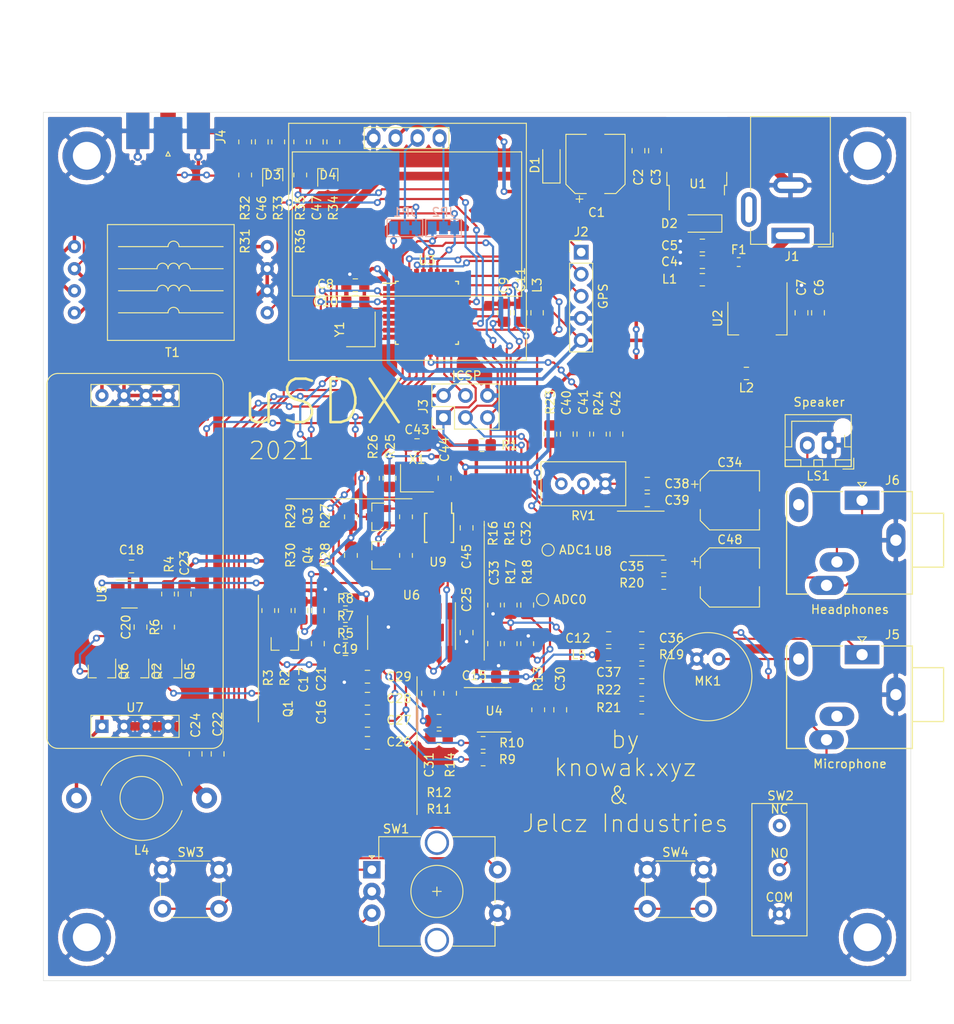
<source format=kicad_pcb>
(kicad_pcb (version 20171130) (host pcbnew 5.1.10)
  (layers (0 F.Cu signal) (31 B.Cu signal) (34 B.Paste user) (35 F.Paste user) (36 B.SilkS user) (37 F.SilkS user) (38 B.Mask user) (39 F.Mask user) (44 Edge.Cuts user))
  (net 0 "")
  (net 1 "Net-(Brd1-Pad4)")
  (net 2 "Net-(Brd1-Pad3)")
  (net 3 GND)
  (net 4 +3V3)
  (net 5 +12V)
  (net 6 "Net-(C4-Pad2)")
  (net 7 "Net-(C6-Pad2)")
  (net 8 VCC)
  (net 9 AREF)
  (net 10 +5VA)
  (net 11 RST)
  (net 12 "Net-(C16-Pad2)")
  (net 13 "Net-(C16-Pad1)")
  (net 14 PB0)
  (net 15 "Net-(C19-Pad1)")
  (net 16 "Net-(C19-Pad2)")
  (net 17 "Net-(C20-Pad1)")
  (net 18 "Net-(C20-Pad2)")
  (net 19 "Net-(C21-Pad1)")
  (net 20 "Net-(C23-Pad1)")
  (net 21 "Net-(C26-Pad1)")
  (net 22 "Net-(C27-Pad1)")
  (net 23 "Net-(C28-Pad1)")
  (net 24 "Net-(C29-Pad1)")
  (net 25 "Net-(C30-Pad1)")
  (net 26 "Net-(C30-Pad2)")
  (net 27 "Net-(C31-Pad2)")
  (net 28 "Net-(C31-Pad1)")
  (net 29 ADC0)
  (net 30 ADC1)
  (net 31 "Net-(C34-Pad1)")
  (net 32 "Net-(C34-Pad2)")
  (net 33 "Net-(C35-Pad1)")
  (net 34 PB4)
  (net 35 ADC2)
  (net 36 "Net-(C40-Pad1)")
  (net 37 "Net-(C42-Pad2)")
  (net 38 PB1)
  (net 39 "Net-(C44-Pad1)")
  (net 40 "Net-(C44-Pad2)")
  (net 41 "Net-(C46-Pad1)")
  (net 42 "Net-(C47-Pad1)")
  (net 43 "Net-(D3-Pad2)")
  (net 44 "Net-(D3-Pad1)")
  (net 45 "Net-(D4-Pad1)")
  (net 46 "Net-(D4-Pad2)")
  (net 47 "Net-(F1-Pad2)")
  (net 48 TX)
  (net 49 RX)
  (net 50 PB5)
  (net 51 PB3)
  (net 52 /SWR/RF_OUT)
  (net 53 "Net-(J5-PadTN)")
  (net 54 "Net-(J6-PadTN)")
  (net 55 SCL)
  (net 56 PD3)
  (net 57 PD2)
  (net 58 SDA)
  (net 59 "Net-(Q1-Pad2)")
  (net 60 "Net-(Q3-Pad2)")
  (net 61 "Net-(Q4-Pad2)")
  (net 62 PB2)
  (net 63 "Net-(R9-Pad1)")
  (net 64 "Net-(R11-Pad1)")
  (net 65 "Net-(R23-Pad2)")
  (net 66 "Net-(R25-Pad2)")
  (net 67 ADC6)
  (net 68 ADC7)
  (net 69 "Net-(RV1-Pad2)")
  (net 70 PD4)
  (net 71 PD7)
  (net 72 PD6)
  (net 73 /RF/RF)
  (net 74 "Net-(U3-Pad6)")
  (net 75 "Net-(U3-Pad7)")
  (net 76 "Net-(U3-Pad8)")
  (net 77 "Net-(U3-Pad26)")
  (net 78 /PLL/CLK_TX)
  (net 79 /PLL/CLK_Q)
  (net 80 /PLL/CLK_I)
  (net 81 "Net-(U8-Pad1)")
  (net 82 "Net-(U8-Pad7)")
  (net 83 "Net-(U8-Pad8)")
  (net 84 "Net-(U9-Pad3)")
  (net 85 "Net-(J5-PadRN)")
  (net 86 "Net-(J6-PadRN)")
  (net 87 PE0)
  (net 88 PD5)
  (net 89 "Net-(C12-Pad1)")
  (module TestPoint:TestPoint_Pad_D1.0mm (layer F.Cu) (at 123.19 -54.61)
    (fp_text reference ADC1 (at 3.175 0) (layer F.SilkS))
    (fp_text value TestPoint_Pad_D1.0mm)
    (pad "" smd circle (at 0 0) (size 1 1) (layers F.Cu F.Mask) (net 30 ADC1))
  )
  (module TestPoint:TestPoint_Pad_D1.0mm (layer F.Cu) (at 122.555 -48.895)
    (fp_text reference ADC0 (at 3.175 0) (layer F.SilkS))
    (fp_text value TestPoint_Pad_D1.0mm)
    (pad "" smd circle (at 0 0) (size 1 1) (layers F.Cu F.Mask) (net 29 ADC0))
  )
  (module Inductor_SMD:L_0805_2012Metric_Pad1.15x1.40mm_HandSolder (layer F.Cu) (at 130.175 -42.545 180)
    (fp_text reference L5 (at 3.429 0) (layer F.SilkS))
    (fp_text value 100uH)
    (pad 2 smd roundrect (at 1.025 0 180) (size 1.15 1.4) (layers F.Cu F.Paste F.Mask) (roundrect_rratio 0.2173904347826087) (net 8 VCC))
    (pad 1 smd roundrect (at -1.025 0 180) (size 1.15 1.4) (layers F.Cu F.Paste F.Mask) (roundrect_rratio 0.2173904347826087) (net 89 "Net-(C12-Pad1)"))
  )
  (module Capacitor_SMD:C_0805_2012Metric_Pad1.18x1.45mm_HandSolder (layer F.Cu) (at 130.175 -44.45 180)
    (fp_text reference C12 (at 3.556 0) (layer F.SilkS))
    (fp_text value 100n)
    (pad 2 smd roundrect (at 1.0375 0 180) (size 1.175 1.45) (layers F.Cu F.Paste F.Mask) (roundrect_rratio 0.2127659574468085) (net 3 GND))
    (pad 1 smd roundrect (at -1.0375 0 180) (size 1.175 1.45) (layers F.Cu F.Paste F.Mask) (roundrect_rratio 0.2127659574468085) (net 89 "Net-(C12-Pad1)"))
  )
  (module uSDX:Limit (layer F.Cu) (at 149.86 -12.7)
    (fp_text reference SW2 (at 0.127 -13.589) (layer F.SilkS))
    (fp_text value PTT)
    (fp_text user NC (at 0 -12.065) (layer F.SilkS))
    (fp_text user NO (at 0 -6.985) (layer F.SilkS))
    (fp_text user COM (at 0 -1.905) (layer F.SilkS))
    (pad 3 thru_hole circle (at 0 -10.16) (size 1.524 1.524) (drill 0.762) (layers *.Cu *.Mask))
    (pad 2 thru_hole circle (at 0 -5.08) (size 1.524 1.524) (drill 0.762) (layers *.Cu *.Mask) (net 50 PB5))
    (pad 1 thru_hole circle (at 0 0) (size 1.524 1.524) (drill 0.762) (layers *.Cu *.Mask) (net 3 GND))
  )
  (module Inductor_THT:L_Toroid_Horizontal_D9.5mm_P15.00mm_Diameter10-5mm_Amidon-T37 (layer F.Cu) (at 83.82 -26.035 180)
    (fp_text reference L4 (at 7.5 -6.0125) (layer F.SilkS))
    (fp_text value FT-37-43)
    (pad 1 thru_hole circle (at 0 0 180) (size 2.4 2.4) (drill 1.2) (layers *.Cu *.Mask) (net 5 +12V))
    (pad 2 thru_hole circle (at 15 0 180) (size 2.4 2.4) (drill 1.2) (layers *.Cu *.Mask) (net 12 "Net-(C16-Pad2)"))
  )
  (module uSDX:Filter (layer F.Cu) (at 85.725 -31.75 90)
    (fp_text reference U7 (at 4.699 -10.16 180) (layer F.SilkS))
    (fp_text value Filter)
    (pad 3 thru_hole circle (at 40.64 -11.43 90) (size 1.524 1.524) (drill 0.762) (layers *.Cu *.Mask) (net 3 GND))
    (pad 3 thru_hole circle (at 40.64 -8.89 90) (size 1.524 1.524) (drill 0.762) (layers *.Cu *.Mask) (net 3 GND))
    (pad 3 thru_hole circle (at 40.64 -6.35 90) (size 1.524 1.524) (drill 0.762) (layers *.Cu *.Mask) (net 3 GND))
    (pad 2 thru_hole circle (at 40.64 -13.97 90) (size 1.524 1.524) (drill 0.762) (layers *.Cu *.Mask) (net 73 /RF/RF))
    (pad 3 thru_hole circle (at 2.54 -6.35 90) (size 1.524 1.524) (drill 0.762) (layers *.Cu *.Mask) (net 3 GND))
    (pad 3 thru_hole circle (at 2.54 -8.89 90) (size 1.524 1.524) (drill 0.762) (layers *.Cu *.Mask) (net 3 GND))
    (pad 3 thru_hole circle (at 2.54 -11.43 90) (size 1.524 1.524) (drill 0.762) (layers *.Cu *.Mask) (net 3 GND))
    (pad 1 thru_hole rect (at 2.54 -13.97 90) (size 1.524 1.524) (drill 0.762) (layers *.Cu *.Mask) (net 12 "Net-(C16-Pad2)"))
  )
  (module Package_TO_SOT_SMD:SOT-23 (layer F.Cu) (at 71.755 -40.64 270)
    (fp_text reference Q6 (at 0 -2.5 90) (layer F.SilkS))
    (fp_text value IRLML2060)
    (pad 3 smd rect (at 1 0 270) (size 0.9 0.8) (layers F.Cu F.Paste F.Mask) (net 12 "Net-(C16-Pad2)"))
    (pad 2 smd rect (at -1 0.95 270) (size 0.9 0.8) (layers F.Cu F.Paste F.Mask) (net 3 GND))
    (pad 1 smd rect (at -1 -0.95 270) (size 0.9 0.8) (layers F.Cu F.Paste F.Mask) (net 17 "Net-(C20-Pad1)"))
  )
  (module Package_TO_SOT_SMD:SOT-23 (layer F.Cu) (at 79.375 -40.64 270)
    (fp_text reference Q5 (at 0 -2.5 90) (layer F.SilkS))
    (fp_text value IRLML2060)
    (pad 3 smd rect (at 1 0 270) (size 0.9 0.8) (layers F.Cu F.Paste F.Mask) (net 12 "Net-(C16-Pad2)"))
    (pad 2 smd rect (at -1 0.95 270) (size 0.9 0.8) (layers F.Cu F.Paste F.Mask) (net 3 GND))
    (pad 1 smd rect (at -1 -0.95 270) (size 0.9 0.8) (layers F.Cu F.Paste F.Mask) (net 17 "Net-(C20-Pad1)"))
  )
  (module MountingHole:MountingHole_3.2mm_M3_DIN965_Pad (layer F.Cu) (at 70 -100)
    (fp_text reference REF** hide)
    (fp_text value MountingHole_3.2mm_M3_DIN965_Pad)
    (pad "" thru_hole circle (at 0 0) (size 5.6 5.6) (drill 3.2) (layers *.Cu *.Mask) (net 3 GND))
  )
  (module MountingHole:MountingHole_3.2mm_M3_DIN965_Pad (layer F.Cu) (at 70 -10)
    (fp_text reference REF** hide)
    (fp_text value MountingHole_3.2mm_M3_DIN965_Pad)
    (pad "" thru_hole circle (at 0 0) (size 5.6 5.6) (drill 3.2) (layers *.Cu *.Mask) (net 3 GND))
  )
  (module MountingHole:MountingHole_3.2mm_M3_DIN965_Pad (layer F.Cu) (at 160 -10)
    (fp_text reference REF** hide)
    (fp_text value MountingHole_3.2mm_M3_DIN965_Pad)
    (pad "" thru_hole circle (at 0 0) (size 5.6 5.6) (drill 3.2) (layers *.Cu *.Mask) (net 3 GND))
  )
  (module MountingHole:MountingHole_3.2mm_M3_DIN965_Pad (layer F.Cu) (at 160 -100)
    (fp_text reference REF** hide)
    (fp_text value MountingHole_3.2mm_M3_DIN965_Pad)
    (pad "" thru_hole circle (at 0 0) (size 5.6 5.6) (drill 3.2) (layers *.Cu *.Mask) (net 3 GND))
  )
  (module Connector_Audio:Jack_3.5mm_Ledino_KB3SPRS_Horizontal (layer F.Cu) (at 159.385 -60.325 180)
    (fp_text reference J6 (at -3.5 2.3) (layer F.SilkS))
    (fp_text value Headphones)
    (pad S thru_hole oval (at -3.9 -4.6 180) (size 2.2 4) (drill 1.3) (layers *.Cu *.Mask) (net 3 GND))
    (pad R thru_hole oval (at 4.1 -9.8 180) (size 4 2.2) (drill 1.3) (layers *.Cu *.Mask) (net 32 "Net-(C34-Pad2)"))
    (pad RN thru_hole oval (at 2.9 -7.1 180) (size 4 2.2) (drill 1.3) (layers *.Cu *.Mask) (net 86 "Net-(J6-PadRN)"))
    (pad TN thru_hole oval (at 7.3 -0.5 270) (size 4 2.2) (drill 1.3) (layers *.Cu *.Mask) (net 54 "Net-(J6-PadTN)"))
    (pad T thru_hole rect (at 0 0 180) (size 4 2.2) (drill 1.3) (layers *.Cu *.Mask) (net 32 "Net-(C34-Pad2)"))
  )
  (module Connector_Audio:Jack_3.5mm_Ledino_KB3SPRS_Horizontal (layer F.Cu) (at 159.385 -42.545 180)
    (fp_text reference J5 (at -3.5 2.3) (layer F.SilkS))
    (fp_text value Mic)
    (pad S thru_hole oval (at -3.9 -4.6 180) (size 2.2 4) (drill 1.3) (layers *.Cu *.Mask) (net 3 GND))
    (pad R thru_hole oval (at 4.1 -9.8 180) (size 4 2.2) (drill 1.3) (layers *.Cu *.Mask) (net 50 PB5))
    (pad RN thru_hole oval (at 2.9 -7.1 180) (size 4 2.2) (drill 1.3) (layers *.Cu *.Mask) (net 85 "Net-(J5-PadRN)"))
    (pad TN thru_hole oval (at 7.3 -0.5 270) (size 4 2.2) (drill 1.3) (layers *.Cu *.Mask) (net 53 "Net-(J5-PadTN)"))
    (pad T thru_hole rect (at 0 0 180) (size 4 2.2) (drill 1.3) (layers *.Cu *.Mask) (net 34 PB4))
  )
  (module Potentiometer_THT:Potentiometer_Bourns_3296W_Vertical (layer F.Cu) (at 129.794 -62.23)
    (fp_text reference RV1 (at -2.54 3.683) (layer F.SilkS))
    (fp_text value 10k)
    (pad 3 thru_hole circle (at -5.08 0) (size 1.44 1.44) (drill 0.8) (layers *.Cu *.Mask) (net 65 "Net-(R23-Pad2)"))
    (pad 2 thru_hole circle (at -2.54 0) (size 1.44 1.44) (drill 0.8) (layers *.Cu *.Mask) (net 69 "Net-(RV1-Pad2)"))
    (pad 1 thru_hole circle (at 0 0) (size 1.44 1.44) (drill 0.8) (layers *.Cu *.Mask) (net 3 GND))
  )
  (module Crystal:Crystal_SMD_3225-4Pin_3.2x2.5mm (layer F.Cu) (at 101.6 -80.01 90)
    (fp_text reference Y1 (at 0 -2.45 90) (layer F.SilkS))
    (fp_text value 20MHz)
    (pad 4 smd rect (at -1.1 -0.85 90) (size 1.4 1.2) (layers F.Cu F.Paste F.Mask) (net 3 GND))
    (pad 3 smd rect (at 1.1 -0.85 90) (size 1.4 1.2) (layers F.Cu F.Paste F.Mask) (net 75 "Net-(U3-Pad7)"))
    (pad 2 smd rect (at 1.1 0.85 90) (size 1.4 1.2) (layers F.Cu F.Paste F.Mask) (net 3 GND))
    (pad 1 smd rect (at -1.1 0.85 90) (size 1.4 1.2) (layers F.Cu F.Paste F.Mask) (net 76 "Net-(U3-Pad8)"))
  )
  (module uSDX:128x64OLED (layer F.Cu) (at 106.68 -91.44)
    (fp_text reference Brd1 hide)
    (fp_text value SSD1306)
    (pad 4 thru_hole oval (at 4 -10.6 90) (size 2 1.6) (drill 1) (layers *.Cu *.Mask) (net 1 "Net-(Brd1-Pad4)"))
    (pad 3 thru_hole oval (at 1.46 -10.6 90) (size 2 1.6) (drill 1) (layers *.Cu *.Mask) (net 2 "Net-(Brd1-Pad3)"))
    (pad 1 thru_hole oval (at -3.62 -10.6 90) (size 2 1.6) (drill 1) (layers *.Cu *.Mask) (net 3 GND))
    (pad 2 thru_hole oval (at -1.08 -10.6 90) (size 2 1.6) (drill 1) (layers *.Cu *.Mask) (net 4 +3V3))
  )
  (module Capacitor_SMD:CP_Elec_6.3x7.7 (layer F.Cu) (at 128.651 -99.06 90)
    (fp_text reference C1 (at -5.588 0.127 180) (layer F.SilkS))
    (fp_text value 100u)
    (pad 1 smd roundrect (at -2.7 0 90) (size 3.5 1.6) (layers F.Cu F.Paste F.Mask) (roundrect_rratio 0.15625) (net 5 +12V))
    (pad 2 smd roundrect (at 2.7 0 90) (size 3.5 1.6) (layers F.Cu F.Paste F.Mask) (roundrect_rratio 0.15625) (net 3 GND))
  )
  (module Capacitor_SMD:C_0805_2012Metric_Pad1.18x1.45mm_HandSolder (layer F.Cu) (at 133.604 -100.584 270)
    (fp_text reference C2 (at 3.048 0 90) (layer F.SilkS))
    (fp_text value 10u)
    (pad 1 smd roundrect (at -1.0375 0 270) (size 1.175 1.45) (layers F.Cu F.Paste F.Mask) (roundrect_rratio 0.2127659574468085) (net 3 GND))
    (pad 2 smd roundrect (at 1.0375 0 270) (size 1.175 1.45) (layers F.Cu F.Paste F.Mask) (roundrect_rratio 0.2127659574468085) (net 5 +12V))
  )
  (module Capacitor_SMD:C_0805_2012Metric_Pad1.18x1.45mm_HandSolder (layer F.Cu) (at 135.509 -100.584 270)
    (fp_text reference C3 (at 3.048 -0.127 90) (layer F.SilkS))
    (fp_text value 100n)
    (pad 2 smd roundrect (at 1.0375 0 270) (size 1.175 1.45) (layers F.Cu F.Paste F.Mask) (roundrect_rratio 0.2127659574468085) (net 5 +12V))
    (pad 1 smd roundrect (at -1.0375 0 270) (size 1.175 1.45) (layers F.Cu F.Paste F.Mask) (roundrect_rratio 0.2127659574468085) (net 3 GND))
  )
  (module Capacitor_SMD:C_0805_2012Metric_Pad1.18x1.45mm_HandSolder (layer F.Cu) (at 140.97 -87.757)
    (fp_text reference C4 (at -3.778 -0.043) (layer F.SilkS))
    (fp_text value 100n)
    (pad 2 smd roundrect (at 1.0375 0) (size 1.175 1.45) (layers F.Cu F.Paste F.Mask) (roundrect_rratio 0.2127659574468085) (net 6 "Net-(C4-Pad2)"))
    (pad 1 smd roundrect (at -1.0375 0) (size 1.175 1.45) (layers F.Cu F.Paste F.Mask) (roundrect_rratio 0.2127659574468085) (net 3 GND))
  )
  (module Capacitor_SMD:C_0805_2012Metric_Pad1.18x1.45mm_HandSolder (layer F.Cu) (at 140.97 -89.662)
    (fp_text reference C5 (at -3.778 0) (layer F.SilkS))
    (fp_text value 10u)
    (pad 1 smd roundrect (at -1.0375 0) (size 1.175 1.45) (layers F.Cu F.Paste F.Mask) (roundrect_rratio 0.2127659574468085) (net 3 GND))
    (pad 2 smd roundrect (at 1.0375 0) (size 1.175 1.45) (layers F.Cu F.Paste F.Mask) (roundrect_rratio 0.2127659574468085) (net 6 "Net-(C4-Pad2)"))
  )
  (module Capacitor_SMD:C_0805_2012Metric_Pad1.18x1.45mm_HandSolder (layer F.Cu) (at 154.305 -81.915 270)
    (fp_text reference C6 (at -2.921 -0.127 90) (layer F.SilkS))
    (fp_text value 100n)
    (pad 1 smd roundrect (at -1.0375 0 270) (size 1.175 1.45) (layers F.Cu F.Paste F.Mask) (roundrect_rratio 0.2127659574468085) (net 3 GND))
    (pad 2 smd roundrect (at 1.0375 0 270) (size 1.175 1.45) (layers F.Cu F.Paste F.Mask) (roundrect_rratio 0.2127659574468085) (net 7 "Net-(C6-Pad2)"))
  )
  (module Capacitor_SMD:C_0805_2012Metric_Pad1.18x1.45mm_HandSolder (layer F.Cu) (at 152.4 -81.915 270)
    (fp_text reference C7 (at -2.921 0 90) (layer F.SilkS))
    (fp_text value 10u)
    (pad 1 smd roundrect (at -1.0375 0 270) (size 1.175 1.45) (layers F.Cu F.Paste F.Mask) (roundrect_rratio 0.2127659574468085) (net 3 GND))
    (pad 2 smd roundrect (at 1.0375 0 270) (size 1.175 1.45) (layers F.Cu F.Paste F.Mask) (roundrect_rratio 0.2127659574468085) (net 7 "Net-(C6-Pad2)"))
  )
  (module Capacitor_SMD:C_0805_2012Metric_Pad1.18x1.45mm_HandSolder (layer F.Cu) (at 100.965 -85.09)
    (fp_text reference C8 (at -3.429 -0.127) (layer F.SilkS))
    (fp_text value 100n)
    (pad 1 smd roundrect (at -1.0375 0) (size 1.175 1.45) (layers F.Cu F.Paste F.Mask) (roundrect_rratio 0.2127659574468085) (net 3 GND))
    (pad 2 smd roundrect (at 1.0375 0) (size 1.175 1.45) (layers F.Cu F.Paste F.Mask) (roundrect_rratio 0.2127659574468085) (net 8 VCC))
  )
  (module Capacitor_SMD:C_0805_2012Metric_Pad1.18x1.45mm_HandSolder (layer F.Cu) (at 118.11 -81.915 270)
    (fp_text reference C9 (at -3.175 0 90) (layer F.SilkS))
    (fp_text value 100n)
    (pad 1 smd roundrect (at -1.0375 0 270) (size 1.175 1.45) (layers F.Cu F.Paste F.Mask) (roundrect_rratio 0.2127659574468085) (net 3 GND))
    (pad 2 smd roundrect (at 1.0375 0 270) (size 1.175 1.45) (layers F.Cu F.Paste F.Mask) (roundrect_rratio 0.2127659574468085) (net 9 AREF))
  )
  (module Capacitor_SMD:C_0805_2012Metric_Pad1.18x1.45mm_HandSolder (layer F.Cu) (at 100.965 -83.185)
    (fp_text reference C10 (at -3.429 0) (layer F.SilkS))
    (fp_text value 10u)
    (pad 2 smd roundrect (at 1.0375 0) (size 1.175 1.45) (layers F.Cu F.Paste F.Mask) (roundrect_rratio 0.2127659574468085) (net 8 VCC))
    (pad 1 smd roundrect (at -1.0375 0) (size 1.175 1.45) (layers F.Cu F.Paste F.Mask) (roundrect_rratio 0.2127659574468085) (net 3 GND))
  )
  (module Capacitor_SMD:C_0805_2012Metric_Pad1.18x1.45mm_HandSolder (layer F.Cu) (at 120.015 -81.915 270)
    (fp_text reference C11 (at -3.81 0 90) (layer F.SilkS))
    (fp_text value 100n)
    (pad 2 smd roundrect (at 1.0375 0 270) (size 1.175 1.45) (layers F.Cu F.Paste F.Mask) (roundrect_rratio 0.2127659574468085) (net 10 +5VA))
    (pad 1 smd roundrect (at -1.0375 0 270) (size 1.175 1.45) (layers F.Cu F.Paste F.Mask) (roundrect_rratio 0.2127659574468085) (net 3 GND))
  )
  (module Capacitor_SMD:C_0805_2012Metric_Pad1.18x1.45mm_HandSolder (layer F.Cu) (at 118.237 -40.005 180)
    (fp_text reference C15 (at 3.556 0.127) (layer F.SilkS))
    (fp_text value 100n)
    (pad 1 smd roundrect (at -1.0375 0 180) (size 1.175 1.45) (layers F.Cu F.Paste F.Mask) (roundrect_rratio 0.2127659574468085) (net 8 VCC))
    (pad 2 smd roundrect (at 1.0375 0 180) (size 1.175 1.45) (layers F.Cu F.Paste F.Mask) (roundrect_rratio 0.2127659574468085) (net 3 GND))
  )
  (module Capacitor_SMD:C_0805_2012Metric_Pad1.18x1.45mm_HandSolder (layer F.Cu) (at 96.647 -43.815 270)
    (fp_text reference C16 (at 7.874 -0.381 90) (layer F.SilkS))
    (fp_text value 10n)
    (pad 1 smd roundrect (at -1.0375 0 270) (size 1.175 1.45) (layers F.Cu F.Paste F.Mask) (roundrect_rratio 0.2127659574468085) (net 13 "Net-(C16-Pad1)"))
    (pad 2 smd roundrect (at 1.0375 0 270) (size 1.175 1.45) (layers F.Cu F.Paste F.Mask) (roundrect_rratio 0.2127659574468085) (net 12 "Net-(C16-Pad2)"))
  )
  (module Capacitor_SMD:C_0805_2012Metric_Pad1.18x1.45mm_HandSolder (layer F.Cu) (at 94.742 -47.625 90)
    (fp_text reference C17 (at -8.001 0.254 90) (layer F.SilkS))
    (fp_text value 10n)
    (pad 2 smd roundrect (at 1.0375 0 90) (size 1.175 1.45) (layers F.Cu F.Paste F.Mask) (roundrect_rratio 0.2127659574468085) (net 3 GND))
    (pad 1 smd roundrect (at -1.0375 0 90) (size 1.175 1.45) (layers F.Cu F.Paste F.Mask) (roundrect_rratio 0.2127659574468085) (net 14 PB0))
  )
  (module Capacitor_SMD:C_0805_2012Metric_Pad1.18x1.45mm_HandSolder (layer F.Cu) (at 75.1625 -52.705 180)
    (fp_text reference C18 (at 0 1.905) (layer F.SilkS))
    (fp_text value 100n)
    (pad 1 smd roundrect (at -1.0375 0 180) (size 1.175 1.45) (layers F.Cu F.Paste F.Mask) (roundrect_rratio 0.2127659574468085) (net 8 VCC))
    (pad 2 smd roundrect (at 1.0375 0 180) (size 1.175 1.45) (layers F.Cu F.Paste F.Mask) (roundrect_rratio 0.2127659574468085) (net 3 GND))
  )
  (module Capacitor_SMD:C_0805_2012Metric_Pad1.18x1.45mm_HandSolder (layer F.Cu) (at 99.822 -43.18 180)
    (fp_text reference C19 (at 0 0) (layer F.SilkS))
    (fp_text value 10n)
    (pad 2 smd roundrect (at 1.0375 0 180) (size 1.175 1.45) (layers F.Cu F.Paste F.Mask) (roundrect_rratio 0.2127659574468085) (net 16 "Net-(C19-Pad2)"))
    (pad 1 smd roundrect (at -1.0375 0 180) (size 1.175 1.45) (layers F.Cu F.Paste F.Mask) (roundrect_rratio 0.2127659574468085) (net 15 "Net-(C19-Pad1)"))
  )
  (module Capacitor_SMD:C_0805_2012Metric_Pad1.18x1.45mm_HandSolder (layer F.Cu) (at 76.2 -45.72 90)
    (fp_text reference C20 (at 0 -1.68 90) (layer F.SilkS))
    (fp_text value 10n)
    (pad 1 smd roundrect (at -1.0375 0 90) (size 1.175 1.45) (layers F.Cu F.Paste F.Mask) (roundrect_rratio 0.2127659574468085) (net 17 "Net-(C20-Pad1)"))
    (pad 2 smd roundrect (at 1.0375 0 90) (size 1.175 1.45) (layers F.Cu F.Paste F.Mask) (roundrect_rratio 0.2127659574468085) (net 18 "Net-(C20-Pad2)"))
  )
  (module Capacitor_SMD:C_0805_2012Metric_Pad1.18x1.45mm_HandSolder (layer F.Cu) (at 96.647 -47.625 90)
    (fp_text reference C21 (at -7.874 0.381 90) (layer F.SilkS))
    (fp_text value 100n)
    (pad 1 smd roundrect (at -1.0375 0 90) (size 1.175 1.45) (layers F.Cu F.Paste F.Mask) (roundrect_rratio 0.2127659574468085) (net 19 "Net-(C21-Pad1)"))
    (pad 2 smd roundrect (at 1.0375 0 90) (size 1.175 1.45) (layers F.Cu F.Paste F.Mask) (roundrect_rratio 0.2127659574468085) (net 3 GND))
  )
  (module Capacitor_SMD:C_0805_2012Metric_Pad1.18x1.45mm_HandSolder (layer F.Cu) (at 85.09 -31.115 90)
    (fp_text reference C22 (at 3.429 0 90) (layer F.SilkS))
    (fp_text value 10u)
    (pad 2 smd roundrect (at 1.0375 0 90) (size 1.175 1.45) (layers F.Cu F.Paste F.Mask) (roundrect_rratio 0.2127659574468085) (net 3 GND))
    (pad 1 smd roundrect (at -1.0375 0 90) (size 1.175 1.45) (layers F.Cu F.Paste F.Mask) (roundrect_rratio 0.2127659574468085) (net 5 +12V))
  )
  (module Capacitor_SMD:C_0805_2012Metric_Pad1.18x1.45mm_HandSolder (layer F.Cu) (at 81.28 -49.53 90)
    (fp_text reference C23 (at 3.556 0 90) (layer F.SilkS))
    (fp_text value 10n)
    (pad 2 smd roundrect (at 1.0375 0 90) (size 1.175 1.45) (layers F.Cu F.Paste F.Mask) (roundrect_rratio 0.2127659574468085) (net 3 GND))
    (pad 1 smd roundrect (at -1.0375 0 90) (size 1.175 1.45) (layers F.Cu F.Paste F.Mask) (roundrect_rratio 0.2127659574468085) (net 20 "Net-(C23-Pad1)"))
  )
  (module Capacitor_SMD:C_0805_2012Metric_Pad1.18x1.45mm_HandSolder (layer F.Cu) (at 82.55 -31.115 90)
    (fp_text reference C24 (at 3.302 0 90) (layer F.SilkS))
    (fp_text value 100n)
    (pad 1 smd roundrect (at -1.0375 0 90) (size 1.175 1.45) (layers F.Cu F.Paste F.Mask) (roundrect_rratio 0.2127659574468085) (net 5 +12V))
    (pad 2 smd roundrect (at 1.0375 0 90) (size 1.175 1.45) (layers F.Cu F.Paste F.Mask) (roundrect_rratio 0.2127659574468085) (net 3 GND))
  )
  (module Capacitor_SMD:C_0805_2012Metric_Pad1.18x1.45mm_HandSolder (layer F.Cu) (at 113.792 -45.085 270)
    (fp_text reference C25 (at -3.81 0 90) (layer F.SilkS))
    (fp_text value 100n)
    (pad 2 smd roundrect (at 1.0375 0 270) (size 1.175 1.45) (layers F.Cu F.Paste F.Mask) (roundrect_rratio 0.2127659574468085) (net 3 GND))
    (pad 1 smd roundrect (at -1.0375 0 270) (size 1.175 1.45) (layers F.Cu F.Paste F.Mask) (roundrect_rratio 0.2127659574468085) (net 8 VCC))
  )
  (module Capacitor_SMD:C_0805_2012Metric_Pad1.18x1.45mm_HandSolder (layer F.Cu) (at 102.362 -32.385 180)
    (fp_text reference C26 (at -3.638 0.115) (layer F.SilkS))
    (fp_text value 470n)
    (pad 1 smd roundrect (at -1.0375 0 180) (size 1.175 1.45) (layers F.Cu F.Paste F.Mask) (roundrect_rratio 0.2127659574468085) (net 21 "Net-(C26-Pad1)"))
    (pad 2 smd roundrect (at 1.0375 0 180) (size 1.175 1.45) (layers F.Cu F.Paste F.Mask) (roundrect_rratio 0.2127659574468085) (net 3 GND))
  )
  (module Capacitor_SMD:C_0805_2012Metric_Pad1.18x1.45mm_HandSolder (layer F.Cu) (at 102.362 -34.925 180)
    (fp_text reference C27 (at -3.638 0.075) (layer F.SilkS))
    (fp_text value 470n)
    (pad 2 smd roundrect (at 1.0375 0 180) (size 1.175 1.45) (layers F.Cu F.Paste F.Mask) (roundrect_rratio 0.2127659574468085) (net 3 GND))
    (pad 1 smd roundrect (at -1.0375 0 180) (size 1.175 1.45) (layers F.Cu F.Paste F.Mask) (roundrect_rratio 0.2127659574468085) (net 22 "Net-(C27-Pad1)"))
  )
  (module Capacitor_SMD:C_0805_2012Metric_Pad1.18x1.45mm_HandSolder (layer F.Cu) (at 102.362 -37.465 180)
    (fp_text reference C28 (at -3.638 0.035) (layer F.SilkS))
    (fp_text value 470n)
    (pad 1 smd roundrect (at -1.0375 0 180) (size 1.175 1.45) (layers F.Cu F.Paste F.Mask) (roundrect_rratio 0.2127659574468085) (net 23 "Net-(C28-Pad1)"))
    (pad 2 smd roundrect (at 1.0375 0 180) (size 1.175 1.45) (layers F.Cu F.Paste F.Mask) (roundrect_rratio 0.2127659574468085) (net 3 GND))
  )
  (module Capacitor_SMD:C_0805_2012Metric_Pad1.18x1.45mm_HandSolder (layer F.Cu) (at 102.362 -40.005 180)
    (fp_text reference C29 (at -3.638 -0.005) (layer F.SilkS))
    (fp_text value 470n)
    (pad 2 smd roundrect (at 1.0375 0 180) (size 1.175 1.45) (layers F.Cu F.Paste F.Mask) (roundrect_rratio 0.2127659574468085) (net 3 GND))
    (pad 1 smd roundrect (at -1.0375 0 180) (size 1.175 1.45) (layers F.Cu F.Paste F.Mask) (roundrect_rratio 0.2127659574468085) (net 24 "Net-(C29-Pad1)"))
  )
  (module Capacitor_SMD:C_0805_2012Metric_Pad1.18x1.45mm_HandSolder (layer F.Cu) (at 124.587 -36.195 270)
    (fp_text reference C30 (at -3.556 0 90) (layer F.SilkS))
    (fp_text value 1n)
    (pad 1 smd roundrect (at -1.0375 0 270) (size 1.175 1.45) (layers F.Cu F.Paste F.Mask) (roundrect_rratio 0.2127659574468085) (net 25 "Net-(C30-Pad1)"))
    (pad 2 smd roundrect (at 1.0375 0 270) (size 1.175 1.45) (layers F.Cu F.Paste F.Mask) (roundrect_rratio 0.2127659574468085) (net 26 "Net-(C30-Pad2)"))
  )
  (module Capacitor_SMD:C_0805_2012Metric_Pad1.18x1.45mm_HandSolder (layer F.Cu) (at 109.347 -38.1 270)
    (fp_text reference C31 (at 8.255 -0.127 90) (layer F.SilkS))
    (fp_text value 1n)
    (pad 2 smd roundrect (at 1.0375 0 270) (size 1.175 1.45) (layers F.Cu F.Paste F.Mask) (roundrect_rratio 0.2127659574468085) (net 27 "Net-(C31-Pad2)"))
    (pad 1 smd roundrect (at -1.0375 0 270) (size 1.175 1.45) (layers F.Cu F.Paste F.Mask) (roundrect_rratio 0.2127659574468085) (net 28 "Net-(C31-Pad1)"))
  )
  (module Capacitor_SMD:C_0805_2012Metric_Pad1.18x1.45mm_HandSolder (layer F.Cu) (at 120.777 -48.26 270)
    (fp_text reference C32 (at -8.255 0.127 90) (layer F.SilkS))
    (fp_text value 100n)
    (pad 2 smd roundrect (at 1.0375 0 270) (size 1.175 1.45) (layers F.Cu F.Paste F.Mask) (roundrect_rratio 0.2127659574468085) (net 25 "Net-(C30-Pad1)"))
    (pad 1 smd roundrect (at -1.0375 0 270) (size 1.175 1.45) (layers F.Cu F.Paste F.Mask) (roundrect_rratio 0.2127659574468085) (net 29 ADC0))
  )
  (module Capacitor_SMD:C_0805_2012Metric_Pad1.18x1.45mm_HandSolder (layer F.Cu) (at 116.967 -43.815 90)
    (fp_text reference C33 (at 8.128 0 90) (layer F.SilkS))
    (fp_text value 100n)
    (pad 1 smd roundrect (at -1.0375 0 90) (size 1.175 1.45) (layers F.Cu F.Paste F.Mask) (roundrect_rratio 0.2127659574468085) (net 30 ADC1))
    (pad 2 smd roundrect (at 1.0375 0 90) (size 1.175 1.45) (layers F.Cu F.Paste F.Mask) (roundrect_rratio 0.2127659574468085) (net 28 "Net-(C31-Pad1)"))
  )
  (module Capacitor_SMD:CP_Elec_6.3x7.7 (layer F.Cu) (at 144.145 -60.325)
    (fp_text reference C34 (at 0 -4.35) (layer F.SilkS))
    (fp_text value 100u)
    (pad 1 smd roundrect (at -2.7 0) (size 3.5 1.6) (layers F.Cu F.Paste F.Mask) (roundrect_rratio 0.15625) (net 31 "Net-(C34-Pad1)"))
    (pad 2 smd roundrect (at 2.7 0) (size 3.5 1.6) (layers F.Cu F.Paste F.Mask) (roundrect_rratio 0.15625) (net 32 "Net-(C34-Pad2)"))
  )
  (module Capacitor_SMD:C_0805_2012Metric_Pad1.18x1.45mm_HandSolder (layer F.Cu) (at 136.525 -52.705)
    (fp_text reference C35 (at -3.683 0) (layer F.SilkS))
    (fp_text value 47n)
    (pad 1 smd roundrect (at -1.0375 0) (size 1.175 1.45) (layers F.Cu F.Paste F.Mask) (roundrect_rratio 0.2127659574468085) (net 33 "Net-(C35-Pad1)"))
    (pad 2 smd roundrect (at 1.0375 0) (size 1.175 1.45) (layers F.Cu F.Paste F.Mask) (roundrect_rratio 0.2127659574468085) (net 31 "Net-(C34-Pad1)"))
  )
  (module Capacitor_SMD:C_0805_2012Metric_Pad1.18x1.45mm_HandSolder (layer F.Cu) (at 133.985 -44.45)
    (fp_text reference C36 (at 3.429 0) (layer F.SilkS))
    (fp_text value 10n)
    (pad 2 smd roundrect (at 1.0375 0) (size 1.175 1.45) (layers F.Cu F.Paste F.Mask) (roundrect_rratio 0.2127659574468085) (net 34 PB4))
    (pad 1 smd roundrect (at -1.0375 0) (size 1.175 1.45) (layers F.Cu F.Paste F.Mask) (roundrect_rratio 0.2127659574468085) (net 3 GND))
  )
  (module Capacitor_SMD:C_0805_2012Metric_Pad1.18x1.45mm_HandSolder (layer F.Cu) (at 133.985 -40.513 180)
    (fp_text reference C37 (at 3.81 0) (layer F.SilkS))
    (fp_text value 100n)
    (pad 1 smd roundrect (at -1.0375 0 180) (size 1.175 1.45) (layers F.Cu F.Paste F.Mask) (roundrect_rratio 0.2127659574468085) (net 34 PB4))
    (pad 2 smd roundrect (at 1.0375 0 180) (size 1.175 1.45) (layers F.Cu F.Paste F.Mask) (roundrect_rratio 0.2127659574468085) (net 35 ADC2))
  )
  (module Capacitor_SMD:C_0805_2012Metric_Pad1.18x1.45mm_HandSolder (layer F.Cu) (at 134.62 -62.23 180)
    (fp_text reference C38 (at -3.429 0) (layer F.SilkS))
    (fp_text value 100n)
    (pad 1 smd roundrect (at -1.0375 0 180) (size 1.175 1.45) (layers F.Cu F.Paste F.Mask) (roundrect_rratio 0.2127659574468085) (net 5 +12V))
    (pad 2 smd roundrect (at 1.0375 0 180) (size 1.175 1.45) (layers F.Cu F.Paste F.Mask) (roundrect_rratio 0.2127659574468085) (net 3 GND))
  )
  (module Capacitor_SMD:C_0805_2012Metric_Pad1.18x1.45mm_HandSolder (layer F.Cu) (at 134.62 -60.325 180)
    (fp_text reference C39 (at -3.429 0) (layer F.SilkS))
    (fp_text value 10u)
    (pad 2 smd roundrect (at 1.0375 0 180) (size 1.175 1.45) (layers F.Cu F.Paste F.Mask) (roundrect_rratio 0.2127659574468085) (net 3 GND))
    (pad 1 smd roundrect (at -1.0375 0 180) (size 1.175 1.45) (layers F.Cu F.Paste F.Mask) (roundrect_rratio 0.2127659574468085) (net 5 +12V))
  )
  (module Capacitor_SMD:C_0805_2012Metric_Pad1.18x1.45mm_HandSolder (layer F.Cu) (at 125.349 -67.945 270)
    (fp_text reference C40 (at -3.60842 0.052668 90) (layer F.SilkS))
    (fp_text value 100n)
    (pad 2 smd roundrect (at 1.0375 0 270) (size 1.175 1.45) (layers F.Cu F.Paste F.Mask) (roundrect_rratio 0.2127659574468085) (net 3 GND))
    (pad 1 smd roundrect (at -1.0375 0 270) (size 1.175 1.45) (layers F.Cu F.Paste F.Mask) (roundrect_rratio 0.2127659574468085) (net 36 "Net-(C40-Pad1)"))
  )
  (module Capacitor_SMD:C_0805_2012Metric_Pad1.18x1.45mm_HandSolder (layer F.Cu) (at 127.254 -67.945 270)
    (fp_text reference C41 (at -3.683 0 90) (layer F.SilkS))
    (fp_text value 100n)
    (pad 2 smd roundrect (at 1.0375 0 270) (size 1.175 1.45) (layers F.Cu F.Paste F.Mask) (roundrect_rratio 0.2127659574468085) (net 3 GND))
    (pad 1 smd roundrect (at -1.0375 0 270) (size 1.175 1.45) (layers F.Cu F.Paste F.Mask) (roundrect_rratio 0.2127659574468085) (net 36 "Net-(C40-Pad1)"))
  )
  (module Capacitor_SMD:C_0805_2012Metric_Pad1.18x1.45mm_HandSolder (layer F.Cu) (at 131.064 -67.945 270)
    (fp_text reference C42 (at -3.555 0.064 90) (layer F.SilkS))
    (fp_text value 10u)
    (pad 2 smd roundrect (at 1.0375 0 270) (size 1.175 1.45) (layers F.Cu F.Paste F.Mask) (roundrect_rratio 0.2127659574468085) (net 37 "Net-(C42-Pad2)"))
    (pad 1 smd roundrect (at -1.0375 0 270) (size 1.175 1.45) (layers F.Cu F.Paste F.Mask) (roundrect_rratio 0.2127659574468085) (net 38 PB1))
  )
  (module Capacitor_SMD:C_0805_2012Metric_Pad1.18x1.45mm_HandSolder (layer F.Cu) (at 108.077 -66.675 180)
    (fp_text reference C43 (at 0 1.778) (layer F.SilkS))
    (fp_text value 100n)
    (pad 2 smd roundrect (at 1.0375 0 180) (size 1.175 1.45) (layers F.Cu F.Paste F.Mask) (roundrect_rratio 0.2127659574468085) (net 4 +3V3))
    (pad 1 smd roundrect (at -1.0375 0 180) (size 1.175 1.45) (layers F.Cu F.Paste F.Mask) (roundrect_rratio 0.2127659574468085) (net 3 GND))
  )
  (module Capacitor_SMD:C_0805_2012Metric_Pad1.18x1.45mm_HandSolder (layer F.Cu) (at 111.252 -62.865 270)
    (fp_text reference C44 (at -3.302 0 90) (layer F.SilkS))
    (fp_text value 100n)
    (pad 1 smd roundrect (at -1.0375 0 270) (size 1.175 1.45) (layers F.Cu F.Paste F.Mask) (roundrect_rratio 0.2127659574468085) (net 39 "Net-(C44-Pad1)"))
    (pad 2 smd roundrect (at 1.0375 0 270) (size 1.175 1.45) (layers F.Cu F.Paste F.Mask) (roundrect_rratio 0.2127659574468085) (net 40 "Net-(C44-Pad2)"))
  )
  (module Capacitor_SMD:C_0805_2012Metric_Pad1.18x1.45mm_HandSolder (layer F.Cu) (at 113.792 -57.15 90)
    (fp_text reference C45 (at -3.302 0 90) (layer F.SilkS))
    (fp_text value 100n)
    (pad 1 smd roundrect (at -1.0375 0 90) (size 1.175 1.45) (layers F.Cu F.Paste F.Mask) (roundrect_rratio 0.2127659574468085) (net 3 GND))
    (pad 2 smd roundrect (at 1.0375 0 90) (size 1.175 1.45) (layers F.Cu F.Paste F.Mask) (roundrect_rratio 0.2127659574468085) (net 4 +3V3))
  )
  (module Capacitor_SMD:C_0805_2012Metric_Pad1.18x1.45mm_HandSolder (layer F.Cu) (at 90.17 -101.6 90)
    (fp_text reference C46 (at -7.62 0 90) (layer F.SilkS))
    (fp_text value 100n)
    (pad 2 smd roundrect (at 1.0375 0 90) (size 1.175 1.45) (layers F.Cu F.Paste F.Mask) (roundrect_rratio 0.2127659574468085) (net 3 GND))
    (pad 1 smd roundrect (at -1.0375 0 90) (size 1.175 1.45) (layers F.Cu F.Paste F.Mask) (roundrect_rratio 0.2127659574468085) (net 41 "Net-(C46-Pad1)"))
  )
  (module Capacitor_SMD:C_0805_2012Metric_Pad1.18x1.45mm_HandSolder (layer F.Cu) (at 96.52 -101.6 90)
    (fp_text reference C47 (at -7.62 0 90) (layer F.SilkS))
    (fp_text value 100n)
    (pad 1 smd roundrect (at -1.0375 0 90) (size 1.175 1.45) (layers F.Cu F.Paste F.Mask) (roundrect_rratio 0.2127659574468085) (net 42 "Net-(C47-Pad1)"))
    (pad 2 smd roundrect (at 1.0375 0 90) (size 1.175 1.45) (layers F.Cu F.Paste F.Mask) (roundrect_rratio 0.2127659574468085) (net 3 GND))
  )
  (module Capacitor_SMD:CP_Elec_6.3x7.7 (layer F.Cu) (at 144.145 -51.435)
    (fp_text reference C48 (at 0 -4.35) (layer F.SilkS))
    (fp_text value 100u)
    (pad 2 smd roundrect (at 2.7 0) (size 3.5 1.6) (layers F.Cu F.Paste F.Mask) (roundrect_rratio 0.15625) (net 32 "Net-(C34-Pad2)"))
    (pad 1 smd roundrect (at -2.7 0) (size 3.5 1.6) (layers F.Cu F.Paste F.Mask) (roundrect_rratio 0.15625) (net 31 "Net-(C34-Pad1)"))
  )
  (module Diode_SMD:D_SOD-123F (layer F.Cu) (at 123.571 -99.06 90)
    (fp_text reference D1 (at -0.127 -1.905 90) (layer F.SilkS))
    (fp_text value SK14WA)
    (pad 1 smd rect (at -1.4 0 90) (size 1.1 1.1) (layers F.Cu F.Paste F.Mask) (net 5 +12V))
    (pad 2 smd rect (at 1.4 0 90) (size 1.1 1.1) (layers F.Cu F.Paste F.Mask) (net 3 GND))
  )
  (module Diode_SMD:D_SOD-123 (layer F.Cu) (at 140.97 -92.202 180)
    (fp_text reference D2 (at 3.81 0) (layer F.SilkS))
    (fp_text value BZT52B5V6)
    (pad 1 smd rect (at -1.65 0 180) (size 0.9 1.2) (layers F.Cu F.Paste F.Mask) (net 6 "Net-(C4-Pad2)"))
    (pad 2 smd rect (at 1.65 0 180) (size 0.9 1.2) (layers F.Cu F.Paste F.Mask) (net 3 GND))
  )
  (module Package_TO_SOT_SMD:SOT-323_SC-70 (layer F.Cu) (at 91.44 -97.79 90)
    (fp_text reference D3 (at 0 0) (layer F.SilkS))
    (fp_text value BAT54W)
    (pad 3 smd rect (at 1 0) (size 0.45 0.7) (layers F.Cu F.Paste F.Mask) (net 41 "Net-(C46-Pad1)"))
    (pad 2 smd rect (at -1 0.65) (size 0.45 0.7) (layers F.Cu F.Paste F.Mask) (net 43 "Net-(D3-Pad2)"))
    (pad 1 smd rect (at -1 -0.65) (size 0.45 0.7) (layers F.Cu F.Paste F.Mask) (net 44 "Net-(D3-Pad1)"))
  )
  (module Package_TO_SOT_SMD:SOT-323_SC-70 (layer F.Cu) (at 97.79 -97.79 90)
    (fp_text reference D4 (at 0 0 180) (layer F.SilkS))
    (fp_text value BAT54W)
    (pad 1 smd rect (at -1 -0.65) (size 0.45 0.7) (layers F.Cu F.Paste F.Mask) (net 45 "Net-(D4-Pad1)"))
    (pad 2 smd rect (at -1 0.65) (size 0.45 0.7) (layers F.Cu F.Paste F.Mask) (net 46 "Net-(D4-Pad2)"))
    (pad 3 smd rect (at 1 0) (size 0.45 0.7) (layers F.Cu F.Paste F.Mask) (net 42 "Net-(C47-Pad1)"))
  )
  (module Fuse:Fuse_0603_1608Metric_Pad1.05x0.95mm_HandSolder (layer F.Cu) (at 145.161 -87.757)
    (fp_text reference F1 (at 0 -1.43) (layer F.SilkS))
    (fp_text value 1A)
    (pad 1 smd roundrect (at -0.875 0) (size 1.05 0.95) (layers F.Cu F.Paste F.Mask) (net 5 +12V))
    (pad 2 smd roundrect (at 0.875 0) (size 1.05 0.95) (layers F.Cu F.Paste F.Mask) (net 47 "Net-(F1-Pad2)"))
  )
  (module Connector_BarrelJack:BarrelJack_Wuerth_6941xx301002 (layer F.Cu) (at 151.13 -90.805 180)
    (fp_text reference J1 (at -0.17 -2.405) (layer F.SilkS))
    (fp_text value Jack-DC)
    (pad 3 thru_hole oval (at 4.8 3 270) (size 4 1.8) (drill oval 3 0.8) (layers *.Cu *.Mask))
    (pad 2 thru_hole oval (at 0 5.8 180) (size 4 1.8) (drill oval 3 0.8) (layers *.Cu *.Mask) (net 3 GND))
    (pad 1 thru_hole rect (at 0 0 180) (size 4.4 1.8) (drill oval 3.4 0.8) (layers *.Cu *.Mask) (net 47 "Net-(F1-Pad2)"))
  )
  (module Connector_PinHeader_2.54mm:PinHeader_1x05_P2.54mm_Vertical (layer F.Cu) (at 127 -88.9)
    (fp_text reference J2 (at 0 -2.33) (layer F.SilkS))
    (fp_text value GPS_CONN)
    (pad 1 thru_hole rect (at 0 0) (size 1.7 1.7) (drill 1) (layers *.Cu *.Mask) (net 57 PD2))
    (pad 2 thru_hole oval (at 0 2.54) (size 1.7 1.7) (drill 1) (layers *.Cu *.Mask) (net 48 TX))
    (pad 3 thru_hole oval (at 0 5.08) (size 1.7 1.7) (drill 1) (layers *.Cu *.Mask) (net 49 RX))
    (pad 4 thru_hole oval (at 0 7.62) (size 1.7 1.7) (drill 1) (layers *.Cu *.Mask) (net 3 GND))
    (pad 5 thru_hole oval (at 0 10.16) (size 1.7 1.7) (drill 1) (layers *.Cu *.Mask) (net 8 VCC))
  )
  (module Connector_PinHeader_2.54mm:PinHeader_2x03_P2.54mm_Vertical (layer F.Cu) (at 111.125 -69.85 90)
    (fp_text reference J3 (at 1.27 -2.33 90) (layer F.SilkS))
    (fp_text value ICSP)
    (pad 1 thru_hole rect (at 0 0 90) (size 1.7 1.7) (drill 1) (layers *.Cu *.Mask) (net 34 PB4))
    (pad 2 thru_hole oval (at 2.54 0 90) (size 1.7 1.7) (drill 1) (layers *.Cu *.Mask) (net 8 VCC))
    (pad 3 thru_hole oval (at 0 2.54 90) (size 1.7 1.7) (drill 1) (layers *.Cu *.Mask) (net 50 PB5))
    (pad 4 thru_hole oval (at 2.54 2.54 90) (size 1.7 1.7) (drill 1) (layers *.Cu *.Mask) (net 51 PB3))
    (pad 5 thru_hole oval (at 0 5.08 90) (size 1.7 1.7) (drill 1) (layers *.Cu *.Mask) (net 11 RST))
    (pad 6 thru_hole oval (at 2.54 5.08 90) (size 1.7 1.7) (drill 1) (layers *.Cu *.Mask) (net 3 GND))
  )
  (module Connector_Coaxial:SMA_Molex_73251-2120_EdgeMount_Horizontal (layer F.Cu) (at 79.375 -102.87 90)
    (fp_text reference J4 (at -0.705 6.1 90) (layer F.SilkS))
    (fp_text value SMA)
    (pad 2 smd rect (at -2.54 -3.4925 90) (size 0.89 0.46) (layers B.Cu) (net 3 GND))
    (pad 2 smd rect (at -2.54 -3.4925 90) (size 0.89 0.46) (layers F.Cu) (net 3 GND))
    (pad 2 thru_hole circle (at -2.985 -3.4925 90) (size 0.97 0.97) (drill 0.46) (layers *.Cu) (net 3 GND))
    (pad 2 smd rect (at 0 3.4925 90) (size 4.19 2.665) (layers F.Cu F.Paste F.Mask) (net 3 GND))
    (pad 1 smd rect (at 0 0 90) (size 4.19 1.78) (layers F.Cu F.Paste F.Mask) (net 52 /SWR/RF_OUT))
    (pad 2 smd rect (at 0 3.4925 90) (size 4.19 2.665) (layers B.Cu B.Paste B.Mask) (net 3 GND))
    (pad 2 smd rect (at 0 -3.4925 90) (size 4.19 2.665) (layers F.Cu F.Paste F.Mask) (net 3 GND))
    (pad 2 smd rect (at 0 -3.4925 90) (size 4.19 2.665) (layers B.Cu B.Paste B.Mask) (net 3 GND))
    (pad 2 smd rect (at -2.54 3.4925 90) (size 0.89 0.46) (layers F.Cu) (net 3 GND))
    (pad 2 thru_hole circle (at -2.985 3.4925 90) (size 0.97 0.97) (drill 0.46) (layers *.Cu) (net 3 GND))
    (pad 2 smd rect (at -2.54 3.4925 90) (size 0.89 0.46) (layers B.Cu) (net 3 GND))
  )
  (module Jumper:SolderJumper-3_P1.3mm_Bridged12_Pad1.0x1.5mm_NumberLabels (layer B.Cu) (at 106.68 -91.694 180)
    (fp_text reference JP1 (at 0 1.8) (layer B.SilkS) (effects (justify mirror)))
    (fp_text value SCL)
    (fp_poly (pts (xy -0.9 0.3) (xy -0.4 0.3) (xy -0.4 -0.3) (xy -0.9 -0.3)) (layer B.Cu) (width 0))
    (pad 1 smd rect (at -1.3 0 180) (size 1 1.5) (layers B.Cu B.Mask) (net 55 SCL))
    (pad 3 smd rect (at 1.3 0 180) (size 1 1.5) (layers B.Cu B.Mask) (net 56 PD3))
    (pad 2 smd rect (at 0 0 180) (size 1 1.5) (layers B.Cu B.Mask) (net 2 "Net-(Brd1-Pad3)"))
  )
  (module Jumper:SolderJumper-3_P1.3mm_Bridged12_Pad1.0x1.5mm_NumberLabels (layer B.Cu) (at 111.125 -91.694 180)
    (fp_text reference JP2 (at 0 1.8) (layer B.SilkS) (effects (justify mirror)))
    (fp_text value SDA)
    (fp_poly (pts (xy -0.9 0.3) (xy -0.4 0.3) (xy -0.4 -0.3) (xy -0.9 -0.3)) (layer B.Cu) (width 0))
    (pad 2 smd rect (at 0 0 180) (size 1 1.5) (layers B.Cu B.Mask) (net 1 "Net-(Brd1-Pad4)"))
    (pad 3 smd rect (at 1.3 0 180) (size 1 1.5) (layers B.Cu B.Mask) (net 57 PD2))
    (pad 1 smd rect (at -1.3 0 180) (size 1 1.5) (layers B.Cu B.Mask) (net 58 SDA))
  )
  (module Inductor_SMD:L_0805_2012Metric_Pad1.15x1.40mm_HandSolder (layer F.Cu) (at 140.97 -85.725 180)
    (fp_text reference L1 (at 3.778 0.075) (layer F.SilkS))
    (fp_text value 100uH)
    (pad 1 smd roundrect (at -1.025 0 180) (size 1.15 1.4) (layers F.Cu F.Paste F.Mask) (roundrect_rratio 0.2173904347826087) (net 6 "Net-(C4-Pad2)"))
    (pad 2 smd roundrect (at 1.025 0 180) (size 1.15 1.4) (layers F.Cu F.Paste F.Mask) (roundrect_rratio 0.2173904347826087) (net 8 VCC))
  )
  (module Inductor_SMD:L_0805_2012Metric_Pad1.15x1.40mm_HandSolder (layer F.Cu) (at 146.05 -74.93 180)
    (fp_text reference L2 (at 0 -1.65) (layer F.SilkS))
    (fp_text value 100uH)
    (pad 1 smd roundrect (at -1.025 0 180) (size 1.15 1.4) (layers F.Cu F.Paste F.Mask) (roundrect_rratio 0.2173904347826087) (net 7 "Net-(C6-Pad2)"))
    (pad 2 smd roundrect (at 1.025 0 180) (size 1.15 1.4) (layers F.Cu F.Paste F.Mask) (roundrect_rratio 0.2173904347826087) (net 4 +3V3))
  )
  (module Inductor_SMD:L_0805_2012Metric_Pad1.15x1.40mm_HandSolder (layer F.Cu) (at 121.92 -81.915 90)
    (fp_text reference L3 (at 3.175 0 90) (layer F.SilkS))
    (fp_text value 100uH)
    (pad 2 smd roundrect (at 1.025 0 90) (size 1.15 1.4) (layers F.Cu F.Paste F.Mask) (roundrect_rratio 0.2173904347826087) (net 8 VCC))
    (pad 1 smd roundrect (at -1.025 0 90) (size 1.15 1.4) (layers F.Cu F.Paste F.Mask) (roundrect_rratio 0.2173904347826087) (net 10 +5VA))
  )
  (module Connector_JST:JST_XH_B2B-XH-AM_1x02_P2.50mm_Vertical (layer F.Cu) (at 155.575 -66.675 180)
    (fp_text reference LS1 (at 1.25 -3.55) (layer F.SilkS))
    (fp_text value Speaker)
    (pad 1 thru_hole roundrect (at 0 0 180) (size 1.7 2) (drill 1) (layers *.Cu *.Mask) (roundrect_rratio 0.1470588235294118) (net 3 GND))
    (pad 2 thru_hole oval (at 2.5 0 180) (size 1.7 2) (drill 1) (layers *.Cu *.Mask) (net 86 "Net-(J6-PadRN)"))
    (pad "" np_thru_hole circle (at -1.6 2 180) (size 1.2 1.2) (drill 1.2) (layers *.Cu *.Mask))
  )
  (module uSDX:Electret_9.7mm (layer F.Cu) (at 141.605 -40.005)
    (fp_text reference MK1 (at 0 0.5) (layer F.SilkS))
    (fp_text value Mic)
    (pad 1 thru_hole circle (at -1.27 -2.032) (size 1.524 1.524) (drill 0.762) (layers *.Cu *.Mask) (net 3 GND))
    (pad 2 thru_hole circle (at 1.27 -2.032) (size 1.524 1.524) (drill 0.762) (layers *.Cu *.Mask) (net 53 "Net-(J5-PadTN)"))
  )
  (module Package_TO_SOT_SMD:SOT-23 (layer F.Cu) (at 92.837 -43.815 270)
    (fp_text reference Q1 (at 7.493 -0.381 90) (layer F.SilkS))
    (fp_text value 2N7002)
    (pad 1 smd rect (at -1 -0.95 270) (size 0.9 0.8) (layers F.Cu F.Paste F.Mask) (net 14 PB0))
    (pad 2 smd rect (at -1 0.95 270) (size 0.9 0.8) (layers F.Cu F.Paste F.Mask) (net 59 "Net-(Q1-Pad2)"))
    (pad 3 smd rect (at 1 0 270) (size 0.9 0.8) (layers F.Cu F.Paste F.Mask) (net 13 "Net-(C16-Pad1)"))
  )
  (module Package_TO_SOT_SMD:SOT-23 (layer F.Cu) (at 75.565 -40.64 270)
    (fp_text reference Q2 (at 0 -2.5 90) (layer F.SilkS))
    (fp_text value IRLML2060)
    (pad 1 smd rect (at -1 -0.95 270) (size 0.9 0.8) (layers F.Cu F.Paste F.Mask) (net 17 "Net-(C20-Pad1)"))
    (pad 2 smd rect (at -1 0.95 270) (size 0.9 0.8) (layers F.Cu F.Paste F.Mask) (net 3 GND))
    (pad 3 smd rect (at 1 0 270) (size 0.9 0.8) (layers F.Cu F.Paste F.Mask) (net 12 "Net-(C16-Pad2)"))
  )
  (module Package_TO_SOT_SMD:SOT-23 (layer F.Cu) (at 103.632 -58.42 180)
    (fp_text reference Q3 (at 8.132 0.08 90) (layer F.SilkS))
    (fp_text value 2N7002)
    (pad 1 smd rect (at -1 -0.95 180) (size 0.9 0.8) (layers F.Cu F.Paste F.Mask) (net 4 +3V3))
    (pad 2 smd rect (at -1 0.95 180) (size 0.9 0.8) (layers F.Cu F.Paste F.Mask) (net 60 "Net-(Q3-Pad2)"))
    (pad 3 smd rect (at 1 0 180) (size 0.9 0.8) (layers F.Cu F.Paste F.Mask) (net 58 SDA))
  )
  (module Package_TO_SOT_SMD:SOT-23 (layer F.Cu) (at 103.632 -53.975 180)
    (fp_text reference Q4 (at 8.132 0.025 90) (layer F.SilkS))
    (fp_text value 2N7002)
    (pad 3 smd rect (at 1 0 180) (size 0.9 0.8) (layers F.Cu F.Paste F.Mask) (net 55 SCL))
    (pad 2 smd rect (at -1 0.95 180) (size 0.9 0.8) (layers F.Cu F.Paste F.Mask) (net 61 "Net-(Q4-Pad2)"))
    (pad 1 smd rect (at -1 -0.95 180) (size 0.9 0.8) (layers F.Cu F.Paste F.Mask) (net 4 +3V3))
  )
  (module Resistor_SMD:R_0805_2012Metric_Pad1.20x1.40mm_HandSolder (layer F.Cu) (at 115.57 -66.675)
    (fp_text reference R1 (at 3.175 0) (layer F.SilkS))
    (fp_text value 10k)
    (pad 1 smd roundrect (at -1 0) (size 1.2 1.4) (layers F.Cu F.Paste F.Mask) (roundrect_rratio 0.2083325) (net 8 VCC))
    (pad 2 smd roundrect (at 1 0) (size 1.2 1.4) (layers F.Cu F.Paste F.Mask) (roundrect_rratio 0.2083325) (net 11 RST))
  )
  (module Resistor_SMD:R_0805_2012Metric_Pad1.20x1.40mm_HandSolder (layer F.Cu) (at 92.837 -47.625 90)
    (fp_text reference R2 (at -7.747 0 90) (layer F.SilkS))
    (fp_text value 1k)
    (pad 1 smd roundrect (at -1 0 90) (size 1.2 1.4) (layers F.Cu F.Paste F.Mask) (roundrect_rratio 0.2083325) (net 59 "Net-(Q1-Pad2)"))
    (pad 2 smd roundrect (at 1 0 90) (size 1.2 1.4) (layers F.Cu F.Paste F.Mask) (roundrect_rratio 0.2083325) (net 3 GND))
  )
  (module Resistor_SMD:R_0805_2012Metric_Pad1.20x1.40mm_HandSolder (layer F.Cu) (at 90.932 -47.625 270)
    (fp_text reference R3 (at 7.747 0 90) (layer F.SilkS))
    (fp_text value 50)
    (pad 2 smd roundrect (at 1 0 270) (size 1.2 1.4) (layers F.Cu F.Paste F.Mask) (roundrect_rratio 0.2083325) (net 59 "Net-(Q1-Pad2)"))
    (pad 1 smd roundrect (at -1 0 270) (size 1.2 1.4) (layers F.Cu F.Paste F.Mask) (roundrect_rratio 0.2083325) (net 16 "Net-(C19-Pad2)"))
  )
  (module Resistor_SMD:R_0805_2012Metric_Pad1.20x1.40mm_HandSolder (layer F.Cu) (at 79.375 -49.53 90)
    (fp_text reference R4 (at 3.429 0.127 90) (layer F.SilkS))
    (fp_text value 10k)
    (pad 2 smd roundrect (at 1 0 90) (size 1.2 1.4) (layers F.Cu F.Paste F.Mask) (roundrect_rratio 0.2083325) (net 62 PB2))
    (pad 1 smd roundrect (at -1 0 90) (size 1.2 1.4) (layers F.Cu F.Paste F.Mask) (roundrect_rratio 0.2083325) (net 20 "Net-(C23-Pad1)"))
  )
  (module Resistor_SMD:R_0805_2012Metric_Pad1.20x1.40mm_HandSolder (layer F.Cu) (at 99.822 -45.085 180)
    (fp_text reference R5 (at 0 -0.085) (layer F.SilkS))
    (fp_text value 1k)
    (pad 2 smd roundrect (at 1 0 180) (size 1.2 1.4) (layers F.Cu F.Paste F.Mask) (roundrect_rratio 0.2083325) (net 19 "Net-(C21-Pad1)"))
    (pad 1 smd roundrect (at -1 0 180) (size 1.2 1.4) (layers F.Cu F.Paste F.Mask) (roundrect_rratio 0.2083325) (net 15 "Net-(C19-Pad1)"))
  )
  (module Resistor_SMD:R_0805_2012Metric_Pad1.20x1.40mm_HandSolder (layer F.Cu) (at 79.375 -45.72 90)
    (fp_text reference R6 (at 0 -1.524 90) (layer F.SilkS))
    (fp_text value 10k)
    (pad 2 smd roundrect (at 1 0 90) (size 1.2 1.4) (layers F.Cu F.Paste F.Mask) (roundrect_rratio 0.2083325) (net 20 "Net-(C23-Pad1)"))
    (pad 1 smd roundrect (at -1 0 90) (size 1.2 1.4) (layers F.Cu F.Paste F.Mask) (roundrect_rratio 0.2083325) (net 17 "Net-(C20-Pad1)"))
  )
  (module Resistor_SMD:R_0805_2012Metric_Pad1.20x1.40mm_HandSolder (layer F.Cu) (at 99.822 -46.99 180)
    (fp_text reference R7 (at 0 0) (layer F.SilkS))
    (fp_text value 10k)
    (pad 2 smd roundrect (at 1 0 180) (size 1.2 1.4) (layers F.Cu F.Paste F.Mask) (roundrect_rratio 0.2083325) (net 19 "Net-(C21-Pad1)"))
    (pad 1 smd roundrect (at -1 0 180) (size 1.2 1.4) (layers F.Cu F.Paste F.Mask) (roundrect_rratio 0.2083325) (net 8 VCC))
  )
  (module Resistor_SMD:R_0805_2012Metric_Pad1.20x1.40mm_HandSolder (layer F.Cu) (at 99.822 -48.895)
    (fp_text reference R8 (at 0 -0.105) (layer F.SilkS))
    (fp_text value 10k)
    (pad 1 smd roundrect (at -1 0) (size 1.2 1.4) (layers F.Cu F.Paste F.Mask) (roundrect_rratio 0.2083325) (net 19 "Net-(C21-Pad1)"))
    (pad 2 smd roundrect (at 1 0) (size 1.2 1.4) (layers F.Cu F.Paste F.Mask) (roundrect_rratio 0.2083325) (net 3 GND))
  )
  (module Resistor_SMD:R_0805_2012Metric_Pad1.20x1.40mm_HandSolder (layer F.Cu) (at 115.697 -30.48 180)
    (fp_text reference R9 (at -2.794 0) (layer F.SilkS))
    (fp_text value 100)
    (pad 1 smd roundrect (at -1 0 180) (size 1.2 1.4) (layers F.Cu F.Paste F.Mask) (roundrect_rratio 0.2083325) (net 63 "Net-(R9-Pad1)"))
    (pad 2 smd roundrect (at 1 0 180) (size 1.2 1.4) (layers F.Cu F.Paste F.Mask) (roundrect_rratio 0.2083325) (net 23 "Net-(C28-Pad1)"))
  )
  (module Resistor_SMD:R_0805_2012Metric_Pad1.20x1.40mm_HandSolder (layer F.Cu) (at 115.697 -32.385 180)
    (fp_text reference R10 (at -3.302 0) (layer F.SilkS))
    (fp_text value 100)
    (pad 2 smd roundrect (at 1 0 180) (size 1.2 1.4) (layers F.Cu F.Paste F.Mask) (roundrect_rratio 0.2083325) (net 22 "Net-(C27-Pad1)"))
    (pad 1 smd roundrect (at -1 0 180) (size 1.2 1.4) (layers F.Cu F.Paste F.Mask) (roundrect_rratio 0.2083325) (net 26 "Net-(C30-Pad2)"))
  )
  (module Resistor_SMD:R_0805_2012Metric_Pad1.20x1.40mm_HandSolder (layer F.Cu) (at 110.617 -33.02 180)
    (fp_text reference R11 (at 0 -8.255) (layer F.SilkS))
    (fp_text value 100)
    (pad 1 smd roundrect (at -1 0 180) (size 1.2 1.4) (layers F.Cu F.Paste F.Mask) (roundrect_rratio 0.2083325) (net 64 "Net-(R11-Pad1)"))
    (pad 2 smd roundrect (at 1 0 180) (size 1.2 1.4) (layers F.Cu F.Paste F.Mask) (roundrect_rratio 0.2083325) (net 21 "Net-(C26-Pad1)"))
  )
  (module Resistor_SMD:R_0805_2012Metric_Pad1.20x1.40mm_HandSolder (layer F.Cu) (at 110.617 -34.925 180)
    (fp_text reference R12 (at 0 -8.255) (layer F.SilkS))
    (fp_text value 100)
    (pad 2 smd roundrect (at 1 0 180) (size 1.2 1.4) (layers F.Cu F.Paste F.Mask) (roundrect_rratio 0.2083325) (net 24 "Net-(C29-Pad1)"))
    (pad 1 smd roundrect (at -1 0 180) (size 1.2 1.4) (layers F.Cu F.Paste F.Mask) (roundrect_rratio 0.2083325) (net 27 "Net-(C31-Pad2)"))
  )
  (module Resistor_SMD:R_0805_2012Metric_Pad1.20x1.40mm_HandSolder (layer F.Cu) (at 122.047 -36.195 270)
    (fp_text reference R13 (at -3.556 0 90) (layer F.SilkS))
    (fp_text value 82k)
    (pad 2 smd roundrect (at 1 0 270) (size 1.2 1.4) (layers F.Cu F.Paste F.Mask) (roundrect_rratio 0.2083325) (net 26 "Net-(C30-Pad2)"))
    (pad 1 smd roundrect (at -1 0 270) (size 1.2 1.4) (layers F.Cu F.Paste F.Mask) (roundrect_rratio 0.2083325) (net 25 "Net-(C30-Pad1)"))
  )
  (module Resistor_SMD:R_0805_2012Metric_Pad1.20x1.40mm_HandSolder (layer F.Cu) (at 111.887 -38.1 270)
    (fp_text reference R14 (at 8.255 0 90) (layer F.SilkS))
    (fp_text value 82k)
    (pad 1 smd roundrect (at -1 0 270) (size 1.2 1.4) (layers F.Cu F.Paste F.Mask) (roundrect_rratio 0.2083325) (net 28 "Net-(C31-Pad1)"))
    (pad 2 smd roundrect (at 1 0 270) (size 1.2 1.4) (layers F.Cu F.Paste F.Mask) (roundrect_rratio 0.2083325) (net 27 "Net-(C31-Pad2)"))
  )
  (module Resistor_SMD:R_0805_2012Metric_Pad1.20x1.40mm_HandSolder (layer F.Cu) (at 118.872 -48.26 270)
    (fp_text reference R15 (at -8.255 0.127 90) (layer F.SilkS))
    (fp_text value 10k)
    (pad 2 smd roundrect (at 1 0 270) (size 1.2 1.4) (layers F.Cu F.Paste F.Mask) (roundrect_rratio 0.2083325) (net 9 AREF))
    (pad 1 smd roundrect (at -1 0 270) (size 1.2 1.4) (layers F.Cu F.Paste F.Mask) (roundrect_rratio 0.2083325) (net 29 ADC0))
  )
  (module Resistor_SMD:R_0805_2012Metric_Pad1.20x1.40mm_HandSolder (layer F.Cu) (at 116.967 -48.26 90)
    (fp_text reference R16 (at 8.255 -0.127 90) (layer F.SilkS))
    (fp_text value 10k)
    (pad 1 smd roundrect (at -1 0 90) (size 1.2 1.4) (layers F.Cu F.Paste F.Mask) (roundrect_rratio 0.2083325) (net 3 GND))
    (pad 2 smd roundrect (at 1 0 90) (size 1.2 1.4) (layers F.Cu F.Paste F.Mask) (roundrect_rratio 0.2083325) (net 29 ADC0))
  )
  (module Resistor_SMD:R_0805_2012Metric_Pad1.20x1.40mm_HandSolder (layer F.Cu) (at 118.872 -43.815 90)
    (fp_text reference R17 (at 8.255 0 90) (layer F.SilkS))
    (fp_text value 10k)
    (pad 1 smd roundrect (at -1 0 90) (size 1.2 1.4) (layers F.Cu F.Paste F.Mask) (roundrect_rratio 0.2083325) (net 30 ADC1))
    (pad 2 smd roundrect (at 1 0 90) (size 1.2 1.4) (layers F.Cu F.Paste F.Mask) (roundrect_rratio 0.2083325) (net 9 AREF))
  )
  (module Resistor_SMD:R_0805_2012Metric_Pad1.20x1.40mm_HandSolder (layer F.Cu) (at 120.777 -43.815 270)
    (fp_text reference R18 (at -8.255 0 90) (layer F.SilkS))
    (fp_text value 10k)
    (pad 2 smd roundrect (at 1 0 270) (size 1.2 1.4) (layers F.Cu F.Paste F.Mask) (roundrect_rratio 0.2083325) (net 30 ADC1))
    (pad 1 smd roundrect (at -1 0 270) (size 1.2 1.4) (layers F.Cu F.Paste F.Mask) (roundrect_rratio 0.2083325) (net 3 GND))
  )
  (module Resistor_SMD:R_0805_2012Metric_Pad1.20x1.40mm_HandSolder (layer F.Cu) (at 133.985 -42.545)
    (fp_text reference R19 (at 3.429 0) (layer F.SilkS))
    (fp_text value 10k)
    (pad 1 smd roundrect (at -1 0) (size 1.2 1.4) (layers F.Cu F.Paste F.Mask) (roundrect_rratio 0.2083325) (net 89 "Net-(C12-Pad1)"))
    (pad 2 smd roundrect (at 1 0) (size 1.2 1.4) (layers F.Cu F.Paste F.Mask) (roundrect_rratio 0.2083325) (net 34 PB4))
  )
  (module Resistor_SMD:R_0805_2012Metric_Pad1.20x1.40mm_HandSolder (layer F.Cu) (at 136.525 -50.8)
    (fp_text reference R20 (at -3.683 0) (layer F.SilkS))
    (fp_text value 10)
    (pad 1 smd roundrect (at -1 0) (size 1.2 1.4) (layers F.Cu F.Paste F.Mask) (roundrect_rratio 0.2083325) (net 33 "Net-(C35-Pad1)"))
    (pad 2 smd roundrect (at 1 0) (size 1.2 1.4) (layers F.Cu F.Paste F.Mask) (roundrect_rratio 0.2083325) (net 3 GND))
  )
  (module Resistor_SMD:R_0805_2012Metric_Pad1.20x1.40mm_HandSolder (layer F.Cu) (at 133.985 -36.449 180)
    (fp_text reference R21 (at 3.81 0) (layer F.SilkS))
    (fp_text value 10k)
    (pad 1 smd roundrect (at -1 0 180) (size 1.2 1.4) (layers F.Cu F.Paste F.Mask) (roundrect_rratio 0.2083325) (net 9 AREF))
    (pad 2 smd roundrect (at 1 0 180) (size 1.2 1.4) (layers F.Cu F.Paste F.Mask) (roundrect_rratio 0.2083325) (net 35 ADC2))
  )
  (module Resistor_SMD:R_0805_2012Metric_Pad1.20x1.40mm_HandSolder (layer F.Cu) (at 133.985 -38.481)
    (fp_text reference R22 (at -3.81 0) (layer F.SilkS))
    (fp_text value 10k)
    (pad 2 smd roundrect (at 1 0) (size 1.2 1.4) (layers F.Cu F.Paste F.Mask) (roundrect_rratio 0.2083325) (net 3 GND))
    (pad 1 smd roundrect (at -1 0) (size 1.2 1.4) (layers F.Cu F.Paste F.Mask) (roundrect_rratio 0.2083325) (net 35 ADC2))
  )
  (module Resistor_SMD:R_0805_2012Metric_Pad1.20x1.40mm_HandSolder (layer F.Cu) (at 123.444 -67.945 270)
    (fp_text reference R23 (at -3.683 0 90) (layer F.SilkS))
    (fp_text value 0)
    (pad 1 smd roundrect (at -1 0 270) (size 1.2 1.4) (layers F.Cu F.Paste F.Mask) (roundrect_rratio 0.2083325) (net 36 "Net-(C40-Pad1)"))
    (pad 2 smd roundrect (at 1 0 270) (size 1.2 1.4) (layers F.Cu F.Paste F.Mask) (roundrect_rratio 0.2083325) (net 65 "Net-(R23-Pad2)"))
  )
  (module Resistor_SMD:R_0805_2012Metric_Pad1.20x1.40mm_HandSolder (layer F.Cu) (at 129.159 -67.945 90)
    (fp_text reference R24 (at 3.555 -0.159 90) (layer F.SilkS))
    (fp_text value 270)
    (pad 2 smd roundrect (at 1 0 90) (size 1.2 1.4) (layers F.Cu F.Paste F.Mask) (roundrect_rratio 0.2083325) (net 36 "Net-(C40-Pad1)"))
    (pad 1 smd roundrect (at -1 0 90) (size 1.2 1.4) (layers F.Cu F.Paste F.Mask) (roundrect_rratio 0.2083325) (net 37 "Net-(C42-Pad2)"))
  )
  (module Resistor_SMD:R_0805_2012Metric_Pad1.20x1.40mm_HandSolder (layer F.Cu) (at 104.902 -62.865 270)
    (fp_text reference R25 (at -3.683 -0.098 90) (layer F.SilkS))
    (fp_text value 10k)
    (pad 2 smd roundrect (at 1 0 270) (size 1.2 1.4) (layers F.Cu F.Paste F.Mask) (roundrect_rratio 0.2083325) (net 66 "Net-(R25-Pad2)"))
    (pad 1 smd roundrect (at -1 0 270) (size 1.2 1.4) (layers F.Cu F.Paste F.Mask) (roundrect_rratio 0.2083325) (net 4 +3V3))
  )
  (module Resistor_SMD:R_0805_2012Metric_Pad1.20x1.40mm_HandSolder (layer F.Cu) (at 102.997 -62.865 90)
    (fp_text reference R26 (at 3.635 0.003 90) (layer F.SilkS))
    (fp_text value 10k)
    (pad 1 smd roundrect (at -1 0 90) (size 1.2 1.4) (layers F.Cu F.Paste F.Mask) (roundrect_rratio 0.2083325) (net 66 "Net-(R25-Pad2)"))
    (pad 2 smd roundrect (at 1 0 90) (size 1.2 1.4) (layers F.Cu F.Paste F.Mask) (roundrect_rratio 0.2083325) (net 3 GND))
  )
  (module Resistor_SMD:R_0805_2012Metric_Pad1.20x1.40mm_HandSolder (layer F.Cu) (at 106.807 -58.42 90)
    (fp_text reference R27 (at 0.08 -9.307 90) (layer F.SilkS))
    (fp_text value 4k7)
    (pad 2 smd roundrect (at 1 0 90) (size 1.2 1.4) (layers F.Cu F.Paste F.Mask) (roundrect_rratio 0.2083325) (net 60 "Net-(Q3-Pad2)"))
    (pad 1 smd roundrect (at -1 0 90) (size 1.2 1.4) (layers F.Cu F.Paste F.Mask) (roundrect_rratio 0.2083325) (net 4 +3V3))
  )
  (module Resistor_SMD:R_0805_2012Metric_Pad1.20x1.40mm_HandSolder (layer F.Cu) (at 106.807 -53.975 90)
    (fp_text reference R28 (at 0.025 -9.307 90) (layer F.SilkS))
    (fp_text value 4k7)
    (pad 2 smd roundrect (at 1 0 90) (size 1.2 1.4) (layers F.Cu F.Paste F.Mask) (roundrect_rratio 0.2083325) (net 61 "Net-(Q4-Pad2)"))
    (pad 1 smd roundrect (at -1 0 90) (size 1.2 1.4) (layers F.Cu F.Paste F.Mask) (roundrect_rratio 0.2083325) (net 4 +3V3))
  )
  (module Resistor_SMD:R_0805_2012Metric_Pad1.20x1.40mm_HandSolder (layer F.Cu) (at 100.457 -58.42 90)
    (fp_text reference R29 (at 0.08 -6.957 90) (layer F.SilkS))
    (fp_text value 4k7)
    (pad 1 smd roundrect (at -1 0 90) (size 1.2 1.4) (layers F.Cu F.Paste F.Mask) (roundrect_rratio 0.2083325) (net 8 VCC))
    (pad 2 smd roundrect (at 1 0 90) (size 1.2 1.4) (layers F.Cu F.Paste F.Mask) (roundrect_rratio 0.2083325) (net 58 SDA))
  )
  (module Resistor_SMD:R_0805_2012Metric_Pad1.20x1.40mm_HandSolder (layer F.Cu) (at 100.457 -53.975 270)
    (fp_text reference R30 (at -0.025 6.957 90) (layer F.SilkS))
    (fp_text value 4k7)
    (pad 1 smd roundrect (at -1 0 270) (size 1.2 1.4) (layers F.Cu F.Paste F.Mask) (roundrect_rratio 0.2083325) (net 8 VCC))
    (pad 2 smd roundrect (at 1 0 270) (size 1.2 1.4) (layers F.Cu F.Paste F.Mask) (roundrect_rratio 0.2083325) (net 55 SCL))
  )
  (module Resistor_SMD:R_0805_2012Metric_Pad1.20x1.40mm_HandSolder (layer F.Cu) (at 88.265 -97.79 90)
    (fp_text reference R31 (at -7.62 0 90) (layer F.SilkS))
    (fp_text value 10k)
    (pad 1 smd roundrect (at -1 0 90) (size 1.2 1.4) (layers F.Cu F.Paste F.Mask) (roundrect_rratio 0.2083325) (net 67 ADC6))
    (pad 2 smd roundrect (at 1 0 90) (size 1.2 1.4) (layers F.Cu F.Paste F.Mask) (roundrect_rratio 0.2083325) (net 41 "Net-(C46-Pad1)"))
  )
  (module Resistor_SMD:R_0805_2012Metric_Pad1.20x1.40mm_HandSolder (layer F.Cu) (at 88.265 -101.6 270)
    (fp_text reference R32 (at 7.62 0 90) (layer F.SilkS))
    (fp_text value 470k)
    (pad 2 smd roundrect (at 1 0 270) (size 1.2 1.4) (layers F.Cu F.Paste F.Mask) (roundrect_rratio 0.2083325) (net 41 "Net-(C46-Pad1)"))
    (pad 1 smd roundrect (at -1 0 270) (size 1.2 1.4) (layers F.Cu F.Paste F.Mask) (roundrect_rratio 0.2083325) (net 3 GND))
  )
  (module Resistor_SMD:R_0805_2012Metric_Pad1.20x1.40mm_HandSolder (layer F.Cu) (at 92.075 -101.6 90)
    (fp_text reference R33 (at -7.62 0 90) (layer F.SilkS))
    (fp_text value 50)
    (pad 1 smd roundrect (at -1 0 90) (size 1.2 1.4) (layers F.Cu F.Paste F.Mask) (roundrect_rratio 0.2083325) (net 44 "Net-(D3-Pad1)"))
    (pad 2 smd roundrect (at 1 0 90) (size 1.2 1.4) (layers F.Cu F.Paste F.Mask) (roundrect_rratio 0.2083325) (net 3 GND))
  )
  (module Resistor_SMD:R_0805_2012Metric_Pad1.20x1.40mm_HandSolder (layer F.Cu) (at 98.425 -101.6 90)
    (fp_text reference R34 (at -7.62 0 90) (layer F.SilkS))
    (fp_text value 50)
    (pad 2 smd roundrect (at 1 0 90) (size 1.2 1.4) (layers F.Cu F.Paste F.Mask) (roundrect_rratio 0.2083325) (net 3 GND))
    (pad 1 smd roundrect (at -1 0 90) (size 1.2 1.4) (layers F.Cu F.Paste F.Mask) (roundrect_rratio 0.2083325) (net 45 "Net-(D4-Pad1)"))
  )
  (module Resistor_SMD:R_0805_2012Metric_Pad1.20x1.40mm_HandSolder (layer F.Cu) (at 94.615 -101.6 270)
    (fp_text reference R35 (at 7.62 0 90) (layer F.SilkS))
    (fp_text value 470k)
    (pad 2 smd roundrect (at 1 0 270) (size 1.2 1.4) (layers F.Cu F.Paste F.Mask) (roundrect_rratio 0.2083325) (net 42 "Net-(C47-Pad1)"))
    (pad 1 smd roundrect (at -1 0 270) (size 1.2 1.4) (layers F.Cu F.Paste F.Mask) (roundrect_rratio 0.2083325) (net 3 GND))
  )
  (module Resistor_SMD:R_0805_2012Metric_Pad1.20x1.40mm_HandSolder (layer F.Cu) (at 94.615 -97.79 90)
    (fp_text reference R36 (at -7.62 0 90) (layer F.SilkS))
    (fp_text value 10k)
    (pad 2 smd roundrect (at 1 0 90) (size 1.2 1.4) (layers F.Cu F.Paste F.Mask) (roundrect_rratio 0.2083325) (net 42 "Net-(C47-Pad1)"))
    (pad 1 smd roundrect (at -1 0 90) (size 1.2 1.4) (layers F.Cu F.Paste F.Mask) (roundrect_rratio 0.2083325) (net 68 ADC7))
  )
  (module Rotary_Encoder:RotaryEncoder_Alps_EC12E-Switch_Vertical_H20mm_CircularMountingHoles (layer F.Cu) (at 102.87 -17.78)
    (fp_text reference SW1 (at 2.8 -4.7) (layer F.SilkS))
    (fp_text value Rotary_Encoder_Switch)
    (pad S2 thru_hole circle (at 14.5 5) (size 2 2) (drill 1) (layers *.Cu *.Mask) (net 3 GND))
    (pad S1 thru_hole circle (at 14.5 0) (size 2 2) (drill 1) (layers *.Cu *.Mask) (net 70 PD4))
    (pad MP thru_hole circle (at 7.5 8.1) (size 2.8 2.8) (drill 2.2) (layers *.Cu *.Mask))
    (pad MP thru_hole circle (at 7.5 -3.1) (size 2.8 2.8) (drill 2.2) (layers *.Cu *.Mask))
    (pad B thru_hole circle (at 0 5) (size 2 2) (drill 1) (layers *.Cu *.Mask) (net 71 PD7))
    (pad C thru_hole circle (at 0 2.5) (size 2 2) (drill 1) (layers *.Cu *.Mask) (net 3 GND))
    (pad A thru_hole rect (at 0 0) (size 2 2) (drill 1) (layers *.Cu *.Mask) (net 72 PD6))
  )
  (module Button_Switch_THT:SW_PUSH_6mm (layer F.Cu) (at 78.74 -17.78)
    (fp_text reference SW3 (at 3.25 -2) (layer F.SilkS))
    (fp_text value Left)
    (pad 1 thru_hole circle (at 6.5 0 90) (size 2 2) (drill 1.1) (layers *.Cu *.Mask) (net 3 GND))
    (pad 2 thru_hole circle (at 6.5 4.5 90) (size 2 2) (drill 1.1) (layers *.Cu *.Mask) (net 87 PE0))
    (pad 1 thru_hole circle (at 0 0 90) (size 2 2) (drill 1.1) (layers *.Cu *.Mask) (net 3 GND))
    (pad 2 thru_hole circle (at 0 4.5 90) (size 2 2) (drill 1.1) (layers *.Cu *.Mask) (net 87 PE0))
  )
  (module Button_Switch_THT:SW_PUSH_6mm (layer F.Cu) (at 134.62 -17.78)
    (fp_text reference SW4 (at 3.25 -2) (layer F.SilkS))
    (fp_text value Right)
    (pad 2 thru_hole circle (at 0 4.5 90) (size 2 2) (drill 1.1) (layers *.Cu *.Mask) (net 88 PD5))
    (pad 1 thru_hole circle (at 0 0 90) (size 2 2) (drill 1.1) (layers *.Cu *.Mask) (net 3 GND))
    (pad 2 thru_hole circle (at 6.5 4.5 90) (size 2 2) (drill 1.1) (layers *.Cu *.Mask) (net 88 PD5))
    (pad 1 thru_hole circle (at 6.5 0 90) (size 2 2) (drill 1.1) (layers *.Cu *.Mask) (net 3 GND))
  )
  (module uSDX:SWR_BN-43-202 (layer F.Cu) (at 72.39 -78.74)
    (fp_text reference T1 (at 7.493 1.397) (layer F.SilkS))
    (fp_text value SWR)
    (pad 5 thru_hole circle (at 18.415 -3.175) (size 1.524 1.524) (drill 0.762) (layers *.Cu *.Mask) (net 45 "Net-(D4-Pad1)"))
    (pad 4 thru_hole circle (at 18.415 -5.715) (size 1.524 1.524) (drill 0.762) (layers *.Cu *.Mask) (net 3 GND))
    (pad 4 thru_hole circle (at 18.415 -8.255) (size 1.524 1.524) (drill 0.762) (layers *.Cu *.Mask) (net 3 GND))
    (pad 3 thru_hole circle (at 18.415 -10.795) (size 1.524 1.524) (drill 0.762) (layers *.Cu *.Mask) (net 73 /RF/RF))
    (pad 1 thru_hole circle (at -3.81 -5.715) (size 1.524 1.524) (drill 0.762) (layers *.Cu *.Mask) (net 52 /SWR/RF_OUT))
    (pad 1 thru_hole circle (at -3.81 -10.795) (size 1.524 1.524) (drill 0.762) (layers *.Cu *.Mask) (net 52 /SWR/RF_OUT))
    (pad 2 thru_hole circle (at -3.81 -8.255) (size 1.524 1.524) (drill 0.762) (layers *.Cu *.Mask) (net 44 "Net-(D3-Pad1)"))
    (pad 2 thru_hole circle (at -3.81 -3.175) (size 1.524 1.524) (drill 0.762) (layers *.Cu *.Mask) (net 44 "Net-(D3-Pad1)"))
  )
  (module Package_TO_SOT_SMD:TO-252-2 (layer F.Cu) (at 140.335 -99.06 90)
    (fp_text reference U1 (at -2.286 0.127) (layer F.SilkS))
    (fp_text value L7805)
    (pad 1 smd rect (at -4.2 -2.28 90) (size 2.2 1.2) (layers F.Cu F.Paste F.Mask) (net 5 +12V))
    (pad 3 smd rect (at -4.2 2.28 90) (size 2.2 1.2) (layers F.Cu F.Paste F.Mask) (net 6 "Net-(C4-Pad2)"))
    (pad 2 smd rect (at 2.1 0 90) (size 6.4 5.8) (layers F.Cu F.Mask) (net 3 GND))
  )
  (module Package_TO_SOT_SMD:SOT-223-3_TabPin2 (layer F.Cu) (at 147.32 -81.28 270)
    (fp_text reference U2 (at 0 4.572 90) (layer F.SilkS))
    (fp_text value LD1117S33TR_SOT223)
    (pad 2 smd rect (at 3.15 0 270) (size 2 3.8) (layers F.Cu F.Paste F.Mask) (net 7 "Net-(C6-Pad2)"))
    (pad 2 smd rect (at -3.15 0 270) (size 2 1.5) (layers F.Cu F.Paste F.Mask) (net 7 "Net-(C6-Pad2)"))
    (pad 3 smd rect (at -3.15 2.3 270) (size 2 1.5) (layers F.Cu F.Paste F.Mask) (net 6 "Net-(C4-Pad2)"))
    (pad 1 smd rect (at -3.15 -2.3 270) (size 2 1.5) (layers F.Cu F.Paste F.Mask) (net 3 GND))
  )
  (module Package_QFP:TQFP-32_7x7mm_P0.8mm (layer F.Cu) (at 109.22 -81.915)
    (fp_text reference U3 (at 0 -6.05) (layer F.SilkS))
    (fp_text value ATmega328PB-AU)
    (pad 1 smd rect (at -4.25 -2.8) (size 1.6 0.55) (layers F.Cu F.Paste F.Mask) (net 56 PD3))
    (pad 2 smd rect (at -4.25 -2) (size 1.6 0.55) (layers F.Cu F.Paste F.Mask) (net 70 PD4))
    (pad 3 smd rect (at -4.25 -1.2) (size 1.6 0.55) (layers F.Cu F.Paste F.Mask) (net 87 PE0))
    (pad 4 smd rect (at -4.25 -0.4) (size 1.6 0.55) (layers F.Cu F.Paste F.Mask) (net 8 VCC))
    (pad 5 smd rect (at -4.25 0.4) (size 1.6 0.55) (layers F.Cu F.Paste F.Mask) (net 3 GND))
    (pad 6 smd rect (at -4.25 1.2) (size 1.6 0.55) (layers F.Cu F.Paste F.Mask) (net 74 "Net-(U3-Pad6)"))
    (pad 7 smd rect (at -4.25 2) (size 1.6 0.55) (layers F.Cu F.Paste F.Mask) (net 75 "Net-(U3-Pad7)"))
    (pad 8 smd rect (at -4.25 2.8) (size 1.6 0.55) (layers F.Cu F.Paste F.Mask) (net 76 "Net-(U3-Pad8)"))
    (pad 9 smd rect (at -2.8 4.25 90) (size 1.6 0.55) (layers F.Cu F.Paste F.Mask) (net 88 PD5))
    (pad 10 smd rect (at -2 4.25 90) (size 1.6 0.55) (layers F.Cu F.Paste F.Mask) (net 72 PD6))
    (pad 11 smd rect (at -1.2 4.25 90) (size 1.6 0.55) (layers F.Cu F.Paste F.Mask) (net 71 PD7))
    (pad 12 smd rect (at -0.4 4.25 90) (size 1.6 0.55) (layers F.Cu F.Paste F.Mask) (net 14 PB0))
    (pad 13 smd rect (at 0.4 4.25 90) (size 1.6 0.55) (layers F.Cu F.Paste F.Mask) (net 38 PB1))
    (pad 14 smd rect (at 1.2 4.25 90) (size 1.6 0.55) (layers F.Cu F.Paste F.Mask) (net 62 PB2))
    (pad 15 smd rect (at 2 4.25 90) (size 1.6 0.55) (layers F.Cu F.Paste F.Mask) (net 51 PB3))
    (pad 16 smd rect (at 2.8 4.25 90) (size 1.6 0.55) (layers F.Cu F.Paste F.Mask) (net 34 PB4))
    (pad 17 smd rect (at 4.25 2.8) (size 1.6 0.55) (layers F.Cu F.Paste F.Mask) (net 50 PB5))
    (pad 18 smd rect (at 4.25 2) (size 1.6 0.55) (layers F.Cu F.Paste F.Mask) (net 10 +5VA))
    (pad 19 smd rect (at 4.25 1.2) (size 1.6 0.55) (layers F.Cu F.Paste F.Mask) (net 67 ADC6))
    (pad 20 smd rect (at 4.25 0.4) (size 1.6 0.55) (layers F.Cu F.Paste F.Mask) (net 9 AREF))
    (pad 21 smd rect (at 4.25 -0.4) (size 1.6 0.55) (layers F.Cu F.Paste F.Mask) (net 3 GND))
    (pad 22 smd rect (at 4.25 -1.2) (size 1.6 0.55) (layers F.Cu F.Paste F.Mask) (net 68 ADC7))
    (pad 23 smd rect (at 4.25 -2) (size 1.6 0.55) (layers F.Cu F.Paste F.Mask) (net 29 ADC0))
    (pad 24 smd rect (at 4.25 -2.8) (size 1.6 0.55) (layers F.Cu F.Paste F.Mask) (net 30 ADC1))
    (pad 25 smd rect (at 2.8 -4.25 90) (size 1.6 0.55) (layers F.Cu F.Paste F.Mask) (net 35 ADC2))
    (pad 26 smd rect (at 2 -4.25 90) (size 1.6 0.55) (layers F.Cu F.Paste F.Mask) (net 77 "Net-(U3-Pad26)"))
    (pad 27 smd rect (at 1.2 -4.25 90) (size 1.6 0.55) (layers F.Cu F.Paste F.Mask) (net 58 SDA))
    (pad 28 smd rect (at 0.4 -4.25 90) (size 1.6 0.55) (layers F.Cu F.Paste F.Mask) (net 55 SCL))
    (pad 29 smd rect (at -0.4 -4.25 90) (size 1.6 0.55) (layers F.Cu F.Paste F.Mask) (net 11 RST))
    (pad 30 smd rect (at -1.2 -4.25 90) (size 1.6 0.55) (layers F.Cu F.Paste F.Mask) (net 49 RX))
    (pad 31 smd rect (at -2 -4.25 90) (size 1.6 0.55) (layers F.Cu F.Paste F.Mask) (net 48 TX))
    (pad 32 smd rect (at -2.8 -4.25 90) (size 1.6 0.55) (layers F.Cu F.Paste F.Mask) (net 57 PD2))
  )
  (module Package_SO:SOIC-8_3.9x4.9mm_P1.27mm (layer F.Cu) (at 116.967 -36.195)
    (fp_text reference U4 (at 0 0.127) (layer F.SilkS))
    (fp_text value LM4562)
    (pad 8 smd roundrect (at 2.475 -1.905) (size 1.95 0.6) (layers F.Cu F.Paste F.Mask) (net 8 VCC))
    (pad 7 smd roundrect (at 2.475 -0.635) (size 1.95 0.6) (layers F.Cu F.Paste F.Mask) (net 25 "Net-(C30-Pad1)"))
    (pad 6 smd roundrect (at 2.475 0.635) (size 1.95 0.6) (layers F.Cu F.Paste F.Mask) (net 26 "Net-(C30-Pad2)"))
    (pad 5 smd roundrect (at 2.475 1.905) (size 1.95 0.6) (layers F.Cu F.Paste F.Mask) (net 63 "Net-(R9-Pad1)"))
    (pad 4 smd roundrect (at -2.475 1.905) (size 1.95 0.6) (layers F.Cu F.Paste F.Mask) (net 3 GND))
    (pad 3 smd roundrect (at -2.475 0.635) (size 1.95 0.6) (layers F.Cu F.Paste F.Mask) (net 64 "Net-(R11-Pad1)"))
    (pad 2 smd roundrect (at -2.475 -0.635) (size 1.95 0.6) (layers F.Cu F.Paste F.Mask) (net 27 "Net-(C31-Pad2)"))
    (pad 1 smd roundrect (at -2.475 -1.905) (size 1.95 0.6) (layers F.Cu F.Paste F.Mask) (net 28 "Net-(C31-Pad1)"))
  )
  (module Package_TO_SOT_SMD:SOT-23-5_HandSoldering (layer F.Cu) (at 74.93 -49.53)
    (fp_text reference U5 (at -3.175 0 90) (layer F.SilkS))
    (fp_text value 74AHCT1G00)
    (pad 1 smd rect (at -1.35 -0.95) (size 1.56 0.65) (layers F.Cu F.Paste F.Mask) (net 78 /PLL/CLK_TX))
    (pad 2 smd rect (at -1.35 0) (size 1.56 0.65) (layers F.Cu F.Paste F.Mask) (net 78 /PLL/CLK_TX))
    (pad 3 smd rect (at -1.35 0.95) (size 1.56 0.65) (layers F.Cu F.Paste F.Mask) (net 3 GND))
    (pad 4 smd rect (at 1.35 0.95) (size 1.56 0.65) (layers F.Cu F.Paste F.Mask) (net 18 "Net-(C20-Pad2)"))
    (pad 5 smd rect (at 1.35 -0.95) (size 1.56 0.65) (layers F.Cu F.Paste F.Mask) (net 8 VCC))
  )
  (module Package_SO:SOIC-16_3.9x9.9mm_P1.27mm (layer F.Cu) (at 107.442 -45.085 270)
    (fp_text reference U6 (at -4.318 0 180) (layer F.SilkS))
    (fp_text value SN74CBT3253)
    (pad 1 smd roundrect (at -2.475 -4.445 270) (size 1.95 0.6) (layers F.Cu F.Paste F.Mask) (net 8 VCC))
    (pad 2 smd roundrect (at -2.475 -3.175 270) (size 1.95 0.6) (layers F.Cu F.Paste F.Mask) (net 79 /PLL/CLK_Q))
    (pad 3 smd roundrect (at -2.475 -1.905 270) (size 1.95 0.6) (layers F.Cu F.Paste F.Mask) (net 3 GND))
    (pad 4 smd roundrect (at -2.475 -0.635 270) (size 1.95 0.6) (layers F.Cu F.Paste F.Mask) (net 3 GND))
    (pad 5 smd roundrect (at -2.475 0.635 270) (size 1.95 0.6) (layers F.Cu F.Paste F.Mask) (net 3 GND))
    (pad 6 smd roundrect (at -2.475 1.905 270) (size 1.95 0.6) (layers F.Cu F.Paste F.Mask) (net 3 GND))
    (pad 7 smd roundrect (at -2.475 3.175 270) (size 1.95 0.6) (layers F.Cu F.Paste F.Mask) (net 3 GND))
    (pad 8 smd roundrect (at -2.475 4.445 270) (size 1.95 0.6) (layers F.Cu F.Paste F.Mask) (net 3 GND))
    (pad 9 smd roundrect (at 2.475 4.445 270) (size 1.95 0.6) (layers F.Cu F.Paste F.Mask) (net 15 "Net-(C19-Pad1)"))
    (pad 10 smd roundrect (at 2.475 3.175 270) (size 1.95 0.6) (layers F.Cu F.Paste F.Mask) (net 24 "Net-(C29-Pad1)"))
    (pad 11 smd roundrect (at 2.475 1.905 270) (size 1.95 0.6) (layers F.Cu F.Paste F.Mask) (net 23 "Net-(C28-Pad1)"))
    (pad 12 smd roundrect (at 2.475 0.635 270) (size 1.95 0.6) (layers F.Cu F.Paste F.Mask) (net 22 "Net-(C27-Pad1)"))
    (pad 13 smd roundrect (at 2.475 -0.635 270) (size 1.95 0.6) (layers F.Cu F.Paste F.Mask) (net 21 "Net-(C26-Pad1)"))
    (pad 14 smd roundrect (at 2.475 -1.905 270) (size 1.95 0.6) (layers F.Cu F.Paste F.Mask) (net 80 /PLL/CLK_I))
    (pad 15 smd roundrect (at 2.475 -3.175 270) (size 1.95 0.6) (layers F.Cu F.Paste F.Mask) (net 3 GND))
    (pad 16 smd roundrect (at 2.475 -4.445 270) (size 1.95 0.6) (layers F.Cu F.Paste F.Mask) (net 8 VCC))
  )
  (module Package_SO:SOIC-8_3.9x4.9mm_P1.27mm (layer F.Cu) (at 134.62 -56.515)
    (fp_text reference U8 (at -5.08 2.032 180) (layer F.SilkS))
    (fp_text value LM386)
    (pad 1 smd roundrect (at -2.475 -1.905) (size 1.95 0.6) (layers F.Cu F.Paste F.Mask) (net 81 "Net-(U8-Pad1)"))
    (pad 2 smd roundrect (at -2.475 -0.635) (size 1.95 0.6) (layers F.Cu F.Paste F.Mask) (net 3 GND))
    (pad 3 smd roundrect (at -2.475 0.635) (size 1.95 0.6) (layers F.Cu F.Paste F.Mask) (net 69 "Net-(RV1-Pad2)"))
    (pad 4 smd roundrect (at -2.475 1.905) (size 1.95 0.6) (layers F.Cu F.Paste F.Mask) (net 3 GND))
    (pad 5 smd roundrect (at 2.475 1.905) (size 1.95 0.6) (layers F.Cu F.Paste F.Mask) (net 31 "Net-(C34-Pad1)"))
    (pad 6 smd roundrect (at 2.475 0.635) (size 1.95 0.6) (layers F.Cu F.Paste F.Mask) (net 5 +12V))
    (pad 7 smd roundrect (at 2.475 -0.635) (size 1.95 0.6) (layers F.Cu F.Paste F.Mask) (net 82 "Net-(U8-Pad7)"))
    (pad 8 smd roundrect (at 2.475 -1.905) (size 1.95 0.6) (layers F.Cu F.Paste F.Mask) (net 83 "Net-(U8-Pad8)"))
  )
  (module Package_SO:MSOP-10_3x3mm_P0.5mm (layer F.Cu) (at 110.617 -57.15 270)
    (fp_text reference U9 (at 3.937 0.127) (layer F.SilkS))
    (fp_text value Si5351A-B-GT)
    (pad 1 smd rect (at -2.2 -1 270) (size 1.4 0.3) (layers F.Cu F.Paste F.Mask) (net 4 +3V3))
    (pad 2 smd rect (at -2.2 -0.5 270) (size 1.4 0.3) (layers F.Cu F.Paste F.Mask) (net 40 "Net-(C44-Pad2)"))
    (pad 3 smd rect (at -2.2 0 270) (size 1.4 0.3) (layers F.Cu F.Paste F.Mask) (net 84 "Net-(U9-Pad3)"))
    (pad 4 smd rect (at -2.2 0.5 270) (size 1.4 0.3) (layers F.Cu F.Paste F.Mask) (net 61 "Net-(Q4-Pad2)"))
    (pad 5 smd rect (at -2.2 1 270) (size 1.4 0.3) (layers F.Cu F.Paste F.Mask) (net 60 "Net-(Q3-Pad2)"))
    (pad 6 smd rect (at 2.2 1 270) (size 1.4 0.3) (layers F.Cu F.Paste F.Mask) (net 78 /PLL/CLK_TX))
    (pad 7 smd rect (at 2.2 0.5 270) (size 1.4 0.3) (layers F.Cu F.Paste F.Mask) (net 4 +3V3))
    (pad 8 smd rect (at 2.2 0 270) (size 1.4 0.3) (layers F.Cu F.Paste F.Mask) (net 3 GND))
    (pad 9 smd rect (at 2.2 -0.5 270) (size 1.4 0.3) (layers F.Cu F.Paste F.Mask) (net 79 /PLL/CLK_Q))
    (pad 10 smd rect (at 2.2 -1 270) (size 1.4 0.3) (layers F.Cu F.Paste F.Mask) (net 80 /PLL/CLK_I))
  )
  (module Oscillator:Oscillator_SMD_Abracon_ASE-4Pin_3.2x2.5mm (layer F.Cu) (at 108.077 -62.865)
    (fp_text reference X1 (at 0 -2.159) (layer F.SilkS))
    (fp_text value FT3HNBPK27.0-T1)
    (pad 1 smd rect (at -1.05 0.825) (size 1.3 1.1) (layers F.Cu F.Paste F.Mask) (net 66 "Net-(R25-Pad2)"))
    (pad 2 smd rect (at 1.05 0.825) (size 1.3 1.1) (layers F.Cu F.Paste F.Mask) (net 3 GND))
    (pad 3 smd rect (at 1.05 -0.825) (size 1.3 1.1) (layers F.Cu F.Paste F.Mask) (net 39 "Net-(C44-Pad1)"))
    (pad 4 smd rect (at -1.05 -0.825) (size 1.3 1.1) (layers F.Cu F.Paste F.Mask) (net 4 +3V3))
  )
  (gr_text "Speaker\n" (at 154.432 -71.628) (layer F.SilkS) (effects (font (size 1 1))))
  (gr_text "Headphones\n" (at 157.988 -47.752) (layer F.SilkS) (effects (font (size 1 1))))
  (gr_text "Microphone\n" (at 157.988 -29.972) (layer F.SilkS) (effects (font (size 1 1))))
  (gr_text GPS (at 129.54 -83.82 90) (layer F.SilkS) (effects (font (size 1 1))))
  (gr_text ICSP (at 113.792 -74.676) (layer F.SilkS) (effects (font (size 1 1))))
  (gr_text 2021 (at 92.456 -66.04) (layer F.SilkS) (effects (font (size 2 2))))
  (gr_text "by\nknowak.xyz\n& \nJelcz Industries" (at 132.08 -27.94) (layer F.SilkS) (effects (font (size 2 2))))
  (gr_text "uSDX \n" (at 99.06 -71.628) (layer F.SilkS) (effects (font (size 5 5) (thickness 0.3))))
  (gr_line (start 108.077 -40.005) (end 108.077 -24.13) (layer F.SilkS) (width 0.12))
  (gr_line (start 115.824 -57.404) (end 115.824 -57.912) (layer F.SilkS) (width 0.12))
  (gr_line (start 115.824 -57.531) (end 115.824 -41.91) (layer F.SilkS) (width 0.12))
  (gr_line (start 89.789 -49.403) (end 89.789 -34.798) (layer F.SilkS) (width 0.12))
  (gr_line (start 107.5 -60.5) (end 93 -60.5) (layer F.SilkS) (width 0.12))
  (gr_line (start 65 -105) (end 65 -5) (layer Edge.Cuts) (width 0.05))
  (gr_line (start 165 -105) (end 65 -105) (layer Edge.Cuts) (width 0.05))
  (gr_line (start 165 -5) (end 165 -105) (layer Edge.Cuts) (width 0.05))
  (gr_line (start 65 -5) (end 165 -5) (layer Edge.Cuts) (width 0.05))
  (segment (start 111.125 -101.595) (end 110.68 -102.04) (width 0.25) (layer B.Cu) (net 1))
  (segment (start 111.125 -91.694) (end 111.125 -101.595) (width 0.25) (layer B.Cu) (net 1))
  (segment (start 106.68 -100.58) (end 108.14 -102.04) (width 0.25) (layer B.Cu) (net 2))
  (segment (start 106.68 -91.694) (end 106.68 -100.58) (width 0.25) (layer B.Cu) (net 2))
  (via (at 116.84 -47.244) (size 0.8) (drill 0.4) (layers F.Cu B.Cu) (net 3))
  (via (at 120.904 -44.704) (size 0.8) (drill 0.4) (layers F.Cu B.Cu) (net 3))
  (segment (start 110.617 -41.275) (end 110.617 -42.61) (width 0.25) (layer F.Cu) (net 3))
  (segment (start 113.157 -40.64) (end 111.252 -40.64) (width 0.25) (layer F.Cu) (net 3))
  (segment (start 111.252 -40.64) (end 110.617 -41.275) (width 0.25) (layer F.Cu) (net 3))
  (segment (start 113.792 -41.275) (end 113.157 -40.64) (width 0.25) (layer F.Cu) (net 3))
  (segment (start 113.792 -44.0475) (end 113.792 -44.0475) (width 0.25) (layer F.Cu) (net 3))
  (segment (start 117.1995 -40.005) (end 117.1995 -35.7925) (width 0.25) (layer F.Cu) (net 3))
  (segment (start 115.697 -34.29) (end 114.492 -34.29) (width 0.25) (layer F.Cu) (net 3))
  (segment (start 117.1995 -35.7925) (end 115.697 -34.29) (width 0.25) (layer F.Cu) (net 3))
  (segment (start 109.347 -47.56) (end 108.077 -47.56) (width 0.25) (layer F.Cu) (net 3))
  (segment (start 108.077 -47.56) (end 106.807 -47.56) (width 0.25) (layer F.Cu) (net 3))
  (segment (start 105.537 -47.56) (end 106.807 -47.56) (width 0.25) (layer F.Cu) (net 3))
  (segment (start 104.267 -47.56) (end 104.267 -47.625) (width 0.25) (layer F.Cu) (net 3))
  (segment (start 105.472 -47.625) (end 105.537 -47.56) (width 0.25) (layer F.Cu) (net 3))
  (segment (start 104.267 -47.625) (end 105.472 -47.625) (width 0.25) (layer F.Cu) (net 3))
  (segment (start 104.267 -47.56) (end 102.997 -47.56) (width 0.25) (layer F.Cu) (net 3))
  (segment (start 110.617 -45.315) (end 110.617 -42.61) (width 0.25) (layer F.Cu) (net 3))
  (segment (start 109.347 -46.585) (end 110.617 -45.315) (width 0.25) (layer F.Cu) (net 3))
  (segment (start 109.347 -47.56) (end 109.347 -46.585) (width 0.25) (layer F.Cu) (net 3))
  (segment (start 101.3245 -40.005) (end 101.3245 -37.465) (width 0.25) (layer F.Cu) (net 3))
  (segment (start 101.3245 -37.465) (end 101.3245 -34.925) (width 0.25) (layer F.Cu) (net 3))
  (segment (start 101.3245 -32.385) (end 101.3245 -34.925) (width 0.25) (layer F.Cu) (net 3))
  (segment (start 108.991998 -62.04) (end 109.127 -62.04) (width 0.25) (layer F.Cu) (net 3))
  (segment (start 108.151999 -62.879999) (end 108.991998 -62.04) (width 0.25) (layer F.Cu) (net 3))
  (segment (start 108.151999 -65.712499) (end 108.151999 -62.879999) (width 0.25) (layer F.Cu) (net 3))
  (segment (start 109.1145 -66.675) (end 108.151999 -65.712499) (width 0.25) (layer F.Cu) (net 3))
  (segment (start 109.1145 -66.675) (end 108.06449 -67.72501) (width 0.25) (layer F.Cu) (net 3))
  (segment (start 102.997 -64.573002) (end 102.997 -63.865) (width 0.25) (layer F.Cu) (net 3))
  (segment (start 106.149008 -67.72501) (end 102.997 -64.573002) (width 0.25) (layer F.Cu) (net 3))
  (segment (start 108.06449 -67.72501) (end 106.149008 -67.72501) (width 0.25) (layer F.Cu) (net 3))
  (segment (start 163.285 -64.045) (end 163.285 -55.725) (width 0.25) (layer F.Cu) (net 3))
  (segment (start 160.655 -66.675) (end 163.285 -64.045) (width 0.25) (layer F.Cu) (net 3))
  (segment (start 133.5825 -62.23) (end 133.5825 -60.325) (width 0.25) (layer F.Cu) (net 3))
  (segment (start 133.5825 -57.6125) (end 133.12 -57.15) (width 0.25) (layer F.Cu) (net 3))
  (segment (start 133.5825 -60.325) (end 133.5825 -57.6125) (width 0.25) (layer F.Cu) (net 3))
  (segment (start 136.64999 -51.67501) (end 137.525 -50.8) (width 0.25) (layer F.Cu) (net 3))
  (segment (start 136.64999 -53.21501) (end 136.64999 -51.67501) (width 0.25) (layer F.Cu) (net 3))
  (segment (start 135.255 -54.61) (end 136.64999 -53.21501) (width 0.25) (layer F.Cu) (net 3))
  (segment (start 132.145 -54.61) (end 135.255 -54.61) (width 0.25) (layer F.Cu) (net 3))
  (segment (start 133.12 -54.61) (end 132.145 -54.61) (width 0.25) (layer F.Cu) (net 3))
  (segment (start 133.44501 -54.93501) (end 133.12 -54.61) (width 0.25) (layer F.Cu) (net 3))
  (segment (start 133.44501 -56.82499) (end 133.44501 -54.93501) (width 0.25) (layer F.Cu) (net 3))
  (segment (start 133.12 -57.15) (end 133.44501 -56.82499) (width 0.25) (layer F.Cu) (net 3))
  (segment (start 132.145 -57.15) (end 133.12 -57.15) (width 0.25) (layer F.Cu) (net 3))
  (segment (start 125.349 -66.9075) (end 127.254 -66.9075) (width 0.25) (layer F.Cu) (net 3))
  (segment (start 127.254 -64.77) (end 129.794 -62.23) (width 0.25) (layer F.Cu) (net 3))
  (segment (start 127.254 -66.9075) (end 127.254 -64.77) (width 0.25) (layer F.Cu) (net 3))
  (segment (start 90.1325 -102.6) (end 90.17 -102.6375) (width 0.4) (layer F.Cu) (net 3))
  (segment (start 88.265 -102.6) (end 90.1325 -102.6) (width 0.4) (layer F.Cu) (net 3))
  (segment (start 90.17 -102.6375) (end 92.0375 -102.6375) (width 0.4) (layer F.Cu) (net 3))
  (segment (start 98.425 -102.6) (end 96.885 -102.6) (width 0.4) (layer F.Cu) (net 3))
  (segment (start 96.8475 -102.6375) (end 96.52 -102.6375) (width 0.4) (layer F.Cu) (net 3))
  (segment (start 96.885 -102.6) (end 96.8475 -102.6375) (width 0.4) (layer F.Cu) (net 3))
  (segment (start 94.6525 -102.6375) (end 94.615 -102.6) (width 0.4) (layer F.Cu) (net 3))
  (segment (start 96.52 -102.6375) (end 94.6525 -102.6375) (width 0.4) (layer F.Cu) (net 3))
  (segment (start 78.425 -41.64) (end 78.425 -42.225) (width 0.4) (layer F.Cu) (net 3))
  (segment (start 71.655001 -42.490001) (end 70.805 -41.64) (width 0.4) (layer F.Cu) (net 3))
  (segment (start 78.425 -42.225) (end 78.159999 -42.490001) (width 0.4) (layer F.Cu) (net 3))
  (segment (start 74.615 -42.225) (end 74.349999 -42.490001) (width 0.4) (layer F.Cu) (net 3))
  (segment (start 74.615 -41.64) (end 74.615 -42.225) (width 0.4) (layer F.Cu) (net 3))
  (segment (start 92.8745 -48.6625) (end 92.837 -48.625) (width 0.25) (layer F.Cu) (net 3))
  (segment (start 102.45 -81.11) (end 102.855 -81.515) (width 0.25) (layer F.Cu) (net 3))
  (segment (start 99.9275 -85.09) (end 99.9275 -83.185) (width 0.25) (layer F.Cu) (net 3))
  (segment (start 102.45 -81.295002) (end 102.45 -81.11) (width 0.25) (layer F.Cu) (net 3))
  (segment (start 99.9275 -83.185) (end 99.9275 -82.46) (width 0.25) (layer F.Cu) (net 3))
  (segment (start 83.1375 -102.6) (end 82.8675 -102.87) (width 0.25) (layer F.Cu) (net 3))
  (segment (start 88.265 -102.6) (end 83.1375 -102.6) (width 0.25) (layer F.Cu) (net 3))
  (segment (start 82.8675 -102.87) (end 82.8675 -99.885) (width 0.25) (layer F.Cu) (net 3))
  (segment (start 75.8825 -102.87) (end 75.8825 -99.885) (width 0.25) (layer F.Cu) (net 3))
  (segment (start 92.075 -102.6) (end 92.0375 -102.6375) (width 0.25) (layer F.Cu) (net 3))
  (segment (start 94.615 -102.6) (end 92.075 -102.6) (width 0.25) (layer F.Cu) (net 3))
  (segment (start 102.5 -102.6) (end 103.06 -102.04) (width 0.25) (layer F.Cu) (net 3))
  (segment (start 90.17 -84.455) (end 90.805 -84.455) (width 0.4) (layer F.Cu) (net 3))
  (segment (start 88.9 -83.185) (end 90.17 -84.455) (width 0.4) (layer F.Cu) (net 3))
  (segment (start 88.9 -77.47) (end 88.9 -83.185) (width 0.4) (layer F.Cu) (net 3))
  (segment (start 87.63 -76.2) (end 88.9 -77.47) (width 0.4) (layer F.Cu) (net 3))
  (segment (start 75.565 -76.2) (end 87.63 -76.2) (width 0.4) (layer F.Cu) (net 3))
  (segment (start 74.295 -74.93) (end 75.565 -76.2) (width 0.4) (layer F.Cu) (net 3))
  (segment (start 74.295 -72.39) (end 74.295 -74.93) (width 0.4) (layer F.Cu) (net 3))
  (segment (start 90.805 -84.455) (end 90.805 -86.995) (width 0.4) (layer F.Cu) (net 3))
  (segment (start 83.82 -93.345) (end 82.8675 -94.2975) (width 0.4) (layer F.Cu) (net 3))
  (segment (start 90.805 -93.345) (end 83.82 -93.345) (width 0.4) (layer F.Cu) (net 3))
  (segment (start 92.075 -92.075) (end 90.805 -93.345) (width 0.4) (layer F.Cu) (net 3))
  (segment (start 92.075 -88.265) (end 92.075 -92.075) (width 0.4) (layer F.Cu) (net 3))
  (segment (start 82.8675 -94.2975) (end 82.8675 -99.885) (width 0.4) (layer F.Cu) (net 3))
  (segment (start 90.805 -86.995) (end 92.075 -88.265) (width 0.4) (layer F.Cu) (net 3))
  (segment (start 74.349999 -42.490001) (end 71.655001 -42.490001) (width 0.4) (layer F.Cu) (net 3))
  (segment (start 74.349999 -42.490001) (end 78.159999 -42.490001) (width 0.4) (layer F.Cu) (net 3))
  (segment (start 81.045001 -42.490001) (end 81.915 -41.620002) (width 0.4) (layer F.Cu) (net 3))
  (segment (start 78.159999 -42.490001) (end 81.045001 -42.490001) (width 0.4) (layer F.Cu) (net 3))
  (segment (start 81.915 -41.620002) (end 81.915 -35.56) (width 0.4) (layer F.Cu) (net 3))
  (segment (start 81.915 -35.56) (end 80.645 -34.29) (width 0.4) (layer F.Cu) (net 3))
  (segment (start 155.575 -66.675) (end 160.655 -66.675) (width 0.25) (layer F.Cu) (net 3))
  (segment (start 74.125 -52.705) (end 74.93 -51.9) (width 0.4) (layer F.Cu) (net 3))
  (segment (start 74.455002 -48.58) (end 73.58 -48.58) (width 0.4) (layer F.Cu) (net 3))
  (segment (start 74.93 -49.054998) (end 74.455002 -48.58) (width 0.4) (layer F.Cu) (net 3))
  (segment (start 74.93 -51.9) (end 74.93 -49.054998) (width 0.4) (layer F.Cu) (net 3))
  (segment (start 80.2425 -49.53) (end 81.28 -50.5675) (width 0.4) (layer F.Cu) (net 3))
  (segment (start 75.405002 -49.53) (end 80.2425 -49.53) (width 0.4) (layer F.Cu) (net 3))
  (segment (start 74.93 -49.054998) (end 75.405002 -49.53) (width 0.4) (layer F.Cu) (net 3))
  (segment (start 74.295 -34.29) (end 74.93 -34.29) (width 0.4) (layer F.Cu) (net 3))
  (segment (start 74.93 -34.29) (end 80.01 -34.29) (width 0.4) (layer F.Cu) (net 3))
  (segment (start 80.01 -34.29) (end 79.375 -34.29) (width 0.4) (layer F.Cu) (net 3))
  (segment (start 80.645 -34.29) (end 80.01 -34.29) (width 0.4) (layer F.Cu) (net 3))
  (segment (start 74.295 -72.39) (end 79.375 -72.39) (width 0.4) (layer F.Cu) (net 3))
  (segment (start 127.351 -100.46) (end 128.651 -101.76) (width 1) (layer F.Cu) (net 3))
  (segment (start 123.571 -100.46) (end 127.351 -100.46) (width 1) (layer F.Cu) (net 3))
  (segment (start 79.364999 -42.790001) (end 80.590001 -42.790001) (width 1) (layer F.Cu) (net 3))
  (segment (start 70.805 -41.64) (end 71.955001 -42.790001) (width 1) (layer F.Cu) (net 3))
  (segment (start 74.564991 -41.690009) (end 74.615 -41.690009) (width 1) (layer F.Cu) (net 3))
  (segment (start 74.540001 -41.714999) (end 74.564991 -41.690009) (width 1) (layer F.Cu) (net 3))
  (segment (start 74.540001 -42.790001) (end 74.540001 -41.714999) (width 1) (layer F.Cu) (net 3))
  (segment (start 71.955001 -42.790001) (end 74.540001 -42.790001) (width 1) (layer F.Cu) (net 3))
  (segment (start 74.540001 -42.790001) (end 79.084999 -42.790001) (width 1) (layer F.Cu) (net 3))
  (segment (start 78.374991 -41.690009) (end 78.425 -41.690009) (width 1) (layer F.Cu) (net 3))
  (segment (start 78.159999 -41.905001) (end 78.374991 -41.690009) (width 1) (layer F.Cu) (net 3))
  (segment (start 78.159999 -42.490001) (end 78.159999 -41.905001) (width 1) (layer F.Cu) (net 3))
  (segment (start 81.745001 -42.330001) (end 81.745001 -35.390001) (width 1) (layer F.Cu) (net 3))
  (segment (start 81.285001 -42.790001) (end 81.745001 -42.330001) (width 1) (layer F.Cu) (net 3))
  (segment (start 80.590001 -42.790001) (end 81.285001 -42.790001) (width 1) (layer F.Cu) (net 3))
  (segment (start 80.645 -34.29) (end 79.375 -34.29) (width 1) (layer F.Cu) (net 3))
  (segment (start 81.745001 -35.390001) (end 80.645 -34.29) (width 1) (layer F.Cu) (net 3))
  (segment (start 79.375 -34.29) (end 76.835 -34.29) (width 1) (layer F.Cu) (net 3))
  (segment (start 76.835 -34.29) (end 74.295 -34.29) (width 1) (layer F.Cu) (net 3))
  (segment (start 80.4125 -34.29) (end 82.55 -32.1525) (width 1) (layer F.Cu) (net 3))
  (segment (start 79.375 -34.29) (end 80.4125 -34.29) (width 1) (layer F.Cu) (net 3))
  (segment (start 82.55 -32.1525) (end 85.09 -32.1525) (width 1) (layer F.Cu) (net 3))
  (segment (start 69.215 -43.23) (end 70.805 -41.64) (width 1) (layer F.Cu) (net 3))
  (segment (start 74.125 -52.705) (end 69.215 -52.705) (width 0.25) (layer F.Cu) (net 3))
  (segment (start 69.215 -52.705) (end 69.215 -43.23) (width 1) (layer F.Cu) (net 3))
  (segment (start 110.617 -54.95) (end 110.617 -53.467) (width 0.25) (layer F.Cu) (net 3))
  (segment (start 109.347 -52.197) (end 109.347 -47.56) (width 0.25) (layer F.Cu) (net 3))
  (segment (start 110.617 -53.467) (end 109.347 -52.197) (width 0.25) (layer F.Cu) (net 3))
  (segment (start 113.792 -44.0475) (end 113.792 -41.275) (width 0.25) (layer F.Cu) (net 3))
  (via (at 113.792 -44.0475) (size 0.8) (drill 0.4) (layers F.Cu B.Cu) (net 3))
  (segment (start 133.4655 -101.76) (end 133.604 -101.6215) (width 1) (layer F.Cu) (net 3))
  (segment (start 128.651 -101.76) (end 133.4655 -101.76) (width 1) (layer F.Cu) (net 3))
  (segment (start 133.604 -101.6215) (end 135.509 -101.6215) (width 1) (layer F.Cu) (net 3))
  (segment (start 139.8735 -101.6215) (end 140.335 -101.16) (width 1) (layer F.Cu) (net 3))
  (segment (start 135.509 -101.6215) (end 139.8735 -101.6215) (width 1) (layer F.Cu) (net 3))
  (segment (start 146.575 -101.16) (end 151.13 -96.605) (width 1) (layer F.Cu) (net 3))
  (segment (start 140.335 -101.16) (end 146.575 -101.16) (width 1) (layer F.Cu) (net 3))
  (segment (start 69.215 -55.67207) (end 69.215 -52.705) (width 1) (layer F.Cu) (net 3))
  (segment (start 94.615 -81.07207) (end 69.215 -55.67207) (width 1) (layer F.Cu) (net 3))
  (segment (start 94.615 -81.915) (end 94.615 -81.07207) (width 1) (layer F.Cu) (net 3))
  (segment (start 94.684991 -81.984991) (end 94.615 -81.915) (width 1) (layer F.Cu) (net 3))
  (segment (start 94.684991 -90.032061) (end 94.684991 -81.984991) (width 1) (layer F.Cu) (net 3))
  (segment (start 104.99292 -100.33999) (end 94.684991 -90.032061) (width 1) (layer F.Cu) (net 3))
  (segment (start 123.45099 -100.33999) (end 104.99292 -100.33999) (width 1) (layer F.Cu) (net 3))
  (segment (start 123.571 -100.46) (end 123.45099 -100.33999) (width 1) (layer F.Cu) (net 3))
  (segment (start 136.779 -38.481) (end 140.335 -42.037) (width 0.25) (layer F.Cu) (net 3))
  (segment (start 134.985 -38.481) (end 136.779 -38.481) (width 0.25) (layer F.Cu) (net 3))
  (segment (start 133.91001 -43.48749) (end 133.91001 -39.55599) (width 0.25) (layer F.Cu) (net 3))
  (segment (start 133.91001 -39.55599) (end 134.985 -38.481) (width 0.25) (layer F.Cu) (net 3))
  (segment (start 132.9475 -44.45) (end 133.91001 -43.48749) (width 0.25) (layer F.Cu) (net 3))
  (segment (start 133.5825 -62.23) (end 129.794 -62.23) (width 0.25) (layer F.Cu) (net 3))
  (via (at 104.775 -45.72) (size 0.8) (drill 0.4) (layers F.Cu B.Cu) (net 3))
  (via (at 99.695 -39.37) (size 0.8) (drill 0.4) (layers F.Cu B.Cu) (net 3))
  (segment (start 100.33 -40.005) (end 99.695 -39.37) (width 0.25) (layer F.Cu) (net 3))
  (segment (start 101.3245 -40.005) (end 100.33 -40.005) (width 0.25) (layer F.Cu) (net 3))
  (via (at 117.475 -41.275) (size 0.8) (drill 0.4) (layers F.Cu B.Cu) (net 3))
  (segment (start 117.1995 -40.9995) (end 117.475 -41.275) (width 0.25) (layer F.Cu) (net 3))
  (segment (start 117.1995 -40.005) (end 117.1995 -40.9995) (width 0.25) (layer F.Cu) (net 3))
  (via (at 100.33 -86.36) (size 0.8) (drill 0.4) (layers F.Cu B.Cu) (net 3))
  (segment (start 99.9275 -85.9575) (end 100.33 -86.36) (width 0.25) (layer F.Cu) (net 3))
  (segment (start 99.9275 -85.09) (end 99.9275 -85.9575) (width 0.25) (layer F.Cu) (net 3))
  (segment (start 114.535 -82.315) (end 113.47 -82.315) (width 0.25) (layer F.Cu) (net 3))
  (segment (start 117.4725 -82.315) (end 114.535 -82.315) (width 0.25) (layer F.Cu) (net 3))
  (segment (start 118.11 -82.9525) (end 117.4725 -82.315) (width 0.25) (layer F.Cu) (net 3))
  (segment (start 129.1375 -44.45) (end 130.4075 -45.72) (width 0.25) (layer F.Cu) (net 3))
  (segment (start 131.6775 -45.72) (end 132.9475 -44.45) (width 0.25) (layer F.Cu) (net 3))
  (segment (start 130.4075 -45.72) (end 131.6775 -45.72) (width 0.25) (layer F.Cu) (net 3))
  (via (at 138.43 -87.63) (size 0.8) (drill 0.4) (layers F.Cu B.Cu) (net 3))
  (via (at 138.43 -88.9) (size 0.8) (drill 0.4) (layers F.Cu B.Cu) (net 3))
  (via (at 138.43 -90.17) (size 0.8) (drill 0.4) (layers F.Cu B.Cu) (net 3))
  (via (at 120.65 -84.455) (size 0.8) (drill 0.4) (layers F.Cu B.Cu) (net 3))
  (segment (start 103.515 -81.11) (end 102.45 -81.11) (width 0.25) (layer F.Cu) (net 3))
  (segment (start 103.92 -81.515) (end 103.515 -81.11) (width 0.25) (layer F.Cu) (net 3))
  (segment (start 104.97 -81.515) (end 103.92 -81.515) (width 0.25) (layer F.Cu) (net 3))
  (segment (start 99.9275 -82.9525) (end 99.9275 -83.185) (width 0.25) (layer F.Cu) (net 3))
  (segment (start 100.744999 -82.135001) (end 99.9275 -82.9525) (width 0.25) (layer F.Cu) (net 3))
  (segment (start 101.610001 -82.135001) (end 100.744999 -82.135001) (width 0.25) (layer F.Cu) (net 3))
  (segment (start 102.45 -81.295002) (end 101.610001 -82.135001) (width 0.25) (layer F.Cu) (net 3))
  (segment (start 99.824999 -79.835001) (end 100.75 -78.91) (width 0.25) (layer F.Cu) (net 3))
  (segment (start 99.824999 -83.082499) (end 99.824999 -79.835001) (width 0.25) (layer F.Cu) (net 3))
  (segment (start 99.9275 -83.185) (end 99.824999 -83.082499) (width 0.25) (layer F.Cu) (net 3))
  (via (at 110.49 -66.675) (size 0.8) (drill 0.4) (layers F.Cu B.Cu) (net 3))
  (via (at 152.4 -85.09) (size 0.8) (drill 0.4) (layers F.Cu B.Cu) (net 3))
  (segment (start 110.617 -54.95) (end 110.617 -55.9) (width 0.25) (layer F.Cu) (net 3))
  (segment (start 110.617 -55.9) (end 110.8295 -56.1125) (width 0.25) (layer F.Cu) (net 3))
  (segment (start 110.8295 -56.1125) (end 113.792 -56.1125) (width 0.25) (layer F.Cu) (net 3))
  (segment (start 97.97951 -49.99501) (end 96.647 -48.6625) (width 0.4) (layer F.Cu) (net 3))
  (segment (start 99.72199 -49.99501) (end 97.97951 -49.99501) (width 0.4) (layer F.Cu) (net 3))
  (segment (start 100.822 -48.895) (end 99.72199 -49.99501) (width 0.4) (layer F.Cu) (net 3))
  (via (at 97.512429 -50.075) (size 0.8) (drill 0.4) (layers F.Cu B.Cu) (net 3))
  (segment (start 99.642 -50.075) (end 97.512429 -50.075) (width 0.4) (layer F.Cu) (net 3))
  (segment (start 100.822 -48.895) (end 99.642 -50.075) (width 0.4) (layer F.Cu) (net 3))
  (segment (start 104.682 -57.42) (end 104.632 -57.47) (width 0.25) (layer F.Cu) (net 4))
  (segment (start 106.807 -57.42) (end 104.682 -57.42) (width 0.25) (layer F.Cu) (net 4))
  (segment (start 106.757 -53.025) (end 106.807 -52.975) (width 0.25) (layer F.Cu) (net 4))
  (segment (start 104.632 -53.025) (end 106.757 -53.025) (width 0.25) (layer F.Cu) (net 4))
  (segment (start 104.632 -57.47) (end 103.632 -56.47) (width 0.25) (layer F.Cu) (net 4))
  (segment (start 103.632 -54.025) (end 104.632 -53.025) (width 0.25) (layer F.Cu) (net 4))
  (segment (start 107.0395 -66.675) (end 106.807 -66.675) (width 0.25) (layer F.Cu) (net 4))
  (segment (start 106.807 -63.91) (end 107.027 -63.69) (width 0.25) (layer F.Cu) (net 4))
  (segment (start 106.807 -66.675) (end 106.807 -63.91) (width 0.25) (layer F.Cu) (net 4))
  (segment (start 105.077 -63.69) (end 104.902 -63.865) (width 0.25) (layer F.Cu) (net 4))
  (segment (start 107.027 -63.69) (end 105.077 -63.69) (width 0.25) (layer F.Cu) (net 4))
  (segment (start 104.902 -63.865) (end 104.902 -64.135) (width 0.25) (layer F.Cu) (net 4))
  (segment (start 104.902 -64.135) (end 104.902 -65.405) (width 0.25) (layer F.Cu) (net 4))
  (via (at 104.902 -65.405) (size 0.8) (drill 0.4) (layers F.Cu B.Cu) (net 4))
  (via (at 103.632 -55.88) (size 0.8) (drill 0.4) (layers F.Cu B.Cu) (net 4))
  (segment (start 104.902 -65.405) (end 104.902 -57.15) (width 0.25) (layer B.Cu) (net 4))
  (segment (start 104.902 -57.15) (end 103.632 -55.88) (width 0.25) (layer B.Cu) (net 4))
  (segment (start 103.632 -55.88) (end 103.632 -54.025) (width 0.25) (layer F.Cu) (net 4))
  (segment (start 103.632 -56.47) (end 103.632 -55.88) (width 0.25) (layer F.Cu) (net 4))
  (segment (start 110.117 -56.9) (end 110.117 -54.95) (width 0.25) (layer F.Cu) (net 4))
  (segment (start 111.617 -58.4) (end 110.117 -56.9) (width 0.25) (layer F.Cu) (net 4))
  (segment (start 111.617 -59.35) (end 111.617 -58.4) (width 0.25) (layer F.Cu) (net 4))
  (via (at 109.735028 -65.35) (size 0.8) (drill 0.4) (layers F.Cu B.Cu) (net 4))
  (segment (start 109.680028 -65.405) (end 109.735028 -65.35) (width 0.25) (layer B.Cu) (net 4))
  (segment (start 104.902 -65.405) (end 109.680028 -65.405) (width 0.25) (layer B.Cu) (net 4))
  (segment (start 145.025 -74.93) (end 137.795 -74.93) (width 0.4) (layer F.Cu) (net 4))
  (segment (start 125.73 -74.93) (end 123.19 -72.39) (width 0.4) (layer F.Cu) (net 4))
  (via (at 123.19 -72.39) (size 0.8) (drill 0.4) (layers F.Cu B.Cu) (net 4))
  (segment (start 123.19 -72.39) (end 123.19 -68.575998) (width 0.4) (layer B.Cu) (net 4))
  (segment (start 123.19 -68.575998) (end 123.19 -66.04) (width 0.4) (layer B.Cu) (net 4))
  (segment (start 123.19 -66.04) (end 122.555 -65.405) (width 0.4) (layer B.Cu) (net 4))
  (via (at 113.665 -64.135) (size 0.8) (drill 0.4) (layers F.Cu B.Cu) (net 4))
  (segment (start 121.285 -64.135) (end 113.665 -64.135) (width 0.4) (layer B.Cu) (net 4))
  (segment (start 122.555 -65.405) (end 121.285 -64.135) (width 0.4) (layer B.Cu) (net 4))
  (segment (start 113.665 -58.3145) (end 113.792 -58.1875) (width 0.4) (layer F.Cu) (net 4))
  (segment (start 113.665 -64.135) (end 113.665 -58.3145) (width 0.4) (layer F.Cu) (net 4))
  (segment (start 112.829501 -58.1875) (end 111.667001 -59.35) (width 0.4) (layer F.Cu) (net 4))
  (segment (start 113.792 -58.1875) (end 112.829501 -58.1875) (width 0.4) (layer F.Cu) (net 4))
  (segment (start 112.45 -65.35) (end 109.735028 -65.35) (width 0.4) (layer F.Cu) (net 4))
  (segment (start 113.665 -64.135) (end 112.45 -65.35) (width 0.4) (layer F.Cu) (net 4))
  (via (at 133.35 -77.47) (size 0.8) (drill 0.4) (layers F.Cu B.Cu) (net 4))
  (segment (start 133.35 -74.93) (end 133.35 -77.47) (width 0.4) (layer F.Cu) (net 4))
  (segment (start 137.795 -74.93) (end 133.35 -74.93) (width 0.4) (layer F.Cu) (net 4))
  (segment (start 133.35 -74.93) (end 125.73 -74.93) (width 0.4) (layer F.Cu) (net 4))
  (via (at 133.35 -80.01) (size 0.8) (drill 0.4) (layers F.Cu B.Cu) (net 4))
  (segment (start 133.35 -77.47) (end 133.35 -80.01) (width 0.4) (layer B.Cu) (net 4))
  (segment (start 133.35 -80.01) (end 133.35 -86.995) (width 0.4) (layer F.Cu) (net 4))
  (segment (start 133.35 -86.995) (end 124.46 -95.885) (width 0.4) (layer F.Cu) (net 4))
  (via (at 118.11 -95.885) (size 0.8) (drill 0.4) (layers F.Cu B.Cu) (net 4))
  (segment (start 124.46 -95.885) (end 118.11 -95.885) (width 0.4) (layer F.Cu) (net 4))
  (segment (start 118.11 -95.885) (end 118.11 -101.6) (width 0.4) (layer B.Cu) (net 4))
  (via (at 118.11 -101.6) (size 0.8) (drill 0.4) (layers F.Cu B.Cu) (net 4))
  (segment (start 107.00001 -103.44001) (end 105.6 -102.04) (width 0.4) (layer F.Cu) (net 4))
  (segment (start 116.26999 -103.44001) (end 107.00001 -103.44001) (width 0.4) (layer F.Cu) (net 4))
  (segment (start 118.11 -101.6) (end 116.26999 -103.44001) (width 0.4) (layer F.Cu) (net 4))
  (segment (start 85.09 -69.85) (end 85.09 -34.925) (width 1) (layer F.Cu) (net 5))
  (segment (start 95.885 -80.645) (end 85.09 -69.85) (width 1) (layer F.Cu) (net 5))
  (segment (start 127.351 -97.66) (end 128.651 -96.36) (width 1) (layer F.Cu) (net 5))
  (segment (start 123.571 -97.66) (end 127.351 -97.66) (width 1) (layer F.Cu) (net 5))
  (segment (start 130.4175 -96.36) (end 133.604 -99.5465) (width 1) (layer F.Cu) (net 5))
  (segment (start 128.651 -96.36) (end 130.4175 -96.36) (width 1) (layer F.Cu) (net 5))
  (segment (start 135.509 -97.406) (end 138.055 -94.86) (width 1) (layer F.Cu) (net 5))
  (segment (start 135.509 -99.5465) (end 135.509 -97.406) (width 1) (layer F.Cu) (net 5))
  (segment (start 140.223 -97.028) (end 143.407002 -97.028) (width 1) (layer F.Cu) (net 5))
  (segment (start 138.055 -94.86) (end 140.223 -97.028) (width 1) (layer F.Cu) (net 5))
  (segment (start 95.885 -89.535) (end 95.885 -80.645) (width 1) (layer F.Cu) (net 5))
  (segment (start 82.55 -27.305) (end 83.82 -26.035) (width 1) (layer F.Cu) (net 5))
  (segment (start 82.55 -30.0775) (end 82.55 -27.305) (width 1) (layer F.Cu) (net 5))
  (segment (start 82.55 -30.0775) (end 85.09 -30.0775) (width 1) (layer F.Cu) (net 5))
  (segment (start 85.815 -30.0775) (end 85.09 -30.0775) (width 1) (layer F.Cu) (net 5))
  (segment (start 86.51501 -30.77751) (end 85.815 -30.0775) (width 1) (layer F.Cu) (net 5))
  (segment (start 86.51501 -33.49999) (end 86.51501 -30.77751) (width 1) (layer F.Cu) (net 5))
  (segment (start 85.09 -34.925) (end 86.51501 -33.49999) (width 1) (layer F.Cu) (net 5))
  (segment (start 143.915001 -88.127999) (end 144.286 -87.757) (width 1) (layer F.Cu) (net 5))
  (segment (start 143.915001 -96.520001) (end 143.915001 -88.127999) (width 1) (layer F.Cu) (net 5))
  (segment (start 143.407002 -97.028) (end 143.915001 -96.520001) (width 1) (layer F.Cu) (net 5))
  (segment (start 104.01 -97.66) (end 100.33 -93.98) (width 1) (layer F.Cu) (net 5))
  (segment (start 123.571 -97.66) (end 104.01 -97.66) (width 1) (layer F.Cu) (net 5))
  (segment (start 100.33 -93.98) (end 95.885 -89.535) (width 1) (layer F.Cu) (net 5))
  (segment (start 100.835 -94.485) (end 100.33 -93.98) (width 1) (layer F.Cu) (net 5))
  (segment (start 135.509 -99.5465) (end 133.604 -99.5465) (width 1) (layer F.Cu) (net 5))
  (segment (start 135.6575 -62.23) (end 135.6575 -60.325) (width 0.25) (layer F.Cu) (net 5))
  (segment (start 136.718232 -55.88) (end 137.095 -55.88) (width 0.25) (layer F.Cu) (net 5))
  (segment (start 135.6575 -56.940732) (end 136.718232 -55.88) (width 0.25) (layer F.Cu) (net 5))
  (segment (start 135.6575 -60.325) (end 135.6575 -56.940732) (width 0.25) (layer F.Cu) (net 5))
  (segment (start 135.6575 -62.23) (end 135.6575 -68.9825) (width 0.25) (layer F.Cu) (net 5))
  (segment (start 135.6575 -68.9825) (end 139.065 -72.39) (width 0.25) (layer F.Cu) (net 5))
  (segment (start 139.065 -72.39) (end 153.035 -72.39) (width 0.25) (layer F.Cu) (net 5))
  (segment (start 153.035 -72.39) (end 157.48 -76.835) (width 0.25) (layer F.Cu) (net 5))
  (segment (start 151.9512 -86.93199) (end 145.11101 -86.93199) (width 0.25) (layer F.Cu) (net 5))
  (segment (start 157.48 -81.40319) (end 151.9512 -86.93199) (width 0.25) (layer F.Cu) (net 5))
  (segment (start 145.11101 -86.93199) (end 144.286 -87.757) (width 0.25) (layer F.Cu) (net 5))
  (segment (start 157.48 -76.835) (end 157.48 -81.40319) (width 0.25) (layer F.Cu) (net 5))
  (segment (start 141.995 -87.7445) (end 142.0075 -87.757) (width 0.25) (layer F.Cu) (net 6))
  (segment (start 141.995 -85.725) (end 141.995 -87.7445) (width 0.25) (layer F.Cu) (net 6))
  (segment (start 142.615 -92.207) (end 142.62 -92.202) (width 0.4) (layer F.Cu) (net 6))
  (segment (start 142.615 -94.86) (end 142.615 -92.207) (width 0.4) (layer F.Cu) (net 6))
  (segment (start 142.62 -90.2745) (end 142.0075 -89.662) (width 0.4) (layer F.Cu) (net 6))
  (segment (start 142.62 -92.202) (end 142.62 -90.2745) (width 0.4) (layer F.Cu) (net 6))
  (segment (start 142.0075 -89.662) (end 142.0075 -87.757) (width 0.4) (layer F.Cu) (net 6))
  (segment (start 142.0075 -87.757) (end 142.0075 -85.3225) (width 0.4) (layer F.Cu) (net 6))
  (segment (start 143.725 -85.725) (end 145.02 -84.43) (width 0.4) (layer F.Cu) (net 6))
  (segment (start 141.995 -85.725) (end 143.725 -85.725) (width 0.4) (layer F.Cu) (net 6))
  (segment (start 147.32 -84.43) (end 147.32 -78.13) (width 0.25) (layer F.Cu) (net 7))
  (segment (start 150.0675 -80.8775) (end 147.32 -78.13) (width 0.25) (layer F.Cu) (net 7))
  (segment (start 152.4 -80.8775) (end 150.0675 -80.8775) (width 0.25) (layer F.Cu) (net 7))
  (segment (start 154.305 -80.8775) (end 152.4 -80.8775) (width 0.25) (layer F.Cu) (net 7))
  (segment (start 147.32 -75.175) (end 147.075 -74.93) (width 0.4) (layer F.Cu) (net 7))
  (segment (start 147.32 -78.13) (end 147.32 -75.175) (width 0.4) (layer F.Cu) (net 7))
  (segment (start 119.2745 -38.2675) (end 119.442 -38.1) (width 0.25) (layer F.Cu) (net 8))
  (segment (start 119.2745 -40.005) (end 119.2745 -38.2675) (width 0.25) (layer F.Cu) (net 8))
  (segment (start 76.28 -52.625) (end 76.2 -52.705) (width 0.4) (layer F.Cu) (net 8))
  (segment (start 76.28 -50.48) (end 76.28 -52.625) (width 0.4) (layer F.Cu) (net 8))
  (segment (start 122.8 -82.94) (end 121.92 -82.94) (width 0.25) (layer F.Cu) (net 8))
  (segment (start 127 -78.74) (end 122.8 -82.94) (width 0.25) (layer F.Cu) (net 8))
  (via (at 120.65 -40.005) (size 0.8) (drill 0.4) (layers F.Cu B.Cu) (net 8))
  (segment (start 120.65 -40.005) (end 119.2745 -40.005) (width 0.25) (layer F.Cu) (net 8))
  (via (at 128.27 -42.545) (size 0.8) (drill 0.4) (layers F.Cu B.Cu) (net 8))
  (segment (start 129.15 -42.545) (end 128.27 -42.545) (width 0.25) (layer F.Cu) (net 8))
  (segment (start 121.285 -40.005) (end 120.65 -40.005) (width 0.25) (layer B.Cu) (net 8))
  (segment (start 123.825 -42.545) (end 121.285 -40.005) (width 0.25) (layer B.Cu) (net 8))
  (segment (start 128.27 -42.545) (end 123.825 -42.545) (width 0.25) (layer B.Cu) (net 8))
  (via (at 82.55 -53.34) (size 0.8) (drill 0.4) (layers F.Cu B.Cu) (net 8))
  (via (at 89.535 -53.34) (size 0.8) (drill 0.4) (layers F.Cu B.Cu) (net 8))
  (segment (start 139.945 -85.725) (end 139.945 -83.43) (width 0.4) (layer F.Cu) (net 8))
  (segment (start 135.255 -78.74) (end 127 -78.74) (width 0.4) (layer F.Cu) (net 8))
  (segment (start 139.945 -83.43) (end 135.255 -78.74) (width 0.4) (layer F.Cu) (net 8))
  (segment (start 127 -78.74) (end 122.555 -74.295) (width 0.4) (layer B.Cu) (net 8))
  (segment (start 113.03 -74.295) (end 111.125 -72.39) (width 0.4) (layer B.Cu) (net 8))
  (segment (start 122.555 -74.295) (end 113.03 -74.295) (width 0.4) (layer B.Cu) (net 8))
  (segment (start 81.915 -52.705) (end 82.55 -53.34) (width 0.4) (layer F.Cu) (net 8))
  (segment (start 76.2 -52.705) (end 81.915 -52.705) (width 0.4) (layer F.Cu) (net 8))
  (segment (start 113.03 -74.295) (end 107.95 -74.295) (width 0.4) (layer B.Cu) (net 8))
  (segment (start 107.95 -74.295) (end 106.68 -74.295) (width 0.4) (layer B.Cu) (net 8))
  (segment (start 106.68 -74.295) (end 104.775 -76.2) (width 0.4) (layer B.Cu) (net 8))
  (via (at 103.505 -86.995) (size 0.8) (drill 0.4) (layers F.Cu B.Cu) (net 8))
  (segment (start 104.775 -85.725) (end 103.505 -86.995) (width 0.4) (layer B.Cu) (net 8))
  (segment (start 104.775 -76.2) (end 104.775 -85.725) (width 0.4) (layer B.Cu) (net 8))
  (segment (start 103.505 -86.995) (end 102.87 -86.995) (width 0.4) (layer F.Cu) (net 8))
  (segment (start 102.0025 -86.1275) (end 102.0025 -85.09) (width 0.4) (layer F.Cu) (net 8))
  (segment (start 102.87 -86.995) (end 102.0025 -86.1275) (width 0.4) (layer F.Cu) (net 8))
  (segment (start 102.0025 -85.09) (end 102.0025 -83.185) (width 0.4) (layer F.Cu) (net 8))
  (segment (start 102.8725 -82.315) (end 104.97 -82.315) (width 0.4) (layer F.Cu) (net 8))
  (segment (start 102.0025 -83.185) (end 102.8725 -82.315) (width 0.4) (layer F.Cu) (net 8))
  (via (at 100.457 -56.007) (size 0.8) (drill 0.4) (layers F.Cu B.Cu) (net 8))
  (segment (start 100.457 -57.42) (end 100.457 -56.007) (width 0.4) (layer F.Cu) (net 8))
  (segment (start 100.457 -54.975) (end 100.457 -56.007) (width 0.4) (layer F.Cu) (net 8))
  (via (at 97.7 -53.34) (size 0.8) (drill 0.4) (layers F.Cu B.Cu) (net 8))
  (segment (start 100.367 -56.007) (end 97.7 -53.34) (width 0.4) (layer B.Cu) (net 8))
  (segment (start 100.457 -56.007) (end 100.367 -56.007) (width 0.4) (layer B.Cu) (net 8))
  (segment (start 97.7 -53.34) (end 90.805 -53.34) (width 0.4) (layer F.Cu) (net 8))
  (segment (start 100.457 -56.007) (end 101.6 -57.15) (width 0.4) (layer B.Cu) (net 8))
  (via (at 101.69 -62.865) (size 0.8) (drill 0.4) (layers F.Cu B.Cu) (net 8))
  (segment (start 101.6 -62.775) (end 101.69 -62.865) (width 0.4) (layer B.Cu) (net 8))
  (segment (start 101.6 -57.15) (end 101.6 -62.775) (width 0.4) (layer B.Cu) (net 8))
  (segment (start 109.802744 -72.39) (end 111.125 -72.39) (width 0.4) (layer F.Cu) (net 8))
  (segment (start 101.69 -62.865) (end 101.69 -64.277256) (width 0.4) (layer F.Cu) (net 8))
  (segment (start 109.874999 -68.679999) (end 111.879998 -66.675) (width 0.4) (layer F.Cu) (net 8))
  (segment (start 109.874999 -68.679999) (end 109.755001 -68.679999) (width 0.4) (layer F.Cu) (net 8))
  (segment (start 108.04387 -70.511128) (end 107.923872 -70.511128) (width 0.4) (layer F.Cu) (net 8))
  (segment (start 111.879998 -66.675) (end 108.04387 -70.511128) (width 0.4) (layer F.Cu) (net 8))
  (segment (start 114.57 -66.675) (end 111.879998 -66.675) (width 0.4) (layer F.Cu) (net 8))
  (segment (start 107.923872 -70.511128) (end 109.802744 -72.39) (width 0.4) (layer F.Cu) (net 8))
  (segment (start 101.69 -64.277256) (end 107.923872 -70.511128) (width 0.4) (layer F.Cu) (net 8))
  (segment (start 82.55 -53.34) (end 89.535 -53.34) (width 0.4) (layer B.Cu) (net 8))
  (segment (start 89.535 -53.34) (end 90.805 -53.34) (width 0.4) (layer F.Cu) (net 8))
  (segment (start 114.91701 -47.24751) (end 113.792 -46.1225) (width 0.4) (layer F.Cu) (net 8))
  (segment (start 114.91701 -66.32799) (end 114.91701 -47.24751) (width 0.4) (layer F.Cu) (net 8))
  (segment (start 114.57 -66.675) (end 114.91701 -66.32799) (width 0.4) (layer F.Cu) (net 8))
  (segment (start 113.3245 -46.1225) (end 111.887 -47.56) (width 0.4) (layer F.Cu) (net 8))
  (segment (start 113.792 -46.1225) (end 113.3245 -46.1225) (width 0.4) (layer F.Cu) (net 8))
  (segment (start 111.887 -47.56) (end 111.887 -42.61) (width 0.4) (layer F.Cu) (net 8))
  (segment (start 100.822 -46.99) (end 102.235 -48.403) (width 0.4) (layer F.Cu) (net 8))
  (via (at 102.235 -49.53) (size 0.8) (drill 0.4) (layers F.Cu B.Cu) (net 8))
  (segment (start 102.235 -48.403) (end 102.235 -49.53) (width 0.4) (layer F.Cu) (net 8))
  (segment (start 101.51 -49.53) (end 97.7 -53.34) (width 0.4) (layer B.Cu) (net 8))
  (segment (start 102.235 -49.53) (end 101.51 -49.53) (width 0.4) (layer B.Cu) (net 8))
  (segment (start 113.792 -46.1225) (end 114.935 -44.9795) (width 0.4) (layer F.Cu) (net 8))
  (via (at 114.935 -40.005) (size 0.8) (drill 0.4) (layers F.Cu B.Cu) (net 8))
  (segment (start 114.935 -44.9795) (end 114.935 -40.005) (width 0.4) (layer F.Cu) (net 8))
  (segment (start 114.935 -40.005) (end 120.65 -40.005) (width 0.4) (layer B.Cu) (net 8))
  (via (at 118.745 -78.105) (size 0.8) (drill 0.4) (layers F.Cu B.Cu) (net 9))
  (segment (start 118.745 -78.105) (end 116.84 -80.01) (width 0.25) (layer B.Cu) (net 9))
  (via (at 116.84 -80.68999) (size 0.8) (drill 0.4) (layers F.Cu B.Cu) (net 9))
  (segment (start 116.84 -80.01) (end 116.84 -80.68999) (width 0.25) (layer B.Cu) (net 9))
  (segment (start 117.02751 -80.8775) (end 116.84 -80.68999) (width 0.25) (layer F.Cu) (net 9))
  (segment (start 118.11 -80.8775) (end 117.02751 -80.8775) (width 0.25) (layer F.Cu) (net 9))
  (segment (start 118.872 -47.26) (end 118.872 -46.228) (width 0.25) (layer F.Cu) (net 9))
  (segment (start 118.872 -46.228) (end 118.872 -44.815) (width 0.25) (layer F.Cu) (net 9))
  (segment (start 116.84 -50.8) (end 118.42199 -52.38199) (width 0.25) (layer F.Cu) (net 9))
  (segment (start 116.84 -50.74619) (end 116.84 -50.8) (width 0.25) (layer F.Cu) (net 9))
  (segment (start 115.57 -49.47619) (end 116.84 -50.74619) (width 0.25) (layer F.Cu) (net 9))
  (segment (start 115.57 -47.04381) (end 115.57 -49.47619) (width 0.25) (layer F.Cu) (net 9))
  (segment (start 116.38581 -46.228) (end 115.57 -47.04381) (width 0.25) (layer F.Cu) (net 9))
  (segment (start 118.872 -46.228) (end 116.38581 -46.228) (width 0.25) (layer F.Cu) (net 9))
  (segment (start 133.95999 -35.42399) (end 126.50101 -35.42399) (width 0.25) (layer F.Cu) (net 9))
  (segment (start 134.985 -36.449) (end 133.95999 -35.42399) (width 0.25) (layer F.Cu) (net 9))
  (segment (start 126.50101 -35.42399) (end 125.73 -36.195) (width 0.25) (layer F.Cu) (net 9))
  (via (at 124.132 -45.72) (size 0.8) (drill 0.4) (layers F.Cu B.Cu) (net 9))
  (segment (start 125.73 -44.122) (end 124.132 -45.72) (width 0.25) (layer F.Cu) (net 9))
  (segment (start 125.73 -36.195) (end 125.73 -44.122) (width 0.25) (layer F.Cu) (net 9))
  (via (at 118.872 -46.228) (size 0.8) (drill 0.4) (layers F.Cu B.Cu) (net 9))
  (segment (start 123.624 -46.228) (end 118.872 -46.228) (width 0.25) (layer B.Cu) (net 9))
  (segment (start 124.132 -45.72) (end 123.624 -46.228) (width 0.25) (layer B.Cu) (net 9))
  (segment (start 114.535 -81.515) (end 113.47 -81.515) (width 0.25) (layer F.Cu) (net 9))
  (segment (start 117.4725 -81.515) (end 114.535 -81.515) (width 0.25) (layer F.Cu) (net 9))
  (segment (start 118.11 -80.8775) (end 117.4725 -81.515) (width 0.25) (layer F.Cu) (net 9))
  (segment (start 118.42199 -75.87699) (end 118.42199 -77.78199) (width 0.25) (layer F.Cu) (net 9))
  (segment (start 118.42199 -52.38199) (end 118.42199 -75.87699) (width 0.25) (layer F.Cu) (net 9))
  (segment (start 118.42199 -77.78199) (end 118.745 -78.105) (width 0.25) (layer F.Cu) (net 9))
  (segment (start 120.015 -80.8775) (end 119.10249 -79.96499) (width 0.25) (layer F.Cu) (net 10))
  (segment (start 120.99499 -79.96499) (end 118.79001 -79.96499) (width 0.25) (layer F.Cu) (net 10))
  (segment (start 121.92 -80.89) (end 120.99499 -79.96499) (width 0.25) (layer F.Cu) (net 10))
  (segment (start 119.10249 -79.96499) (end 118.79001 -79.96499) (width 0.25) (layer F.Cu) (net 10))
  (segment (start 113.51999 -79.96499) (end 113.47 -79.915) (width 0.25) (layer F.Cu) (net 10))
  (segment (start 118.79001 -79.96499) (end 113.51999 -79.96499) (width 0.25) (layer F.Cu) (net 10))
  (segment (start 116.205 -69.85) (end 117.83001 -71.47501) (width 0.25) (layer F.Cu) (net 11))
  (via (at 116.84 -78.74) (size 0.8) (drill 0.4) (layers F.Cu B.Cu) (net 11))
  (segment (start 116.57 -69.485) (end 116.205 -69.85) (width 0.25) (layer F.Cu) (net 11))
  (segment (start 116.57 -66.675) (end 116.57 -69.485) (width 0.25) (layer F.Cu) (net 11))
  (segment (start 116.84 -76.835) (end 116.84 -78.74) (width 0.25) (layer F.Cu) (net 11))
  (segment (start 117.83001 -75.84499) (end 116.84 -76.835) (width 0.25) (layer F.Cu) (net 11))
  (segment (start 117.83001 -71.47501) (end 117.83001 -75.84499) (width 0.25) (layer F.Cu) (net 11))
  (segment (start 116.84 -81.762992) (end 116.84 -86.995) (width 0.25) (layer B.Cu) (net 11))
  (segment (start 116.114999 -81.037991) (end 116.84 -81.762992) (width 0.25) (layer B.Cu) (net 11))
  (segment (start 116.114999 -79.465001) (end 116.114999 -81.037991) (width 0.25) (layer B.Cu) (net 11))
  (segment (start 116.84 -78.74) (end 116.114999 -79.465001) (width 0.25) (layer B.Cu) (net 11))
  (segment (start 116.84 -86.995) (end 116.84 -89.535) (width 0.25) (layer B.Cu) (net 11))
  (via (at 116.009847 -89.974847) (size 0.8) (drill 0.4) (layers F.Cu B.Cu) (net 11))
  (segment (start 116.400153 -89.974847) (end 116.009847 -89.974847) (width 0.25) (layer B.Cu) (net 11))
  (segment (start 116.84 -89.535) (end 116.400153 -89.974847) (width 0.25) (layer B.Cu) (net 11))
  (segment (start 109.379999 -89.625001) (end 111.034999 -89.625001) (width 0.25) (layer F.Cu) (net 11))
  (segment (start 108.82 -89.065002) (end 109.379999 -89.625001) (width 0.25) (layer F.Cu) (net 11))
  (segment (start 108.82 -86.165) (end 108.82 -89.065002) (width 0.25) (layer F.Cu) (net 11))
  (segment (start 111.384845 -89.974847) (end 116.009847 -89.974847) (width 0.25) (layer F.Cu) (net 11))
  (segment (start 111.034999 -89.625001) (end 111.384845 -89.974847) (width 0.25) (layer F.Cu) (net 11))
  (segment (start 79.375 -39.64) (end 75.565 -39.64) (width 0.4) (layer F.Cu) (net 12))
  (segment (start 75.565 -39.64) (end 71.755 -39.64) (width 0.4) (layer F.Cu) (net 12))
  (segment (start 71.755 -39.64) (end 71.755 -34.29) (width 0.4) (layer F.Cu) (net 12))
  (segment (start 68.82 -31.355) (end 71.755 -34.29) (width 0.4) (layer F.Cu) (net 12))
  (segment (start 68.82 -26.035) (end 68.82 -31.355) (width 0.4) (layer F.Cu) (net 12))
  (segment (start 79.375 -39.64) (end 79.375 -38.735) (width 0.25) (layer F.Cu) (net 12))
  (via (at 80.01 -38.1) (size 0.8) (drill 0.4) (layers F.Cu B.Cu) (net 12))
  (segment (start 79.375 -38.735) (end 80.01 -38.1) (width 0.25) (layer F.Cu) (net 12))
  (via (at 89.027 -38.1) (size 0.8) (drill 0.4) (layers F.Cu B.Cu) (net 12))
  (segment (start 95.6095 -42.7775) (end 90.932 -38.1) (width 0.25) (layer F.Cu) (net 12))
  (segment (start 96.647 -42.7775) (end 95.6095 -42.7775) (width 0.25) (layer F.Cu) (net 12))
  (segment (start 86.36 -38.1) (end 80.01 -38.1) (width 0.25) (layer B.Cu) (net 12))
  (segment (start 89.027 -38.1) (end 86.36 -38.1) (width 0.25) (layer B.Cu) (net 12))
  (segment (start 90.932 -38.1) (end 89.027 -38.1) (width 0.25) (layer F.Cu) (net 12))
  (segment (start 94.6095 -42.815) (end 96.647 -44.8525) (width 0.25) (layer F.Cu) (net 13))
  (segment (start 92.837 -42.815) (end 94.6095 -42.815) (width 0.25) (layer F.Cu) (net 13))
  (segment (start 93.787 -45.6325) (end 94.742 -46.5875) (width 0.25) (layer F.Cu) (net 14))
  (segment (start 93.787 -44.815) (end 93.787 -45.6325) (width 0.25) (layer F.Cu) (net 14))
  (via (at 95.123 -45.212) (size 0.8) (drill 0.4) (layers F.Cu B.Cu) (net 14))
  (segment (start 94.742 -45.593) (end 95.123 -45.212) (width 0.25) (layer F.Cu) (net 14))
  (segment (start 94.742 -46.5875) (end 94.742 -45.593) (width 0.25) (layer F.Cu) (net 14))
  (via (at 95.885 -51.816) (size 0.8) (drill 0.4) (layers F.Cu B.Cu) (net 14))
  (segment (start 95.885 -50.292) (end 95.885 -51.816) (width 0.25) (layer B.Cu) (net 14))
  (segment (start 95.885 -45.974) (end 95.885 -50.292) (width 0.25) (layer B.Cu) (net 14))
  (segment (start 95.123 -45.212) (end 95.885 -45.974) (width 0.25) (layer B.Cu) (net 14))
  (segment (start 108.82 -74.53141) (end 104.13859 -69.85) (width 0.25) (layer F.Cu) (net 14))
  (segment (start 108.82 -77.665) (end 108.82 -74.53141) (width 0.25) (layer F.Cu) (net 14))
  (via (at 100.965 -69.94) (size 0.8) (drill 0.4) (layers F.Cu B.Cu) (net 14))
  (segment (start 101.055 -69.85) (end 100.965 -69.94) (width 0.25) (layer F.Cu) (net 14))
  (segment (start 104.13859 -69.85) (end 101.055 -69.85) (width 0.25) (layer F.Cu) (net 14))
  (segment (start 100.965 -69.94) (end 100.965 -68.58) (width 0.25) (layer B.Cu) (net 14))
  (via (at 100.965 -68.49) (size 0.8) (drill 0.4) (layers F.Cu B.Cu) (net 14))
  (segment (start 100.965 -68.58) (end 100.965 -68.49) (width 0.25) (layer B.Cu) (net 14))
  (segment (start 100.965 -68.49) (end 100.965 -62.23) (width 0.25) (layer F.Cu) (net 14))
  (segment (start 100.965 -62.23) (end 99.695 -60.96) (width 0.25) (layer F.Cu) (net 14))
  (via (at 99.695 -60.96) (size 0.8) (drill 0.4) (layers F.Cu B.Cu) (net 14))
  (via (at 98.089552 -59.425732) (size 0.8) (drill 0.4) (layers F.Cu B.Cu) (net 14))
  (segment (start 99.62382 -60.96) (end 98.089552 -59.425732) (width 0.25) (layer B.Cu) (net 14))
  (segment (start 99.695 -60.96) (end 99.62382 -60.96) (width 0.25) (layer B.Cu) (net 14))
  (segment (start 98.171 -51.816) (end 95.885 -51.816) (width 0.25) (layer F.Cu) (net 14))
  (segment (start 98.425 -59.055) (end 98.425 -52.07) (width 0.25) (layer F.Cu) (net 14))
  (segment (start 98.425 -52.07) (end 98.171 -51.816) (width 0.25) (layer F.Cu) (net 14))
  (segment (start 98.089552 -59.390448) (end 98.425 -59.055) (width 0.25) (layer F.Cu) (net 14))
  (segment (start 98.089552 -59.425732) (end 98.089552 -59.390448) (width 0.25) (layer F.Cu) (net 14))
  (segment (start 100.822 -43.2175) (end 100.8595 -43.18) (width 0.25) (layer F.Cu) (net 15))
  (segment (start 100.822 -45.085) (end 100.822 -43.2175) (width 0.25) (layer F.Cu) (net 15))
  (segment (start 101.4295 -42.61) (end 100.8595 -43.18) (width 0.25) (layer F.Cu) (net 15))
  (segment (start 102.997 -42.61) (end 101.4295 -42.61) (width 0.25) (layer F.Cu) (net 15))
  (segment (start 98.7845 -43.18) (end 98.7845 -42.2695) (width 0.25) (layer F.Cu) (net 16))
  (segment (start 98.7845 -42.2695) (end 97.917 -41.402) (width 0.25) (layer F.Cu) (net 16))
  (via (at 95.631 -41.402) (size 0.8) (drill 0.4) (layers F.Cu B.Cu) (net 16))
  (segment (start 97.917 -41.402) (end 95.631 -41.402) (width 0.25) (layer F.Cu) (net 16))
  (segment (start 95.631 -41.402) (end 93.091 -41.402) (width 0.25) (layer B.Cu) (net 16))
  (via (at 93.091 -41.402) (size 0.8) (drill 0.4) (layers F.Cu B.Cu) (net 16))
  (segment (start 89.90699 -47.59999) (end 90.932 -48.625) (width 0.25) (layer F.Cu) (net 16))
  (segment (start 89.90699 -44.020325) (end 89.90699 -47.59999) (width 0.25) (layer F.Cu) (net 16))
  (segment (start 92.525315 -41.402) (end 89.90699 -44.020325) (width 0.25) (layer F.Cu) (net 16))
  (segment (start 93.091 -41.402) (end 92.525315 -41.402) (width 0.25) (layer F.Cu) (net 16))
  (segment (start 79.474999 -40.789999) (end 80.325 -41.64) (width 0.4) (layer F.Cu) (net 17))
  (segment (start 72.705 -41.64) (end 73.555001 -40.789999) (width 0.4) (layer F.Cu) (net 17))
  (segment (start 76.685001 -40.789999) (end 79.474999 -40.789999) (width 0.4) (layer F.Cu) (net 17))
  (segment (start 76.515 -40.96) (end 76.685001 -40.789999) (width 0.4) (layer F.Cu) (net 17))
  (segment (start 76.515 -41.64) (end 76.515 -40.96) (width 0.4) (layer F.Cu) (net 17))
  (segment (start 73.555001 -40.789999) (end 76.685001 -40.789999) (width 0.4) (layer F.Cu) (net 17))
  (segment (start 76.2375 -44.72) (end 76.2 -44.6825) (width 0.4) (layer F.Cu) (net 17))
  (segment (start 79.375 -44.72) (end 76.2375 -44.72) (width 0.4) (layer F.Cu) (net 17))
  (segment (start 79.645 -44.45) (end 79.375 -44.72) (width 0.25) (layer F.Cu) (net 17))
  (segment (start 76.2 -44.6825) (end 71.3525 -44.6825) (width 0.25) (layer F.Cu) (net 17))
  (via (at 71.12 -44.45) (size 0.8) (drill 0.4) (layers F.Cu B.Cu) (net 17))
  (segment (start 71.3525 -44.6825) (end 71.12 -44.45) (width 0.25) (layer F.Cu) (net 17))
  (segment (start 71.12 -44.45) (end 69.215 -42.545) (width 0.25) (layer B.Cu) (net 17))
  (via (at 69.215 -40.64) (size 0.8) (drill 0.4) (layers F.Cu B.Cu) (net 17))
  (segment (start 69.215 -42.545) (end 69.215 -40.64) (width 0.25) (layer B.Cu) (net 17))
  (segment (start 71.705 -40.64) (end 72.705 -41.64) (width 0.25) (layer F.Cu) (net 17))
  (segment (start 69.215 -40.64) (end 71.705 -40.64) (width 0.25) (layer F.Cu) (net 17))
  (segment (start 76.28 -46.8375) (end 76.2 -46.7575) (width 0.4) (layer F.Cu) (net 18))
  (segment (start 76.28 -48.58) (end 76.28 -46.8375) (width 0.4) (layer F.Cu) (net 18))
  (segment (start 98.822 -45.085) (end 98.822 -46.99) (width 0.25) (layer F.Cu) (net 19))
  (segment (start 98.822 -46.99) (end 98.822 -48.895) (width 0.25) (layer F.Cu) (net 19))
  (segment (start 97.0495 -46.99) (end 96.647 -46.5875) (width 0.25) (layer F.Cu) (net 19))
  (segment (start 98.822 -46.99) (end 97.0495 -46.99) (width 0.25) (layer F.Cu) (net 19))
  (segment (start 79.375 -48.53) (end 79.375 -46.72) (width 0.4) (layer F.Cu) (net 20))
  (segment (start 81.2425 -48.53) (end 81.28 -48.4925) (width 0.4) (layer F.Cu) (net 20))
  (segment (start 79.375 -48.53) (end 81.2425 -48.53) (width 0.4) (layer F.Cu) (net 20))
  (segment (start 108.077 -42.61) (end 108.077 -33.655) (width 0.25) (layer F.Cu) (net 21))
  (segment (start 108.077 -33.655) (end 108.712 -33.02) (width 0.25) (layer F.Cu) (net 21))
  (segment (start 108.712 -33.02) (end 109.617 -33.02) (width 0.25) (layer F.Cu) (net 21))
  (segment (start 106.807 -32.385) (end 103.3995 -32.385) (width 0.25) (layer F.Cu) (net 21))
  (segment (start 108.077 -33.655) (end 106.807 -32.385) (width 0.25) (layer F.Cu) (net 21))
  (segment (start 106.807 -42.61) (end 106.807 -36.195) (width 0.25) (layer F.Cu) (net 22))
  (segment (start 105.537 -34.925) (end 103.3995 -34.925) (width 0.25) (layer F.Cu) (net 22))
  (segment (start 106.807 -36.195) (end 105.537 -34.925) (width 0.25) (layer F.Cu) (net 22))
  (via (at 106.807 -36.195) (size 0.8) (drill 0.4) (layers F.Cu B.Cu) (net 22))
  (segment (start 106.807 -36.195) (end 106.807 -34.925) (width 0.25) (layer B.Cu) (net 22))
  (segment (start 106.807 -34.925) (end 109.347 -32.385) (width 0.25) (layer B.Cu) (net 22))
  (via (at 113.157 -32.385) (size 0.8) (drill 0.4) (layers F.Cu B.Cu) (net 22))
  (segment (start 109.347 -32.385) (end 113.157 -32.385) (width 0.25) (layer B.Cu) (net 22))
  (segment (start 113.157 -32.385) (end 114.697 -32.385) (width 0.25) (layer F.Cu) (net 22))
  (segment (start 104.902 -37.465) (end 103.3995 -37.465) (width 0.25) (layer F.Cu) (net 23))
  (segment (start 105.537 -38.1) (end 104.902 -37.465) (width 0.25) (layer F.Cu) (net 23))
  (segment (start 105.537 -42.61) (end 105.537 -38.1) (width 0.25) (layer F.Cu) (net 23))
  (via (at 105.537 -38.1) (size 0.8) (drill 0.4) (layers F.Cu B.Cu) (net 23))
  (segment (start 105.537 -38.1) (end 105.537 -34.29) (width 0.25) (layer B.Cu) (net 23))
  (segment (start 105.537 -34.29) (end 109.347 -30.48) (width 0.25) (layer B.Cu) (net 23))
  (via (at 113.157 -30.48) (size 0.8) (drill 0.4) (layers F.Cu B.Cu) (net 23))
  (segment (start 109.347 -30.48) (end 113.157 -30.48) (width 0.25) (layer B.Cu) (net 23))
  (segment (start 113.157 -30.48) (end 114.697 -30.48) (width 0.25) (layer F.Cu) (net 23))
  (segment (start 104.267 -40.8725) (end 103.3995 -40.005) (width 0.25) (layer F.Cu) (net 24))
  (segment (start 104.267 -42.61) (end 104.267 -40.8725) (width 0.25) (layer F.Cu) (net 24))
  (segment (start 104.267 -40.55) (end 104.812 -40.005) (width 0.25) (layer F.Cu) (net 24))
  (via (at 104.812 -40.005) (size 0.8) (drill 0.4) (layers F.Cu B.Cu) (net 24))
  (segment (start 104.267 -40.8725) (end 104.267 -40.55) (width 0.25) (layer F.Cu) (net 24))
  (segment (start 104.812 -40.005) (end 108.712 -36.105) (width 0.25) (layer B.Cu) (net 24))
  (segment (start 108.712 -36.105) (end 108.712 -34.925) (width 0.25) (layer B.Cu) (net 24))
  (via (at 108.802 -34.925) (size 0.8) (drill 0.4) (layers F.Cu B.Cu) (net 24))
  (segment (start 108.712 -34.925) (end 108.802 -34.925) (width 0.25) (layer B.Cu) (net 24))
  (segment (start 108.802 -34.925) (end 109.617 -34.925) (width 0.25) (layer F.Cu) (net 24))
  (segment (start 121.682 -36.83) (end 122.047 -37.195) (width 0.25) (layer F.Cu) (net 25))
  (segment (start 119.442 -36.83) (end 121.682 -36.83) (width 0.25) (layer F.Cu) (net 25))
  (segment (start 122.5175 -37.195) (end 122.555 -37.2325) (width 0.25) (layer F.Cu) (net 25))
  (segment (start 122.047 -37.195) (end 124.5495 -37.195) (width 0.25) (layer F.Cu) (net 25))
  (segment (start 120.777 -47.2225) (end 122.682 -45.3175) (width 0.25) (layer F.Cu) (net 25))
  (segment (start 122.682 -37.83) (end 122.047 -37.195) (width 0.25) (layer F.Cu) (net 25))
  (segment (start 122.682 -45.3175) (end 122.682 -37.83) (width 0.25) (layer F.Cu) (net 25))
  (segment (start 121.682 -35.56) (end 122.047 -35.195) (width 0.25) (layer F.Cu) (net 26))
  (segment (start 119.442 -35.56) (end 121.682 -35.56) (width 0.25) (layer F.Cu) (net 26))
  (segment (start 122.5175 -35.195) (end 122.555 -35.1575) (width 0.25) (layer F.Cu) (net 26))
  (segment (start 122.047 -35.195) (end 124.5495 -35.195) (width 0.25) (layer F.Cu) (net 26))
  (segment (start 116.697 -33.79) (end 116.697 -32.385) (width 0.25) (layer F.Cu) (net 26))
  (segment (start 118.467 -35.56) (end 116.697 -33.79) (width 0.25) (layer F.Cu) (net 26))
  (segment (start 119.442 -35.56) (end 118.467 -35.56) (width 0.25) (layer F.Cu) (net 26))
  (segment (start 111.8495 -37.0625) (end 111.887 -37.1) (width 0.25) (layer F.Cu) (net 27))
  (segment (start 109.347 -37.0625) (end 111.8495 -37.0625) (width 0.25) (layer F.Cu) (net 27))
  (segment (start 111.617 -36.83) (end 111.887 -37.1) (width 0.25) (layer F.Cu) (net 27))
  (segment (start 111.617 -34.925) (end 111.617 -36.83) (width 0.25) (layer F.Cu) (net 27))
  (segment (start 112.157 -36.83) (end 111.887 -37.1) (width 0.25) (layer F.Cu) (net 27))
  (segment (start 114.492 -36.83) (end 112.157 -36.83) (width 0.25) (layer F.Cu) (net 27))
  (segment (start 111.8495 -39.1375) (end 111.887 -39.1) (width 0.25) (layer F.Cu) (net 28))
  (segment (start 109.347 -39.1375) (end 111.8495 -39.1375) (width 0.25) (layer F.Cu) (net 28))
  (segment (start 112.887 -38.1) (end 111.887 -39.1) (width 0.25) (layer F.Cu) (net 28))
  (segment (start 114.492 -38.1) (end 112.887 -38.1) (width 0.25) (layer F.Cu) (net 28))
  (segment (start 116.967 -44.8525) (end 115.697 -43.5825) (width 0.25) (layer F.Cu) (net 28))
  (segment (start 115.697 -39.305) (end 114.492 -38.1) (width 0.25) (layer F.Cu) (net 28))
  (segment (start 115.697 -43.5825) (end 115.697 -39.305) (width 0.25) (layer F.Cu) (net 28))
  (segment (start 116.967 -49.26) (end 118.872 -49.26) (width 0.25) (layer F.Cu) (net 29))
  (segment (start 120.7395 -49.26) (end 120.777 -49.2975) (width 0.25) (layer F.Cu) (net 29))
  (segment (start 118.872 -49.26) (end 120.7395 -49.26) (width 0.25) (layer F.Cu) (net 29))
  (via (at 119.864319 -78.621356) (size 0.8) (drill 0.4) (layers F.Cu B.Cu) (net 29))
  (via (at 118.655 -84.365) (size 0.8) (drill 0.4) (layers F.Cu B.Cu) (net 29))
  (segment (start 118.655 -79.830675) (end 118.655 -84.365) (width 0.25) (layer B.Cu) (net 29))
  (segment (start 119.864319 -78.621356) (end 118.655 -79.830675) (width 0.25) (layer B.Cu) (net 29))
  (segment (start 118.205 -83.915) (end 114.74 -83.915) (width 0.25) (layer F.Cu) (net 29))
  (segment (start 118.655 -84.365) (end 118.205 -83.915) (width 0.25) (layer F.Cu) (net 29))
  (segment (start 120.133644 -78.621356) (end 119.864319 -78.621356) (width 0.25) (layer F.Cu) (net 29))
  (segment (start 120.142 -78.613) (end 120.133644 -78.621356) (width 0.25) (layer F.Cu) (net 29))
  (segment (start 114.74 -83.915) (end 113.47 -83.915) (width 0.25) (layer F.Cu) (net 29))
  (segment (start 119.864319 -77.954319) (end 119.864319 -78.621356) (width 0.25) (layer F.Cu) (net 29))
  (segment (start 118.872 -76.962) (end 119.864319 -77.954319) (width 0.25) (layer F.Cu) (net 29))
  (segment (start 118.872 -49.26) (end 118.872 -76.962) (width 0.25) (layer F.Cu) (net 29))
  (segment (start 122.1525 -49.2975) (end 122.555 -48.895) (width 0.25) (layer F.Cu) (net 29))
  (segment (start 120.777 -49.2975) (end 122.1525 -49.2975) (width 0.25) (layer F.Cu) (net 29))
  (segment (start 120.777 -42.815) (end 118.872 -42.815) (width 0.25) (layer F.Cu) (net 30))
  (segment (start 117.0045 -42.815) (end 116.967 -42.7775) (width 0.25) (layer F.Cu) (net 30))
  (segment (start 118.872 -42.815) (end 117.0045 -42.815) (width 0.25) (layer F.Cu) (net 30))
  (via (at 123.407 -43.18) (size 0.8) (drill 0.4) (layers F.Cu B.Cu) (net 30))
  (segment (start 120.65 -79.23999) (end 119.38 -80.50999) (width 0.25) (layer B.Cu) (net 30))
  (via (at 119.38 -85.09) (size 0.8) (drill 0.4) (layers F.Cu B.Cu) (net 30))
  (segment (start 121.052 -42.815) (end 121.957 -41.91) (width 0.25) (layer F.Cu) (net 30))
  (segment (start 113.845 -85.09) (end 113.47 -84.715) (width 0.25) (layer F.Cu) (net 30))
  (segment (start 120.777 -42.815) (end 121.052 -42.815) (width 0.25) (layer F.Cu) (net 30))
  (via (at 121.957 -41.91) (size 0.8) (drill 0.4) (layers F.Cu B.Cu) (net 30))
  (segment (start 119.38 -80.50999) (end 119.38 -85.09) (width 0.25) (layer B.Cu) (net 30))
  (segment (start 119.38 -85.09) (end 113.845 -85.09) (width 0.25) (layer F.Cu) (net 30))
  (segment (start 121.957 -41.91) (end 122.137 -41.91) (width 0.25) (layer B.Cu) (net 30))
  (via (at 120.65 -79.23999) (size 0.8) (drill 0.4) (layers F.Cu B.Cu) (net 30))
  (segment (start 122.137 -41.91) (end 123.407 -43.18) (width 0.25) (layer B.Cu) (net 30))
  (segment (start 119.38 -76.2) (end 120.65 -77.47) (width 0.25) (layer F.Cu) (net 30))
  (segment (start 121.502 -50.583) (end 119.38 -52.705) (width 0.25) (layer F.Cu) (net 30))
  (segment (start 122.571 -50.583) (end 121.502 -50.583) (width 0.25) (layer F.Cu) (net 30))
  (segment (start 120.65 -77.47) (end 120.65 -79.23999) (width 0.25) (layer F.Cu) (net 30))
  (segment (start 123.407 -49.747) (end 122.571 -50.583) (width 0.25) (layer F.Cu) (net 30))
  (segment (start 123.407 -43.18) (end 123.407 -49.747) (width 0.25) (layer F.Cu) (net 30))
  (segment (start 119.38 -54.61) (end 123.19 -54.61) (width 0.25) (layer F.Cu) (net 30))
  (segment (start 119.38 -52.705) (end 119.38 -54.61) (width 0.25) (layer F.Cu) (net 30))
  (segment (start 119.38 -54.61) (end 119.38 -76.2) (width 0.25) (layer F.Cu) (net 30))
  (segment (start 137.095 -54.61) (end 137.73 -53.975) (width 0.25) (layer F.Cu) (net 31))
  (segment (start 137.73 -52.8725) (end 137.5625 -52.705) (width 0.25) (layer F.Cu) (net 31))
  (segment (start 137.73 -53.975) (end 137.73 -52.8725) (width 0.25) (layer F.Cu) (net 31))
  (segment (start 141.445 -56.355) (end 141.445 -60.325) (width 0.25) (layer F.Cu) (net 31))
  (segment (start 139.7 -54.61) (end 141.445 -56.355) (width 0.25) (layer F.Cu) (net 31))
  (segment (start 137.095 -54.61) (end 139.7 -54.61) (width 0.25) (layer F.Cu) (net 31))
  (segment (start 141.445 -52.865) (end 141.445 -51.435) (width 0.25) (layer F.Cu) (net 31))
  (segment (start 139.7 -54.61) (end 141.445 -52.865) (width 0.25) (layer F.Cu) (net 31))
  (segment (start 159.385 -52.375) (end 157.535 -50.525) (width 0.25) (layer F.Cu) (net 32))
  (segment (start 157.535 -50.525) (end 155.285 -50.525) (width 0.25) (layer F.Cu) (net 32))
  (segment (start 159.385 -60.325) (end 159.385 -52.375) (width 0.25) (layer F.Cu) (net 32))
  (segment (start 146.845 -60.325) (end 146.845 -51.435) (width 0.25) (layer F.Cu) (net 32))
  (segment (start 154.375 -51.435) (end 155.285 -50.525) (width 0.25) (layer F.Cu) (net 32))
  (segment (start 146.845 -51.435) (end 154.375 -51.435) (width 0.25) (layer F.Cu) (net 32))
  (segment (start 135.525 -52.6675) (end 135.4875 -52.705) (width 0.25) (layer F.Cu) (net 33))
  (segment (start 135.525 -50.8) (end 135.525 -52.6675) (width 0.25) (layer F.Cu) (net 33))
  (segment (start 135.0225 -42.5825) (end 134.985 -42.545) (width 0.25) (layer F.Cu) (net 34))
  (segment (start 135.0225 -44.45) (end 135.0225 -42.5825) (width 0.25) (layer F.Cu) (net 34))
  (segment (start 134.985 -40.5505) (end 135.0225 -40.513) (width 0.25) (layer F.Cu) (net 34))
  (segment (start 134.985 -42.545) (end 134.985 -40.5505) (width 0.25) (layer F.Cu) (net 34))
  (segment (start 135.10249 -44.37001) (end 135.0225 -44.45) (width 0.25) (layer F.Cu) (net 34))
  (segment (start 157.55999 -44.37001) (end 135.10249 -44.37001) (width 0.25) (layer F.Cu) (net 34))
  (segment (start 159.385 -42.545) (end 157.55999 -44.37001) (width 0.25) (layer F.Cu) (net 34))
  (segment (start 114.039003 -71.025001) (end 114.840001 -71.825999) (width 0.25) (layer F.Cu) (net 34))
  (segment (start 112.300001 -71.025001) (end 114.039003 -71.025001) (width 0.25) (layer F.Cu) (net 34))
  (segment (start 111.125 -69.85) (end 112.300001 -71.025001) (width 0.25) (layer F.Cu) (net 34))
  (via (at 120.105 -66.675) (size 0.8) (drill 0.4) (layers F.Cu B.Cu) (net 34))
  (segment (start 111.125 -67.945) (end 111.125 -69.85) (width 0.25) (layer B.Cu) (net 34))
  (segment (start 112.395 -66.675) (end 111.125 -67.945) (width 0.25) (layer B.Cu) (net 34))
  (segment (start 120.105 -66.675) (end 112.395 -66.675) (width 0.25) (layer B.Cu) (net 34))
  (segment (start 135.0225 -47.22109) (end 135.0225 -44.45) (width 0.25) (layer F.Cu) (net 34))
  (segment (start 120.105 -62.13859) (end 135.0225 -47.22109) (width 0.25) (layer F.Cu) (net 34))
  (segment (start 120.105 -66.675) (end 120.105 -62.13859) (width 0.25) (layer F.Cu) (net 34))
  (segment (start 114.840001 -71.825999) (end 114.840001 -73.246999) (width 0.25) (layer F.Cu) (net 34))
  (segment (start 113.792 -74.295) (end 112.522 -74.295) (width 0.25) (layer F.Cu) (net 34))
  (segment (start 114.840001 -73.246999) (end 113.792 -74.295) (width 0.25) (layer F.Cu) (net 34))
  (segment (start 112.02 -74.797) (end 112.02 -77.665) (width 0.25) (layer F.Cu) (net 34))
  (segment (start 112.522 -74.295) (end 112.02 -74.797) (width 0.25) (layer F.Cu) (net 34))
  (segment (start 132.985 -38.481) (end 132.985 -36.449) (width 0.25) (layer F.Cu) (net 35))
  (segment (start 132.9475 -38.5185) (end 132.985 -38.481) (width 0.25) (layer F.Cu) (net 35))
  (segment (start 132.9475 -40.513) (end 132.9475 -38.5185) (width 0.25) (layer F.Cu) (net 35))
  (segment (start 112.02 -86.165) (end 121.48 -86.165) (width 0.25) (layer F.Cu) (net 35))
  (segment (start 121.48 -86.165) (end 124.46 -83.185) (width 0.25) (layer F.Cu) (net 35))
  (segment (start 132.9475 -40.513) (end 128.397 -40.513) (width 0.25) (layer F.Cu) (net 35))
  (segment (start 128.397 -40.513) (end 127.544999 -41.365001) (width 0.25) (layer F.Cu) (net 35))
  (segment (start 127.544999 -41.365001) (end 127 -41.91) (width 0.25) (layer F.Cu) (net 35))
  (segment (start 127 -41.91) (end 127 -52.705) (width 0.25) (layer F.Cu) (net 35))
  (via (at 121.285 -59.69) (size 0.8) (drill 0.4) (layers F.Cu B.Cu) (net 35))
  (segment (start 127 -53.975) (end 121.285 -59.69) (width 0.25) (layer F.Cu) (net 35))
  (segment (start 127 -52.705) (end 127 -53.975) (width 0.25) (layer F.Cu) (net 35))
  (via (at 121.92 -63.5) (size 0.8) (drill 0.4) (layers F.Cu B.Cu) (net 35))
  (segment (start 121.92 -60.325) (end 121.92 -63.5) (width 0.25) (layer B.Cu) (net 35))
  (segment (start 121.285 -59.69) (end 121.92 -60.325) (width 0.25) (layer B.Cu) (net 35))
  (via (at 124.46 -80.01) (size 0.8) (drill 0.4) (layers F.Cu B.Cu) (net 35))
  (segment (start 121.92 -77.47) (end 124.46 -80.01) (width 0.25) (layer F.Cu) (net 35))
  (segment (start 121.92 -63.5) (end 121.92 -77.47) (width 0.25) (layer F.Cu) (net 35))
  (via (at 124.46 -83.185) (size 0.8) (drill 0.4) (layers F.Cu B.Cu) (net 35))
  (segment (start 124.46 -80.01) (end 124.46 -83.185) (width 0.25) (layer B.Cu) (net 35))
  (segment (start 125.3115 -68.945) (end 125.349 -68.9825) (width 0.25) (layer F.Cu) (net 36))
  (segment (start 123.444 -68.945) (end 125.3115 -68.945) (width 0.25) (layer F.Cu) (net 36))
  (segment (start 125.349 -68.9825) (end 127.254 -68.9825) (width 0.25) (layer F.Cu) (net 36))
  (segment (start 129.1215 -68.9825) (end 129.159 -68.945) (width 0.25) (layer F.Cu) (net 36))
  (segment (start 127.254 -68.9825) (end 129.1215 -68.9825) (width 0.25) (layer F.Cu) (net 36))
  (segment (start 131.0265 -66.945) (end 131.064 -66.9075) (width 0.25) (layer F.Cu) (net 37))
  (segment (start 129.159 -66.945) (end 131.0265 -66.945) (width 0.25) (layer F.Cu) (net 37))
  (via (at 109.695 -76.2) (size 0.8) (drill 0.4) (layers F.Cu B.Cu) (net 38))
  (segment (start 109.62 -76.275) (end 109.695 -76.2) (width 0.25) (layer F.Cu) (net 38))
  (segment (start 109.62 -77.665) (end 109.62 -76.275) (width 0.25) (layer F.Cu) (net 38))
  (via (at 123.19 -76.2) (size 0.8) (drill 0.4) (layers F.Cu B.Cu) (net 38))
  (segment (start 109.695 -76.2) (end 123.19 -76.2) (width 0.25) (layer B.Cu) (net 38))
  (via (at 124.708186 -75.316814) (size 0.8) (drill 0.4) (layers F.Cu B.Cu) (net 38))
  (segment (start 123.825 -76.2) (end 124.708186 -75.316814) (width 0.25) (layer F.Cu) (net 38))
  (segment (start 123.19 -76.2) (end 123.825 -76.2) (width 0.25) (layer F.Cu) (net 38))
  (via (at 125.895686 -73.964314) (size 0.8) (drill 0.4) (layers F.Cu B.Cu) (net 38))
  (segment (start 124.708186 -75.151814) (end 125.895686 -73.964314) (width 0.25) (layer B.Cu) (net 38))
  (segment (start 124.708186 -75.316814) (end 124.708186 -75.151814) (width 0.25) (layer B.Cu) (net 38))
  (segment (start 130.8775 -68.9825) (end 131.064 -68.9825) (width 0.25) (layer F.Cu) (net 38))
  (segment (start 125.895686 -73.964314) (end 130.8775 -68.9825) (width 0.25) (layer F.Cu) (net 38))
  (segment (start 109.3395 -63.9025) (end 109.127 -63.69) (width 0.25) (layer F.Cu) (net 39))
  (segment (start 111.252 -63.9025) (end 109.3395 -63.9025) (width 0.25) (layer F.Cu) (net 39))
  (segment (start 111.117 -60.19) (end 111.117 -59.35) (width 0.25) (layer F.Cu) (net 40))
  (segment (start 111.252 -60.325) (end 111.117 -60.19) (width 0.25) (layer F.Cu) (net 40))
  (segment (start 111.252 -61.8275) (end 111.252 -60.325) (width 0.25) (layer F.Cu) (net 40))
  (segment (start 91.44 -99.2925) (end 90.17 -100.5625) (width 0.4) (layer F.Cu) (net 41))
  (segment (start 91.44 -98.79) (end 91.44 -99.2925) (width 0.4) (layer F.Cu) (net 41))
  (segment (start 88.3025 -100.5625) (end 88.265 -100.6) (width 0.4) (layer F.Cu) (net 41))
  (segment (start 90.17 -100.5625) (end 88.3025 -100.5625) (width 0.4) (layer F.Cu) (net 41))
  (segment (start 88.265 -100.6) (end 88.265 -98.79) (width 0.4) (layer F.Cu) (net 41))
  (segment (start 94.615 -98.79) (end 94.615 -100.6) (width 0.4) (layer F.Cu) (net 42))
  (segment (start 96.4825 -100.6) (end 96.52 -100.5625) (width 0.4) (layer F.Cu) (net 42))
  (segment (start 94.615 -100.6) (end 96.4825 -100.6) (width 0.4) (layer F.Cu) (net 42))
  (segment (start 96.52 -100.06) (end 97.79 -98.79) (width 0.4) (layer F.Cu) (net 42))
  (segment (start 96.52 -100.5625) (end 96.52 -100.06) (width 0.4) (layer F.Cu) (net 42))
  (segment (start 90.79 -96.844998) (end 90.79 -96.79) (width 0.4) (layer F.Cu) (net 44))
  (segment (start 92.075 -98.129998) (end 90.79 -96.844998) (width 0.4) (layer F.Cu) (net 44))
  (segment (start 92.075 -100.6) (end 92.075 -98.129998) (width 0.4) (layer F.Cu) (net 44))
  (segment (start 68.58 -86.995) (end 70.485 -85.09) (width 0.4) (layer F.Cu) (net 44))
  (segment (start 70.485 -85.09) (end 70.485 -83.185) (width 0.4) (layer F.Cu) (net 44))
  (segment (start 69.215 -81.915) (end 68.58 -81.915) (width 0.4) (layer F.Cu) (net 44))
  (segment (start 70.485 -83.185) (end 69.215 -81.915) (width 0.4) (layer F.Cu) (net 44))
  (segment (start 69.667001 -88.082001) (end 69.667001 -93.797001) (width 0.25) (layer F.Cu) (net 44))
  (segment (start 68.58 -86.995) (end 69.667001 -88.082001) (width 0.25) (layer F.Cu) (net 44))
  (segment (start 69.667001 -93.797001) (end 71.12 -95.25) (width 0.25) (layer F.Cu) (net 44))
  (segment (start 71.12 -95.25) (end 76.2 -95.25) (width 0.25) (layer F.Cu) (net 44))
  (segment (start 89.86499 -97.71501) (end 90.79 -96.79) (width 0.25) (layer F.Cu) (net 44))
  (segment (start 76.2 -95.25) (end 78.66501 -97.71501) (width 0.25) (layer F.Cu) (net 44))
  (segment (start 89.86499 -97.71501) (end 83.89499 -97.71501) (width 0.25) (layer F.Cu) (net 44))
  (via (at 83.82 -97.79) (size 0.8) (drill 0.4) (layers F.Cu B.Cu) (net 44))
  (segment (start 83.89499 -97.71501) (end 83.82 -97.79) (width 0.25) (layer F.Cu) (net 44))
  (segment (start 83.82 -97.79) (end 81.28 -97.79) (width 0.25) (layer B.Cu) (net 44))
  (via (at 81.28 -97.79) (size 0.8) (drill 0.4) (layers F.Cu B.Cu) (net 44))
  (segment (start 81.28 -97.79) (end 78.74 -97.79) (width 0.25) (layer F.Cu) (net 44))
  (segment (start 98.425 -98.075) (end 98.425 -100.6) (width 0.4) (layer F.Cu) (net 45))
  (segment (start 97.14 -96.79) (end 98.425 -98.075) (width 0.4) (layer F.Cu) (net 45))
  (segment (start 96.665 -96.79) (end 93.345 -93.47) (width 0.25) (layer F.Cu) (net 45))
  (segment (start 97.14 -96.79) (end 96.665 -96.79) (width 0.25) (layer F.Cu) (net 45))
  (segment (start 93.345 -84.455) (end 90.805 -81.915) (width 0.25) (layer F.Cu) (net 45))
  (segment (start 93.345 -93.47) (end 93.345 -84.455) (width 0.25) (layer F.Cu) (net 45))
  (segment (start 148.082 -87.757) (end 151.13 -90.805) (width 1) (layer F.Cu) (net 47))
  (segment (start 146.036 -87.757) (end 148.082 -87.757) (width 1) (layer F.Cu) (net 47))
  (segment (start 107.188 -88.138) (end 107.188 -86.197) (width 0.25) (layer F.Cu) (net 48))
  (segment (start 127 -86.36) (end 124.968 -88.392) (width 0.25) (layer F.Cu) (net 48))
  (segment (start 107.188 -86.197) (end 107.22 -86.165) (width 0.25) (layer F.Cu) (net 48))
  (via (at 107.188 -88.138) (size 0.8) (drill 0.4) (layers F.Cu B.Cu) (net 48))
  (segment (start 113.193174 -88.392) (end 112.793175 -87.992001) (width 0.25) (layer F.Cu) (net 48))
  (segment (start 114.173 -88.392) (end 113.193174 -88.392) (width 0.25) (layer F.Cu) (net 48))
  (via (at 112.793175 -87.992001) (size 0.8) (drill 0.4) (layers F.Cu B.Cu) (net 48))
  (segment (start 124.968 -88.392) (end 114.173 -88.392) (width 0.25) (layer F.Cu) (net 48))
  (segment (start 107.201763 -88.151763) (end 107.188 -88.138) (width 0.25) (layer B.Cu) (net 48))
  (segment (start 112.597239 -88.151763) (end 107.201763 -88.151763) (width 0.25) (layer B.Cu) (net 48))
  (segment (start 112.757001 -87.992001) (end 112.597239 -88.151763) (width 0.25) (layer B.Cu) (net 48))
  (segment (start 112.793175 -87.992001) (end 112.757001 -87.992001) (width 0.25) (layer B.Cu) (net 48))
  (segment (start 127 -83.82) (end 125.476 -85.344) (width 0.25) (layer F.Cu) (net 49))
  (segment (start 125.476 -85.344) (end 125.476 -86.868) (width 0.25) (layer F.Cu) (net 49))
  (segment (start 125.476 -86.868) (end 124.46 -87.884) (width 0.25) (layer F.Cu) (net 49))
  (via (at 113.792 -87.667) (size 0.8) (drill 0.4) (layers F.Cu B.Cu) (net 49))
  (segment (start 114.009 -87.884) (end 113.792 -87.667) (width 0.25) (layer F.Cu) (net 49))
  (segment (start 124.46 -87.884) (end 114.009 -87.884) (width 0.25) (layer F.Cu) (net 49))
  (via (at 108.095 -87.426762) (size 0.8) (drill 0.4) (layers F.Cu B.Cu) (net 49))
  (segment (start 108.254761 -87.267001) (end 108.095 -87.426762) (width 0.25) (layer B.Cu) (net 49))
  (segment (start 113.392001 -87.267001) (end 108.254761 -87.267001) (width 0.25) (layer B.Cu) (net 49))
  (segment (start 113.792 -87.667) (end 113.392001 -87.267001) (width 0.25) (layer B.Cu) (net 49))
  (segment (start 108.095 -86.24) (end 108.02 -86.165) (width 0.25) (layer F.Cu) (net 49))
  (segment (start 108.095 -87.426762) (end 108.095 -86.24) (width 0.25) (layer F.Cu) (net 49))
  (segment (start 155.285 -23.205) (end 155.285 -32.745) (width 0.25) (layer F.Cu) (net 50))
  (segment (start 149.86 -17.78) (end 155.285 -23.205) (width 0.25) (layer F.Cu) (net 50))
  (segment (start 117.380001 -75.204999) (end 113.47 -79.115) (width 0.25) (layer F.Cu) (net 50))
  (segment (start 117.380001 -71.825999) (end 117.380001 -75.204999) (width 0.25) (layer F.Cu) (net 50))
  (segment (start 116.769001 -71.214999) (end 117.380001 -71.825999) (width 0.25) (layer F.Cu) (net 50))
  (segment (start 115.029999 -71.214999) (end 116.769001 -71.214999) (width 0.25) (layer F.Cu) (net 50))
  (segment (start 113.665 -69.85) (end 115.029999 -71.214999) (width 0.25) (layer F.Cu) (net 50))
  (segment (start 148.59 -39.44) (end 148.59 -40.64) (width 0.25) (layer F.Cu) (net 50))
  (via (at 148.59 -40.64) (size 0.8) (drill 0.4) (layers F.Cu B.Cu) (net 50))
  (segment (start 155.285 -32.745) (end 148.59 -39.44) (width 0.25) (layer F.Cu) (net 50))
  (segment (start 148.59 -40.64) (end 148.59 -41.91) (width 0.25) (layer B.Cu) (net 50))
  (via (at 145.415 -45.09501) (size 0.8) (drill 0.4) (layers F.Cu B.Cu) (net 50))
  (segment (start 145.415 -45.085) (end 145.415 -45.09501) (width 0.25) (layer B.Cu) (net 50))
  (segment (start 148.59 -41.91) (end 145.415 -45.085) (width 0.25) (layer B.Cu) (net 50))
  (segment (start 145.415 -45.09501) (end 137.78499 -45.09501) (width 0.25) (layer F.Cu) (net 50))
  (segment (start 137.78499 -45.09501) (end 134.62 -48.26) (width 0.25) (layer F.Cu) (net 50))
  (segment (start 134.62 -48.26) (end 123.19 -59.69) (width 0.25) (layer F.Cu) (net 50))
  (segment (start 123.19 -59.69) (end 121.285 -61.595) (width 0.25) (layer F.Cu) (net 50))
  (segment (start 121.285 -61.595) (end 120.9675 -61.9125) (width 0.25) (layer F.Cu) (net 50))
  (segment (start 120.9675 -61.9125) (end 120.830001 -62.049999) (width 0.25) (layer F.Cu) (net 50))
  (via (at 120.105 -67.675003) (size 0.8) (drill 0.4) (layers F.Cu B.Cu) (net 50))
  (segment (start 120.177999 -67.675003) (end 120.105 -67.675003) (width 0.25) (layer F.Cu) (net 50))
  (segment (start 120.830001 -67.023001) (end 120.177999 -67.675003) (width 0.25) (layer F.Cu) (net 50))
  (segment (start 120.830001 -62.049999) (end 120.830001 -67.023001) (width 0.25) (layer F.Cu) (net 50))
  (segment (start 115.839997 -67.675003) (end 113.665 -69.85) (width 0.25) (layer B.Cu) (net 50))
  (segment (start 120.105 -67.675003) (end 115.839997 -67.675003) (width 0.25) (layer B.Cu) (net 50))
  (segment (start 111.22 -74.835) (end 111.22 -77.665) (width 0.25) (layer F.Cu) (net 51))
  (segment (start 113.665 -72.39) (end 111.22 -74.835) (width 0.25) (layer F.Cu) (net 51))
  (segment (start 66.675 -85.725) (end 67.945 -84.455) (width 0.4) (layer F.Cu) (net 52))
  (segment (start 67.945 -84.455) (end 68.58 -84.455) (width 0.4) (layer F.Cu) (net 52))
  (segment (start 66.675 -88.265) (end 66.675 -85.725) (width 0.4) (layer F.Cu) (net 52))
  (segment (start 67.945 -89.535) (end 66.675 -88.265) (width 0.4) (layer F.Cu) (net 52))
  (segment (start 68.58 -89.535) (end 67.945 -89.535) (width 0.4) (layer F.Cu) (net 52))
  (segment (start 79.375 -100.375) (end 75.52 -96.52) (width 0.4) (layer F.Cu) (net 52))
  (segment (start 79.375 -102.87) (end 79.375 -100.375) (width 0.4) (layer F.Cu) (net 52))
  (segment (start 75.52 -96.52) (end 70.485 -96.52) (width 0.4) (layer F.Cu) (net 52))
  (segment (start 68.58 -94.615) (end 68.58 -89.535) (width 0.4) (layer F.Cu) (net 52))
  (segment (start 70.485 -96.52) (end 68.58 -94.615) (width 0.4) (layer F.Cu) (net 52))
  (segment (start 142.883 -42.045) (end 142.875 -42.037) (width 0.25) (layer F.Cu) (net 53))
  (segment (start 152.085 -42.045) (end 142.883 -42.045) (width 0.25) (layer F.Cu) (net 53))
  (segment (start 101.457 -53.975) (end 100.457 -52.975) (width 0.25) (layer F.Cu) (net 55))
  (segment (start 102.632 -53.975) (end 101.457 -53.975) (width 0.25) (layer F.Cu) (net 55))
  (segment (start 107.98 -91.694) (end 107.98 -90.902) (width 0.25) (layer B.Cu) (net 55))
  (via (at 109.728 -88.9) (size 0.8) (drill 0.4) (layers F.Cu B.Cu) (net 55))
  (segment (start 107.98 -90.902) (end 109.728 -89.154) (width 0.25) (layer B.Cu) (net 55))
  (segment (start 109.728 -86.273) (end 109.62 -86.165) (width 0.25) (layer F.Cu) (net 55))
  (segment (start 109.728 -89.154) (end 109.728 -86.273) (width 0.25) (layer F.Cu) (net 55))
  (via (at 94.615 -67.945) (size 0.8) (drill 0.4) (layers F.Cu B.Cu) (net 55))
  (segment (start 94.615 -67.945) (end 94.615 -71.226998) (width 0.25) (layer B.Cu) (net 55))
  (via (at 97.155 -73.75) (size 0.8) (drill 0.4) (layers F.Cu B.Cu) (net 55))
  (segment (start 94.631998 -71.226998) (end 97.155 -73.75) (width 0.25) (layer B.Cu) (net 55))
  (segment (start 94.615 -71.226998) (end 94.631998 -71.226998) (width 0.25) (layer B.Cu) (net 55))
  (segment (start 98.16001 -74.75501) (end 98.16001 -87.25999) (width 0.25) (layer F.Cu) (net 55))
  (segment (start 97.155 -73.75) (end 98.16001 -74.75501) (width 0.25) (layer F.Cu) (net 55))
  (via (at 107.95 -94.09001) (size 0.8) (drill 0.4) (layers F.Cu B.Cu) (net 55))
  (segment (start 104.99003 -94.09001) (end 107.95 -94.09001) (width 0.25) (layer F.Cu) (net 55))
  (segment (start 98.16001 -87.25999) (end 104.99003 -94.09001) (width 0.25) (layer F.Cu) (net 55))
  (segment (start 107.95 -91.724) (end 107.98 -91.694) (width 0.25) (layer B.Cu) (net 55))
  (segment (start 107.95 -94.09001) (end 107.95 -91.724) (width 0.25) (layer B.Cu) (net 55))
  (segment (start 109.62 -88.792) (end 109.728 -88.9) (width 0.25) (layer F.Cu) (net 55))
  (segment (start 109.62 -86.165) (end 109.62 -88.792) (width 0.25) (layer F.Cu) (net 55))
  (segment (start 95.434991 -67.125009) (end 94.615 -67.945) (width 0.25) (layer F.Cu) (net 55))
  (segment (start 95.434991 -63.105599) (end 95.434991 -67.125009) (width 0.25) (layer F.Cu) (net 55))
  (segment (start 99.06 -59.48059) (end 95.434991 -63.105599) (width 0.25) (layer F.Cu) (net 55))
  (segment (start 99.06 -54.372) (end 99.06 -59.48059) (width 0.25) (layer F.Cu) (net 55))
  (segment (start 100.457 -52.975) (end 99.06 -54.372) (width 0.25) (layer F.Cu) (net 55))
  (segment (start 105.38 -91.694) (end 105.38 -90.2) (width 0.25) (layer B.Cu) (net 56))
  (via (at 105.38 -90.2) (size 0.8) (drill 0.4) (layers F.Cu B.Cu) (net 56))
  (segment (start 105.38 -85.125) (end 104.97 -84.715) (width 0.25) (layer F.Cu) (net 56))
  (segment (start 105.38 -90.2) (end 105.38 -85.125) (width 0.25) (layer F.Cu) (net 56))
  (via (at 109.855 -90.17) (size 0.8) (drill 0.4) (layers F.Cu B.Cu) (net 57))
  (segment (start 109.855 -90.699847) (end 109.855 -91.664) (width 0.25) (layer B.Cu) (net 57))
  (segment (start 106.42 -88.443002) (end 108.146998 -90.17) (width 0.25) (layer F.Cu) (net 57))
  (segment (start 108.146998 -90.17) (end 109.855 -90.17) (width 0.25) (layer F.Cu) (net 57))
  (segment (start 106.42 -86.165) (end 106.42 -88.443002) (width 0.25) (layer F.Cu) (net 57))
  (segment (start 109.855 -91.664) (end 109.825 -91.694) (width 0.25) (layer B.Cu) (net 57))
  (segment (start 109.855 -90.17) (end 109.855 -91.664) (width 0.25) (layer B.Cu) (net 57))
  (segment (start 110.384848 -90.699848) (end 109.855 -90.17) (width 0.25) (layer F.Cu) (net 57))
  (segment (start 125.200152 -90.699848) (end 110.384848 -90.699848) (width 0.25) (layer F.Cu) (net 57))
  (segment (start 127 -88.9) (end 125.200152 -90.699848) (width 0.25) (layer F.Cu) (net 57))
  (segment (start 101.457 -58.42) (end 100.457 -59.42) (width 0.25) (layer F.Cu) (net 58))
  (segment (start 102.632 -58.42) (end 101.457 -58.42) (width 0.25) (layer F.Cu) (net 58))
  (segment (start 112.425 -91.694) (end 112.425 -89.819) (width 0.25) (layer B.Cu) (net 58))
  (segment (start 112.425 -89.819) (end 111.76 -89.154) (width 0.25) (layer B.Cu) (net 58))
  (via (at 111.76 -89.154) (size 0.8) (drill 0.4) (layers F.Cu B.Cu) (net 58))
  (segment (start 110.42 -87.814) (end 110.42 -86.165) (width 0.25) (layer F.Cu) (net 58))
  (segment (start 111.76 -89.154) (end 110.42 -87.814) (width 0.25) (layer F.Cu) (net 58))
  (segment (start 99.757 -59.42) (end 95.885 -63.292) (width 0.25) (layer F.Cu) (net 58))
  (segment (start 100.457 -59.42) (end 99.757 -59.42) (width 0.25) (layer F.Cu) (net 58))
  (via (at 95.885 -68.49) (size 0.8) (drill 0.4) (layers F.Cu B.Cu) (net 58))
  (segment (start 95.885 -63.292) (end 95.885 -68.49) (width 0.25) (layer F.Cu) (net 58))
  (segment (start 95.885 -68.49) (end 95.885 -71.12) (width 0.25) (layer B.Cu) (net 58))
  (via (at 98.425 -73.75) (size 0.8) (drill 0.4) (layers F.Cu B.Cu) (net 58))
  (segment (start 98.425 -73.66) (end 98.425 -73.75) (width 0.25) (layer B.Cu) (net 58))
  (segment (start 95.885 -71.12) (end 98.425 -73.66) (width 0.25) (layer B.Cu) (net 58))
  (segment (start 98.824999 -74.149999) (end 98.824999 -87.231411) (width 0.25) (layer F.Cu) (net 58))
  (segment (start 98.425 -73.75) (end 98.824999 -74.149999) (width 0.25) (layer F.Cu) (net 58))
  (via (at 112.395 -93.345) (size 0.8) (drill 0.4) (layers F.Cu B.Cu) (net 58))
  (segment (start 112.37499 -93.36501) (end 112.395 -93.345) (width 0.25) (layer F.Cu) (net 58))
  (segment (start 104.958598 -93.36501) (end 112.37499 -93.36501) (width 0.25) (layer F.Cu) (net 58))
  (segment (start 98.824999 -87.231411) (end 104.958598 -93.36501) (width 0.25) (layer F.Cu) (net 58))
  (segment (start 112.395 -91.724) (end 112.425 -91.694) (width 0.25) (layer B.Cu) (net 58))
  (segment (start 112.395 -93.345) (end 112.395 -91.724) (width 0.25) (layer B.Cu) (net 58))
  (segment (start 90.932 -46.625) (end 92.837 -46.625) (width 0.25) (layer F.Cu) (net 59))
  (segment (start 92.837 -45.765) (end 91.887 -44.815) (width 0.25) (layer F.Cu) (net 59))
  (segment (start 92.837 -46.625) (end 92.837 -45.765) (width 0.25) (layer F.Cu) (net 59))
  (segment (start 106.757 -59.37) (end 106.807 -59.42) (width 0.25) (layer F.Cu) (net 60))
  (segment (start 104.632 -59.37) (end 106.757 -59.37) (width 0.25) (layer F.Cu) (net 60))
  (segment (start 109.547 -59.42) (end 109.617 -59.35) (width 0.25) (layer F.Cu) (net 60))
  (segment (start 106.807 -59.42) (end 109.547 -59.42) (width 0.25) (layer F.Cu) (net 60))
  (segment (start 104.682 -54.975) (end 104.632 -54.925) (width 0.25) (layer F.Cu) (net 61))
  (segment (start 106.807 -54.975) (end 104.682 -54.975) (width 0.25) (layer F.Cu) (net 61))
  (segment (start 106.807 -55.09) (end 106.807 -54.975) (width 0.25) (layer F.Cu) (net 61))
  (segment (start 110.117 -58.4) (end 106.807 -55.09) (width 0.25) (layer F.Cu) (net 61))
  (segment (start 110.117 -59.35) (end 110.117 -58.4) (width 0.25) (layer F.Cu) (net 61))
  (via (at 83.82 -68.58) (size 0.8) (drill 0.4) (layers F.Cu B.Cu) (net 62))
  (segment (start 83.82 -68.58) (end 84.582 -69.342) (width 0.25) (layer B.Cu) (net 62))
  (segment (start 84.582 -69.342) (end 86.19 -69.342) (width 0.25) (layer B.Cu) (net 62))
  (via (at 91.44 -69.215) (size 0.8) (drill 0.4) (layers F.Cu B.Cu) (net 62))
  (segment (start 91.313 -69.342) (end 91.44 -69.215) (width 0.25) (layer B.Cu) (net 62))
  (segment (start 86.19 -69.342) (end 91.313 -69.342) (width 0.25) (layer B.Cu) (net 62))
  (segment (start 104.14 -69.215) (end 110.42 -75.495) (width 0.25) (layer F.Cu) (net 62))
  (segment (start 110.42 -75.495) (end 110.42 -77.665) (width 0.25) (layer F.Cu) (net 62))
  (segment (start 91.44 -69.215) (end 104.14 -69.215) (width 0.25) (layer F.Cu) (net 62))
  (segment (start 79.375 -50.53) (end 80.915 -52.07) (width 0.25) (layer F.Cu) (net 62))
  (segment (start 83.185 -52.07) (end 83.82 -52.705) (width 0.25) (layer F.Cu) (net 62))
  (segment (start 80.915 -52.07) (end 83.185 -52.07) (width 0.25) (layer F.Cu) (net 62))
  (segment (start 83.82 -52.705) (end 83.82 -68.58) (width 0.25) (layer F.Cu) (net 62))
  (segment (start 119.442 -34.29) (end 118.237 -34.29) (width 0.25) (layer F.Cu) (net 63))
  (segment (start 118.237 -34.29) (end 117.602 -33.655) (width 0.25) (layer F.Cu) (net 63))
  (segment (start 117.62201 -33.07318) (end 117.62201 -31.13501) (width 0.25) (layer F.Cu) (net 63))
  (segment (start 117.602 -33.09319) (end 117.62201 -33.07318) (width 0.25) (layer F.Cu) (net 63))
  (segment (start 117.602 -33.655) (end 117.602 -33.09319) (width 0.25) (layer F.Cu) (net 63))
  (segment (start 116.967 -30.48) (end 116.697 -30.48) (width 0.25) (layer F.Cu) (net 63))
  (segment (start 117.62201 -31.13501) (end 116.967 -30.48) (width 0.25) (layer F.Cu) (net 63))
  (segment (start 112.54201 -34.94501) (end 112.54201 -33.94501) (width 0.25) (layer F.Cu) (net 64))
  (segment (start 113.157 -35.56) (end 112.54201 -34.94501) (width 0.25) (layer F.Cu) (net 64))
  (segment (start 112.54201 -33.94501) (end 111.617 -33.02) (width 0.25) (layer F.Cu) (net 64))
  (segment (start 114.492 -35.56) (end 113.157 -35.56) (width 0.25) (layer F.Cu) (net 64))
  (segment (start 123.444 -63.5) (end 124.714 -62.23) (width 0.25) (layer F.Cu) (net 65))
  (segment (start 123.444 -66.945) (end 123.444 -63.5) (width 0.25) (layer F.Cu) (net 65))
  (segment (start 105.077 -62.04) (end 104.902 -61.865) (width 0.25) (layer F.Cu) (net 66))
  (segment (start 107.027 -62.04) (end 105.077 -62.04) (width 0.25) (layer F.Cu) (net 66))
  (segment (start 104.902 -61.865) (end 102.997 -61.865) (width 0.25) (layer F.Cu) (net 66))
  (via (at 93.345 -94.615) (size 0.8) (drill 0.4) (layers F.Cu B.Cu) (net 67))
  (segment (start 90.44 -94.615) (end 93.345 -94.615) (width 0.25) (layer F.Cu) (net 67))
  (segment (start 88.265 -96.79) (end 90.44 -94.615) (width 0.25) (layer F.Cu) (net 67))
  (segment (start 93.345 -94.615) (end 103.505 -94.615) (width 0.25) (layer B.Cu) (net 67))
  (via (at 103.505 -94.615) (size 0.8) (drill 0.4) (layers F.Cu B.Cu) (net 67))
  (via (at 114.935 -91.44) (size 0.8) (drill 0.4) (layers F.Cu B.Cu) (net 67))
  (segment (start 114.935 -91.878002) (end 114.935 -91.44) (width 0.25) (layer F.Cu) (net 67))
  (segment (start 111.798003 -95.014999) (end 114.935 -91.878002) (width 0.25) (layer F.Cu) (net 67))
  (segment (start 103.904999 -95.014999) (end 111.798003 -95.014999) (width 0.25) (layer F.Cu) (net 67))
  (segment (start 103.505 -94.615) (end 103.904999 -95.014999) (width 0.25) (layer F.Cu) (net 67))
  (via (at 115.389999 -80.68999) (size 0.8) (drill 0.4) (layers F.Cu B.Cu) (net 67))
  (segment (start 115.660001 -80.959992) (end 115.389999 -80.68999) (width 0.25) (layer B.Cu) (net 67))
  (segment (start 115.660001 -88.176409) (end 115.660001 -80.959992) (width 0.25) (layer B.Cu) (net 67))
  (segment (start 114.935 -88.90141) (end 115.660001 -88.176409) (width 0.25) (layer B.Cu) (net 67))
  (segment (start 114.935 -91.44) (end 114.935 -88.90141) (width 0.25) (layer B.Cu) (net 67))
  (segment (start 113.49501 -80.68999) (end 113.47 -80.715) (width 0.25) (layer F.Cu) (net 67))
  (segment (start 115.389999 -80.68999) (end 113.49501 -80.68999) (width 0.25) (layer F.Cu) (net 67))
  (via (at 94.357347 -95.507653) (size 0.8) (drill 0.4) (layers F.Cu B.Cu) (net 68))
  (segment (start 94.615 -95.765306) (end 94.357347 -95.507653) (width 0.25) (layer F.Cu) (net 68))
  (segment (start 94.615 -96.79) (end 94.615 -95.765306) (width 0.25) (layer F.Cu) (net 68))
  (via (at 103.647818 -95.742182) (size 0.8) (drill 0.4) (layers F.Cu B.Cu) (net 68))
  (segment (start 103.413289 -95.507653) (end 103.647818 -95.742182) (width 0.25) (layer B.Cu) (net 68))
  (segment (start 94.357347 -95.507653) (end 103.413289 -95.507653) (width 0.25) (layer B.Cu) (net 68))
  (segment (start 104.047817 -96.142181) (end 112.137819 -96.142181) (width 0.25) (layer F.Cu) (net 68))
  (segment (start 103.647818 -95.742182) (end 104.047817 -96.142181) (width 0.25) (layer F.Cu) (net 68))
  (via (at 113.665 -94.615) (size 0.8) (drill 0.4) (layers F.Cu B.Cu) (net 68))
  (segment (start 112.137819 -96.142181) (end 113.665 -94.615) (width 0.25) (layer F.Cu) (net 68))
  (segment (start 113.665 -94.615) (end 113.665 -89.535) (width 0.25) (layer B.Cu) (net 68))
  (segment (start 113.665 -89.535) (end 114.935 -88.265) (width 0.25) (layer B.Cu) (net 68))
  (segment (start 114.935 -88.265) (end 114.935 -84.455) (width 0.25) (layer B.Cu) (net 68))
  (segment (start 114.935 -84.455) (end 114.935 -83.185) (width 0.25) (layer B.Cu) (net 68))
  (via (at 114.935 -83.185) (size 0.8) (drill 0.4) (layers F.Cu B.Cu) (net 68))
  (segment (start 113.54 -83.185) (end 113.47 -83.115) (width 0.25) (layer F.Cu) (net 68))
  (segment (start 114.935 -83.185) (end 113.54 -83.185) (width 0.25) (layer F.Cu) (net 68))
  (segment (start 127.254 -62.23) (end 127.254 -58.166) (width 0.25) (layer F.Cu) (net 69))
  (segment (start 127.254 -58.166) (end 129.54 -55.88) (width 0.25) (layer F.Cu) (net 69))
  (segment (start 129.54 -55.88) (end 132.145 -55.88) (width 0.25) (layer F.Cu) (net 69))
  (segment (start 116.044999 -19.105001) (end 89.479999 -19.105001) (width 0.25) (layer F.Cu) (net 70))
  (segment (start 117.37 -17.78) (end 116.044999 -19.105001) (width 0.25) (layer F.Cu) (net 70))
  (segment (start 89.479999 -19.105001) (end 88.9 -19.685) (width 0.25) (layer F.Cu) (net 70))
  (segment (start 88.9 -19.685) (end 88.9 -20.955) (width 0.25) (layer F.Cu) (net 70))
  (segment (start 88.9 -20.955) (end 88.9 -23.495) (width 0.25) (layer F.Cu) (net 70))
  (segment (start 88.9 -23.495) (end 88.9 -34.29) (width 0.25) (layer F.Cu) (net 70))
  (segment (start 88.9 -34.29) (end 88.9 -34.29423) (width 0.25) (layer F.Cu) (net 70))
  (segment (start 88.9 -34.29423) (end 87.63 -35.56423) (width 0.25) (layer F.Cu) (net 70))
  (segment (start 87.539999 -35.654231) (end 87.539999 -67.215769) (width 0.25) (layer F.Cu) (net 70))
  (segment (start 87.63 -35.56423) (end 87.539999 -35.654231) (width 0.25) (layer F.Cu) (net 70))
  (via (at 103.505 -84.455) (size 0.8) (drill 0.4) (layers F.Cu B.Cu) (net 70))
  (segment (start 98.335 -84.455) (end 103.505 -84.455) (width 0.25) (layer B.Cu) (net 70))
  (segment (start 104.045 -83.915) (end 104.97 -83.915) (width 0.25) (layer F.Cu) (net 70))
  (segment (start 103.505 -84.455) (end 104.045 -83.915) (width 0.25) (layer F.Cu) (net 70))
  (segment (start 92.712115 -72.387885) (end 92.712115 -75.562885) (width 0.25) (layer F.Cu) (net 70))
  (segment (start 87.539999 -67.183) (end 92.712115 -72.355116) (width 0.25) (layer F.Cu) (net 70))
  (segment (start 97.710001 -80.560771) (end 97.710001 -83.899999) (width 0.25) (layer F.Cu) (net 70))
  (segment (start 92.712115 -75.562885) (end 97.710001 -80.560771) (width 0.25) (layer F.Cu) (net 70))
  (via (at 97.155 -84.455) (size 0.8) (drill 0.4) (layers F.Cu B.Cu) (net 70))
  (segment (start 97.710001 -83.899999) (end 97.155 -84.455) (width 0.25) (layer F.Cu) (net 70))
  (segment (start 97.155 -84.455) (end 98.335 -84.455) (width 0.25) (layer B.Cu) (net 70))
  (segment (start 91.724999 -11.780001) (end 87.79003 -15.71497) (width 0.25) (layer F.Cu) (net 71))
  (segment (start 101.870001 -11.780001) (end 91.724999 -11.780001) (width 0.25) (layer F.Cu) (net 71))
  (segment (start 102.87 -12.78) (end 101.870001 -11.780001) (width 0.25) (layer F.Cu) (net 71))
  (segment (start 87.79003 -15.71497) (end 87.79003 -20.955) (width 0.25) (layer F.Cu) (net 71))
  (segment (start 87.79003 -20.955) (end 87.79003 -24.13) (width 0.25) (layer F.Cu) (net 71))
  (segment (start 87.79003 -24.13) (end 87.79003 -24.29144) (width 0.25) (layer F.Cu) (net 71))
  (segment (start 87.79003 -24.29144) (end 87.79003 -27.94) (width 0.25) (layer F.Cu) (net 71))
  (segment (start 87.79003 -27.94) (end 87.79003 -34.13138) (width 0.25) (layer F.Cu) (net 71))
  (segment (start 87.79003 -34.13138) (end 86.36502 -35.55639) (width 0.25) (layer F.Cu) (net 71))
  (segment (start 86.36502 -35.55639) (end 86.36502 -67.31361) (width 0.25) (layer F.Cu) (net 71))
  (via (at 89.781809 -71.508191) (size 0.8) (drill 0.4) (layers F.Cu B.Cu) (net 71))
  (segment (start 86.36502 -68.091402) (end 89.781809 -71.508191) (width 0.25) (layer F.Cu) (net 71))
  (segment (start 86.36502 -67.31361) (end 86.36502 -68.091402) (width 0.25) (layer F.Cu) (net 71))
  (via (at 93.345 -71.12) (size 0.8) (drill 0.4) (layers F.Cu B.Cu) (net 71))
  (segment (start 92.956809 -71.508191) (end 93.345 -71.12) (width 0.25) (layer B.Cu) (net 71))
  (segment (start 89.781809 -71.508191) (end 92.956809 -71.508191) (width 0.25) (layer B.Cu) (net 71))
  (segment (start 104.14 -71.12) (end 93.345 -71.12) (width 0.25) (layer F.Cu) (net 71))
  (segment (start 108.02 -74.619) (end 104.521 -71.12) (width 0.25) (layer F.Cu) (net 71))
  (segment (start 104.521 -71.12) (end 104.14 -71.12) (width 0.25) (layer F.Cu) (net 71))
  (segment (start 108.02 -77.665) (end 108.02 -74.619) (width 0.25) (layer F.Cu) (net 71))
  (segment (start 102.87 -17.78) (end 100.965 -17.78) (width 0.25) (layer F.Cu) (net 72))
  (segment (start 100.965 -17.78) (end 89.535 -17.78) (width 0.25) (layer F.Cu) (net 72))
  (segment (start 89.535 -17.78) (end 88.265 -19.05) (width 0.25) (layer F.Cu) (net 72))
  (segment (start 88.265 -19.05) (end 88.265 -20.955) (width 0.25) (layer F.Cu) (net 72))
  (segment (start 88.265 -20.955) (end 88.265 -24.13) (width 0.25) (layer F.Cu) (net 72))
  (segment (start 88.265 -24.13) (end 88.265 -27.305) (width 0.25) (layer F.Cu) (net 72))
  (segment (start 88.265 -27.305) (end 88.265 -29.845) (width 0.25) (layer F.Cu) (net 72))
  (segment (start 88.265 -29.845) (end 88.265 -33.02) (width 0.25) (layer F.Cu) (net 72))
  (segment (start 88.265 -33.02) (end 88.265 -33.655) (width 0.25) (layer F.Cu) (net 72))
  (segment (start 88.265 -33.655) (end 88.265 -34.29282) (width 0.25) (layer F.Cu) (net 72))
  (segment (start 88.265 -34.29282) (end 88.240039 -34.317781) (width 0.25) (layer F.Cu) (net 72))
  (segment (start 88.240039 -34.317781) (end 86.99641 -35.56141) (width 0.25) (layer F.Cu) (net 72))
  (segment (start 86.99641 -45.72141) (end 86.995 -45.72282) (width 0.25) (layer F.Cu) (net 72))
  (segment (start 86.99641 -35.56141) (end 86.99641 -45.72141) (width 0.25) (layer F.Cu) (net 72))
  (segment (start 86.995 -45.72282) (end 86.995 -66.04) (width 0.25) (layer F.Cu) (net 72))
  (segment (start 86.995 -66.04) (end 86.995 -67.30718) (width 0.25) (layer F.Cu) (net 72))
  (via (at 91.564462 -72.265538) (size 0.8) (drill 0.4) (layers F.Cu B.Cu) (net 72))
  (segment (start 86.995 -67.696076) (end 91.564462 -72.265538) (width 0.25) (layer F.Cu) (net 72))
  (segment (start 86.995 -67.30718) (end 86.995 -67.696076) (width 0.25) (layer F.Cu) (net 72))
  (via (at 94.615 -72.3) (size 0.8) (drill 0.4) (layers F.Cu B.Cu) (net 72))
  (segment (start 94.580538 -72.265538) (end 94.615 -72.3) (width 0.25) (layer B.Cu) (net 72))
  (segment (start 91.564462 -72.265538) (end 94.580538 -72.265538) (width 0.25) (layer B.Cu) (net 72))
  (segment (start 94.615 -72.3) (end 104.80141 -72.3) (width 0.25) (layer F.Cu) (net 72))
  (segment (start 107.22 -77.665) (end 107.22 -74.581) (width 0.25) (layer F.Cu) (net 72))
  (segment (start 104.939 -72.3) (end 104.80141 -72.3) (width 0.25) (layer F.Cu) (net 72))
  (segment (start 107.22 -74.581) (end 104.939 -72.3) (width 0.25) (layer F.Cu) (net 72))
  (segment (start 71.755 -76.835) (end 71.755 -72.39) (width 0.4) (layer F.Cu) (net 73))
  (segment (start 72.39 -77.47) (end 71.755 -76.835) (width 0.4) (layer F.Cu) (net 73))
  (segment (start 87.63 -77.47) (end 72.39 -77.47) (width 0.4) (layer F.Cu) (net 73))
  (segment (start 88.265 -78.105) (end 87.63 -77.47) (width 0.4) (layer F.Cu) (net 73))
  (segment (start 88.265 -88.9) (end 88.265 -78.105) (width 0.4) (layer F.Cu) (net 73))
  (segment (start 88.9 -89.535) (end 88.265 -88.9) (width 0.4) (layer F.Cu) (net 73))
  (segment (start 90.805 -89.535) (end 88.9 -89.535) (width 0.4) (layer F.Cu) (net 73))
  (segment (start 104.949999 -79.935001) (end 104.97 -79.915) (width 0.25) (layer F.Cu) (net 75))
  (segment (start 100.974999 -79.935001) (end 104.949999 -79.935001) (width 0.25) (layer F.Cu) (net 75))
  (segment (start 100.75 -80.16) (end 100.974999 -79.935001) (width 0.25) (layer F.Cu) (net 75))
  (segment (start 100.75 -81.11) (end 100.75 -80.16) (width 0.25) (layer F.Cu) (net 75))
  (segment (start 104.765 -78.91) (end 104.97 -79.115) (width 0.25) (layer F.Cu) (net 76))
  (segment (start 102.45 -78.91) (end 104.765 -78.91) (width 0.25) (layer F.Cu) (net 76))
  (segment (start 73.58 -50.48) (end 73.58 -49.53) (width 0.25) (layer F.Cu) (net 78))
  (via (at 89.535 -50.8) (size 0.8) (drill 0.4) (layers F.Cu B.Cu) (net 78))
  (segment (start 88.265 -50.8) (end 71.755 -50.8) (width 0.25) (layer B.Cu) (net 78))
  (via (at 71.755 -50.8) (size 0.8) (drill 0.4) (layers F.Cu B.Cu) (net 78))
  (segment (start 73.26 -50.8) (end 73.58 -50.48) (width 0.25) (layer F.Cu) (net 78))
  (segment (start 71.755 -50.8) (end 73.26 -50.8) (width 0.25) (layer F.Cu) (net 78))
  (segment (start 109.617 -54) (end 109.617 -54.95) (width 0.25) (layer F.Cu) (net 78))
  (segment (start 106.417 -50.8) (end 109.617 -54) (width 0.25) (layer F.Cu) (net 78))
  (segment (start 89.535 -50.8) (end 106.417 -50.8) (width 0.25) (layer F.Cu) (net 78))
  (segment (start 88.265 -50.8) (end 89.535 -50.8) (width 0.25) (layer B.Cu) (net 78))
  (segment (start 110.617 -50.212696) (end 110.617 -47.56) (width 0.25) (layer F.Cu) (net 79))
  (segment (start 111.117 -50.712696) (end 110.617 -50.212696) (width 0.25) (layer F.Cu) (net 79))
  (segment (start 111.117 -54.95) (end 111.117 -50.712696) (width 0.25) (layer F.Cu) (net 79))
  (via (at 111.492153 -50.014847) (size 0.8) (drill 0.4) (layers F.Cu B.Cu) (net 80))
  (segment (start 111.492153 -50.403743) (end 111.492153 -50.014847) (width 0.25) (layer F.Cu) (net 80))
  (segment (start 111.492153 -50.014847) (end 111.492153 -42.150153) (width 0.25) (layer B.Cu) (net 80))
  (via (at 109.982 -40.64) (size 0.8) (drill 0.4) (layers F.Cu B.Cu) (net 80))
  (segment (start 111.492153 -42.150153) (end 109.982 -40.64) (width 0.25) (layer B.Cu) (net 80))
  (segment (start 109.982 -40.64) (end 109.347 -41.275) (width 0.25) (layer F.Cu) (net 80))
  (segment (start 109.347 -41.275) (end 109.347 -42.61) (width 0.25) (layer F.Cu) (net 80))
  (segment (start 111.617 -50.139694) (end 111.492153 -50.014847) (width 0.25) (layer F.Cu) (net 80))
  (segment (start 111.617 -54.95) (end 111.617 -50.139694) (width 0.25) (layer F.Cu) (net 80))
  (segment (start 156.485 -53.225) (end 156.485 -60.685) (width 0.25) (layer F.Cu) (net 86))
  (segment (start 153.075 -64.095) (end 153.075 -66.675) (width 0.25) (layer F.Cu) (net 86))
  (segment (start 156.485 -60.685) (end 153.075 -64.095) (width 0.25) (layer F.Cu) (net 86))
  (segment (start 78.74 -13.28) (end 85.24 -13.28) (width 0.25) (layer F.Cu) (net 87))
  (segment (start 87.34002 -15.38002) (end 87.34002 -33.84172) (width 0.25) (layer F.Cu) (net 87))
  (segment (start 85.24 -13.28) (end 87.34002 -15.38002) (width 0.25) (layer F.Cu) (net 87))
  (segment (start 87.34002 -33.94498) (end 85.91501 -35.36999) (width 0.25) (layer F.Cu) (net 87))
  (segment (start 87.34002 -33.84172) (end 87.34002 -33.94498) (width 0.25) (layer F.Cu) (net 87))
  (segment (start 85.91501 -35.36999) (end 85.91501 -57.15) (width 0.25) (layer F.Cu) (net 87))
  (segment (start 85.91501 -57.15) (end 85.91501 -67.50001) (width 0.25) (layer F.Cu) (net 87))
  (segment (start 85.91501 -67.50001) (end 85.91501 -69.40501) (width 0.25) (layer F.Cu) (net 87))
  (segment (start 85.91501 -69.40501) (end 95.25 -78.74) (width 0.25) (layer F.Cu) (net 87))
  (via (at 96.985 -83.185) (size 0.8) (drill 0.4) (layers F.Cu B.Cu) (net 87))
  (segment (start 96.985 -80.475) (end 96.985 -83.185) (width 0.25) (layer F.Cu) (net 87))
  (segment (start 95.25 -78.74) (end 96.985 -80.475) (width 0.25) (layer F.Cu) (net 87))
  (via (at 103.505 -83.185) (size 0.8) (drill 0.4) (layers F.Cu B.Cu) (net 87))
  (segment (start 96.985 -83.185) (end 103.505 -83.185) (width 0.25) (layer B.Cu) (net 87))
  (segment (start 104.9 -83.185) (end 104.97 -83.115) (width 0.25) (layer F.Cu) (net 87))
  (segment (start 103.505 -83.185) (end 104.9 -83.185) (width 0.25) (layer F.Cu) (net 87))
  (segment (start 141.12 -13.28) (end 134.62 -13.28) (width 0.25) (layer F.Cu) (net 88))
  (segment (start 93.98564 -73.025) (end 104.89 -73.025) (width 0.25) (layer F.Cu) (net 88))
  (segment (start 88.265 -35.920009) (end 88.265 -67.30436) (width 0.25) (layer F.Cu) (net 88))
  (segment (start 89.535 -34.650009) (end 88.265 -35.920009) (width 0.25) (layer F.Cu) (net 88))
  (segment (start 104.89 -73.025) (end 106.42 -74.555) (width 0.25) (layer F.Cu) (net 88))
  (segment (start 89.535 -23.495) (end 89.535 -34.650009) (width 0.25) (layer F.Cu) (net 88))
  (segment (start 90.424999 -22.605001) (end 89.535 -23.495) (width 0.25) (layer F.Cu) (net 88))
  (segment (start 118.999999 -22.605001) (end 90.424999 -22.605001) (width 0.25) (layer F.Cu) (net 88))
  (segment (start 128.325 -13.28) (end 118.999999 -22.605001) (width 0.25) (layer F.Cu) (net 88))
  (segment (start 134.62 -13.28) (end 128.325 -13.28) (width 0.25) (layer F.Cu) (net 88))
  (segment (start 106.42 -74.555) (end 106.42 -77.665) (width 0.25) (layer F.Cu) (net 88))
  (segment (start 88.265 -67.30436) (end 93.98564 -73.025) (width 0.25) (layer F.Cu) (net 88))
  (segment (start 131.2125 -42.5575) (end 131.2 -42.545) (width 0.25) (layer F.Cu) (net 89))
  (segment (start 131.2125 -44.45) (end 131.2125 -42.5575) (width 0.25) (layer F.Cu) (net 89))
  (segment (start 131.2 -42.545) (end 132.985 -42.545) (width 0.25) (layer F.Cu) (net 89))
  (zone (net 3) (net_name GND) (layer B.Cu) (connect_pads (clearance 0.508)) (min_thickness 0.254) (fill yes (arc_segments 32) (thermal_gap 0.508) (thermal_bridge_width 0.508))
    (polygon (pts (xy 165 -5) (xy 65 -5) (xy 65 -105) (xy 165 -105)))
  )
  (zone (net 3) (net_name GND) (layer F.Cu) (connect_pads (clearance 0.508)) (min_thickness 0.254) (fill yes (arc_segments 32) (thermal_gap 0.508) (thermal_bridge_width 0.508))
    (polygon (pts (xy 170 0) (xy 60 0) (xy 60 -110) (xy 170 -110)))
  )
)
</source>
